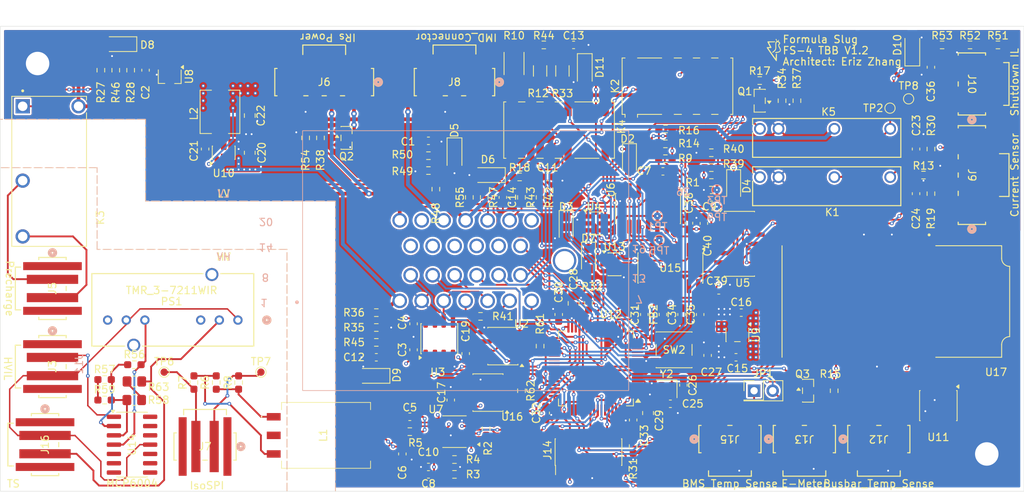
<source format=kicad_pcb>
(kicad_pcb (version 20241229) (generator "pcbnew") (generator_version "9.0")
  (title_block (title "TBB") (date "2026-02-11") (rev "1.2") (company "Formula Slug") (comment 4 "Eriz Zhang"))
  (layers (0 "F.Cu" signal) (4 "In1.Cu" signal) (6 "In2.Cu" signal) (2 "B.Cu" signal) (13 "F.Paste" user) (15 "B.Paste" user) (5 "F.SilkS" user "F.Silkscreen") (7 "B.SilkS" user "B.Silkscreen") (1 "F.Mask" user) (3 "B.Mask" user) (25 "Edge.Cuts" user))
  (net 0 "")
  (net 1 "GND")
  (net 2 "Shutdown_In_3V3_Filtered")
  (net 3 "Shutdown_Measure")
  (net 5 "+5V")
  (net 6 "/IsoSPI/IsoSPI-")
  (net 7 "Net-(C5-Pad1)")
  (net 8 "Net-(C6-Pad1)")
  (net 9 "Net-(D2-A)")
  (net 10 "SH_RESET_3V3")
  (net 11 "Net-(D4-A)")
  (net 12 "IMD_Fault_3V3")
  (net 13 "GLV_Voltage")
  (net 14 "Shutdown_Out_3V3_Filtered")
  (net 15 "Charge_State_Filtered")
  (net 16 "+12V")
  (net 17 "Net-(U10-SW)")
  (net 18 "Net-(U10-BST)")
  (net 19 "Net-(U5D--)")
  (net 20 "/OSC_IN")
  (net 21 "/OSC_OUT")
  (net 22 "NRST")
  (net 23 "Net-(U12-VCAP_1)")
  (net 24 "+3V3_A")
  (net 25 "nBMS_Fault_3V3")
  (net 26 "Net-(D3-K)")
  (net 27 "Net-(D7-K)")
  (net 28 "V_Out_Negative")
  (net 29 "V_Out_Positive")
  (net 30 "HVIL_N")
  (net 31 "HVIL_P")
  (net 32 "Net-(J5-Pin_2)")
  (net 33 "Net-(J5-Pin_1)")
  (net 34 "IRs_Final")
  (net 35 "Net-(J6-Pin_1)")
  (net 36 "Net-(J7-Pin_2)")
  (net 37 "Net-(J7-Pin_1)")
  (net 38 "/IMD_FAULT_12V")
  (net 39 "/Current Sensors + Filtering/Raw_Curr_VRef")
  (net 40 "/Current Sensors + Filtering/Raw_Curr_Out")
  (net 41 "Net-(J10-Pin_1)")
  (net 42 "Shutdown_Out")
  (net 44 "nBMS_FAULT_VCU")
  (net 45 "V_Curr_Out")
  (net 46 "CAN_L_RES1")
  (net 47 "nIMD_FAULT_VCU")
  (net 49 "Charge_State")
  (net 51 "CAN_L1")
  (net 53 "CAN_H1")
  (net 55 "Shutdown_In")
  (net 56 "SH_RESET-")
  (net 58 "V_Curr_Ref")
  (net 59 "Fan_PWM")
  (net 60 "TS1W")
  (net 61 "Net-(J13-Pin_1)")
  (net 64 "STLINK_SWCLK")
  (net 65 "STLINK_SWO")
  (net 68 "VCP_UART_TX")
  (net 69 "STLINK_SWDIO")
  (net 70 "VCP_UART_RX")
  (net 71 "/HVIL/TS_P")
  (net 72 "Net-(K1-Pad5)")
  (net 75 "Net-(K2-Pad12)")
  (net 76 "Net-(K2-Pad7)")
  (net 77 "Net-(K3-PadA1)")
  (net 79 "Net-(K4-Pad7)")
  (net 80 "Net-(K4-Pad12)")
  (net 82 "/IsoSPI/IsoSPI+")
  (net 84 "Net-(L1-Pad3)")
  (net 85 "Net-(L1-Pad1)")
  (net 88 "Net-(PS1-+VOUT)")
  (net 91 "Net-(Q1-G)")
  (net 92 "/Shutdown + IMD Delay/BMS_FAULT_5V")
  (net 93 "Net-(Q2-G)")
  (net 94 "TS1W_PU_Control")
  (net 95 "SPI_MISO")
  (net 96 "/IsoSPI/ICMP")
  (net 97 "/IsoSPI/IBIAS")
  (net 98 "/nIMD_FAULT_5V")
  (net 99 "Net-(R12-Pad2)")
  (net 100 "Net-(U5A--)")
  (net 101 "Net-(R18-Pad1)")
  (net 102 "Net-(R27-Pad1)")
  (net 103 "/BOOT0")
  (net 104 "/BOOT1")
  (net 105 "Net-(R35-Pad2)")
  (net 106 "nPreCharge_Control")
  (net 107 "Net-(U5B--)")
  (net 108 "Net-(R48-Pad1)")
  (net 109 "Net-(R51-Pad1)")
  (net 110 "Net-(U14A--)")
  (net 111 "Net-(U14A-+)")
  (net 112 "/Shutdown + IMD Delay/BMS_FAULT_DELAYED")
  (net 113 "/Shutdown + IMD Delay/nIMD_FAULT_DELAYED_5V")
  (net 114 "/Shutdown + IMD Delay/IMD_FAULT_DELAYED")
  (net 115 "CAN_POWERTRAIN_TD")
  (net 116 "CAN_POWERTRAIN_RD")
  (net 117 "/Shutdown + IMD Delay/nBMS_FAULT_DELAYED_5V")
  (net 118 "Net-(U5-Pad1)")
  (net 119 "Net-(U5-Pad7)")
  (net 120 "/Shutdown + IMD Delay/IMD_FAULT_5V")
  (net 121 "/Shutdown + IMD Delay/nIMD_Set")
  (net 122 "SPI_MOSI")
  (net 123 "SPI_SCK")
  (net 124 "SPI_BMS_CS")
  (net 125 "Net-(U15-Pad8)")
  (net 153 "TS-")
  (net 154 "Net-(R58-Pad1)")
  (net 156 "Net-(R61-Pad1)")
  (net 157 "Net-(R61-Pad2)")
  (net 159 "Net-(R62-Pad1)")
  (net 160 "Net-(R62-Pad2)")
  (net 161 "TS_READY")
  (net 162 "Net-(U5C--)")
  (net 180 "+3V3")
  (footprint "Resistor_SMD:R_0603_1608Metric_Pad0.98x0.95mm_HandSolder" (layer "F.Cu") (at 99.568 27.94)
    (property "Reference" "R44")
    (property "Value" "100k" (hide yes))
  )
  (footprint "Capacitor_SMD:C_0603_1608Metric_Pad1.08x0.95mm_HandSolder" (layer "F.Cu") (at 119.38 52.29 90)
    (property "Reference" "C38")
    (property "Value" "100nF" (hide yes))
  )
  (footprint "Package_SO:SOIC-14_3.9x8.7mm_P1.27mm" (layer "F.Cu") (at 116.84 58.42 -90)
    (property "Reference" "U15")
    (property "Value" "SN74HCS14DR" (hide yes))
  )
  (footprint "Crystal:Crystal_SMD_2016-4Pin_2.0x1.6mm" (layer "F.Cu") (at 116.332 74.93 180)
    (property "Reference" "Y2")
    (property "Value" "ECS-240-8-37B-CKY-TR" (hide yes))
  )
  (footprint "Resistor_SMD:R_0603_1608Metric_Pad0.98x0.95mm_HandSolder" (layer "F.Cu") (at 91.694 80.3675 90)
    (property "Reference" "R2")
    (property "Value" "2.2k" (hide yes))
  )
  (footprint "Relay_SMD:Relay_DPDT_Omron_G6SK-2G" (layer "F.Cu") (at 101.6 39.624 -90)
    (property "Reference" "K4")
    (property "Value" "G6SK-2G" (hide yes))
  )
  (footprint "Diode_SMD:D_SMF" (layer "F.Cu") (at 41.656 27.8365 180)
    (property "Reference" "D8")
    (property "Value" "PLZ3V3B-G3/H")
  )
  (footprint "Resistor_SMD:R_0603_1608Metric_Pad0.98x0.95mm_HandSolder" (layer "F.Cu") (at 99.06 48.768 90)
    (property "Reference" "R42")
    (property "Value" "10k" (hide yes))
  )
  (footprint "Capacitor_SMD:C_0603_1608Metric_Pad1.08x0.95mm_HandSolder" (layer "F.Cu") (at 150.368 48.26 90)
    (property "Reference" "C24")
    (property "Value" "22nF" (hide yes))
  )
  (footprint "FS_4_Global_Footprint_Library:TMR 3-7211WIR" (layer "F.Cu") (at 57.8231 65.532 180)
    (property "Reference" "PS1")
    (property "Value" "TMR_3-7211WIR")
  )
  (footprint "Capacitor_SMD:C_0603_1608Metric_Pad1.08x0.95mm_HandSolder" (layer "F.Cu") (at 80.264 83.82 -90)
    (property "Reference" "C6")
    (property "Value" "10nF" (hide yes))
  )
  (footprint "FS_4_Global_Footprint_Library:HM2113ZNLT" (layer "F.Cu") (at 69.85 81.28 -90)
    (property "Reference" "L1")
    (property "Value" "HM2113ZNL" (hide yes))
  )
  (footprint "Package_TO_SOT_SMD:SOT-23" (layer "F.Cu") (at 129.032 35.56 180)
    (property "Reference" "Q1")
    (property "Value" "AO3400A" (hide yes))
  )
  (footprint "Capacitor_SMD:C_0603_1608Metric_Pad1.08x0.95mm_HandSolder" (layer "F.Cu") (at 116.84 76.962)
    (property "Reference" "C25")
    (property "Value" "6.8pF" (hide yes))
  )
  (footprint "FS_4_Global_Footprint_Library:1054311104 - 4-pin Molex Nano-fit" (layer "F.Cu") (at 157.988 45.72 -90)
    (property "Reference" "J9")
    (property "Value" "Current Sensor")
  )
  (footprint "Resistor_SMD:R_0603_1608Metric_Pad0.98x0.95mm_HandSolder" (layer "F.Cu") (at 122.428 42.672)
    (property "Reference" "R40")
    (property "Value" "10k" (hide yes))
  )
  (footprint "FS_4_Global_Footprint_Library:MODULE_STLINK-V3MODS" (layer "F.Cu") (at 162.052 62.992 -90)
    (property "Reference" "U17")
    (property "Value" "STLINK-V3MODS" (hide yes))
  )
  (footprint "FS_4_Global_Footprint_Library:SOIC-8_ISO1044BD" (layer "F.Cu") (at 85.344 68.072 90)
    (property "Reference" "U3")
    (property "Value" "ISO1044BD")
  )
  (footprint "Capacitor_SMD:C_0603_1608Metric_Pad1.08x0.95mm_HandSolder" (layer "F.Cu") (at 88.9 70.104 90)
    (property "Reference" "C19")
    (property "Value" "100nF" (hide yes))
  )
  (footprint "Capacitor_SMD:C_0603_1608Metric_Pad1.08x0.95mm_HandSolder" (layer "F.Cu") (at 86.868 76.454 90)
    (property "Reference" "C17")
    (property "Value" "100nF" (hide yes))
  )
  (footprint "Package_SO:SOIC-14_3.9x8.7mm_P1.27mm" (layer "F.Cu") (at 113.792 50.292 -90)
    (property "Reference" "U6")
    (property "Value" "SN74HCS08DR" (hide yes))
  )
  (footprint "Inductor_SMD:L_0603_1608Metric_Pad1.05x0.95mm_HandSolder" (layer "F.Cu") (at 115.824 64.77 -90)
    (property "Reference" "FB2")
    (property "Value" "FCM 1608KF-601T03" (hide yes))
  )
  (footprint "Inductor_SMD:L_Bourns_SRP5030T" (layer "F.Cu") (at 55.372 37.084 90)
    (property "Reference" "L2")
    (property "Value" "4.7uF" (hide yes))
  )
  (footprint "Capacitor_SMD:C_0603_1608Metric_Pad1.08x0.95mm_HandSolder" (layer "F.Cu") (at 152.4 30.988 -90)
    (property "Reference" "C36")
    (property "Value" "100nF" (hide yes))
  )
  (footprint "Resistor_SMD:R_0603_1608Metric_Pad0.98x0.95mm_HandSolder" (layer "F.Cu") (at 122.428 46.736)
    (property "Reference" "R1")
    (property "Value" "422k" (hide yes))
  )
  (footprint "FS_4_Global_Footprint_Library:1054311202 - 2-Pin Molex Nano-fit" (layer "F.Cu") (at 145.288 81.788 180)
    (property "Reference" "J12")
    (property "Value" "Busbar_Temp_Sense")
  )
  (footprint "Capacitor_SMD:C_0603_1608Metric_Pad1.08x0.95mm_HandSolder" (layer "F.Cu") (at 150.368 42.164 90)
    (property "Reference" "C23")
    (property "Value" "22nF" (hide yes))
  )
  (footprint "FS_4_Global_Footprint_Library:1054311104 - 4-pin Molex Nano-fit" (layer "F.Cu") (at 69.596 33.02)
    (property "Reference" "J6")
    (property "Value" "IRs Power")
  )
  (footprint "Package_TO_SOT_SMD:TSOT-23_HandSoldering" (layer "F.Cu") (at 48.514 32.258 -90)
    (property "Reference" "U8")
    (property "Value" "SZNUD3124LT1G" (hide yes))
  )
  (footprint "Resistor_SMD:R_2010_5025Metric_Pad1.40x2.65mm_HandSolder" (layer "F.Cu") (at 95.504 30.48 -90)
    (property "Reference" "R10")
    (property "Value" "1.3k" (hide yes))
  )
  (footprint "Capacitor_SMD:C_0603_1608Metric_Pad1.08x0.95mm_HandSolder" (layer "F.Cu") (at 76.708 70.612 180)
    (property "Reference" "C12")
    (property "Value" "100nF" (hide yes))
  )
  (footprint "Package_TO_SOT_SMD:SOT-23" (layer "F.Cu") (at 72.644 40.64)
    (property "Reference" "Q2")
    (property "Value" "AO3400A" (hide yes))
  )
  (footprint "Relay_SMD:Relay_DPDT_Omron_G6SK-2G" (layer "F.Cu") (at 117.856 33.528 90)
    (property "Reference" "K2")
    (property "Value" "G6SK-2G" (hide yes))
  )
  (footprint "Resistor_SMD:R_0603_1608Metric_Pad0.98x0.95mm_HandSolder" (layer "F.Cu") (at 83.82 45.106)
    (property "Reference" "R49")
    (property "Value" "6.8k" (hide yes))
  )
  (footprint "Capacitor_SMD:C_0603_1608Metric_Pad1.08x0.95mm_HandSolder" (layer "F.Cu") (at 125.795 70.612)
    (property "Reference" "C15")
    (property "Value" "1uF")
  )
  (footprint "Resistor_SMD:R_0603_1608Metric_Pad0.98x0.95mm_HandSolder" (layer "F.Cu") (at 43.688 71.628 180)
    (property "Reference" "R56")
    (property "Value" "15k" (hide yes))
  )
  (footprint "Diode_SMD:Nexperia_CFP3_SOD-123W" (layer "F.Cu") (at 102.616 52.832 -90)
    (property "Reference" "D3")
    (property "Value" "PMEG10020ELR")
  )
  (footprint "Resistor_SMD:R_0603_1608Metric_Pad0.98x0.95mm_HandSolder" (layer "F.Cu") (at 39.624 73.66 180)
    (property "Reference" "R57")
    (property "Value" "10k" (hide yes))
  )
  (footprint "FS_4_Global_Footprint_Library:1054311202 - 2-Pin Molex Nano-fit" (layer "F.Cu") (at 157.988 33.274 -90)
    (property "Reference" "J10")
    (property "Value" "Shutdown IL")
  )
  (footprint "Resistor_SMD:R_0603_1608Metric_Pad0.98x0.95mm_HandSolder" (layer "F.Cu") (at 157.734 27.94)
    (property "Reference" "R52")
    (property "Value" "6.8k" (hide yes))
  )
  (footprint "Resistor_SMD:R_0805_2012Metric_Pad1.20x1.40mm_HandSolder" (layer "F.Cu") (at 43.672 76.454 180)
    (property "Reference" "R58")
    (property "Value" "145k" (hide yes))
  )
  (footprint "Resistor_SMD:R_0603_1608Metric_Pad0.98x0.95mm_HandSolder" (layer "F.Cu") (at 122.428 44.704 180)
    (property "Reference" "R39")
    (property "Value" "4.99k" (hide yes))
  )
  (footprint "Diode_SMD:D_SMF" (layer "F.Cu") (at 91.948 45.72 180)
    (property "Reference" "D6")
    (property "Value" "PLZ3V3B-G3/H")
  )
  (footprint "Resistor_SMD:R_0603_1608Metric_Pad0.98x0.95mm_HandSolder" (layer "F.Cu") (at 151.384 45.72)
    (property "Reference" "R13")
    (property "Value" "22.1k" (hide yes))
  )
  (footprint "FS_4_Global_Footprint_Library:1054311202 - 2-Pin Molex Nano-fit" (layer "F.Cu") (at 135.128 81.788 180)
    (property "Reference" "J13")
    (property "Value" "E-Meter")
  )
  (footprint "Resistor_SMD:R_1206_3216Metric_Pad1.30x1.75mm_HandSolder" (layer "F.Cu") (at 102.108 31.496 -90)
    (property "Reference" "R33")
    (property "Value" "560" (hide yes))
  )
  (footprint "Connector_PinHeader_1.27mm:PinHeader_2x07_P1.27mm_Vertical_SMD" (layer "F.Cu") (at 105.664 83.566 90)
    (property "Reference" "J14")
    (property "Value" "FTSH-107-01-F-DV-K-P-TR" (hide yes))
  )
  (footprint "Resistor_SMD:R_0603_1608Metric_Pad0.98x0.95mm_HandSolder" (layer "F.Cu") (at 152.4 42.164 90)
    (property "Reference" "R30")
    (property "Value" "10k" (hide yes))
  )
  (footprint "Capacitor_SMD:C_0603_1608Metric_Pad1.08x0.95mm_HandSolder" (layer "F.Cu") (at 118.618 74.422 -90)
    (property "Reference" "C26")
    (property "Value" "6.8pF" (hide yes))
  )
  (footprint "Package_TO_SOT_SMD:SOT-23-5" (layer "F.Cu") (at 125.984 67.564 -90)
    (property "Reference" "U9")
    (property "Value" "MIC5504-3.3YM5" (hide yes))
  )
  (footprint "FS_4_Global_Footprint_Library:FORMULA SLUG TITLE" (layer "F.Cu") (at 134.112 28.702)
    (property "Reference" "G***" (hide yes))
    (property "Value" "" (hide yes))
  )
  (footprint "Resistor_SMD:R_0603_1608Metric_Pad0.98x0.95mm_HandSolder" (layer "F.Cu") (at 116.1635 43.4855 180)
    (property "Reference" "R9")
    (property "Value" "100k" (hide yes))
  )
  (footprint "FS_4_Global_Footprint_Library:RELAY_PR30-12V-450-1A-E" (layer "F.Cu") (at 32.058 45.212 -90)
    (property "Reference" "K3")
    (property "Value" "PR30-12V-450-1A-E" (hide yes))
  )
  (footprint "Diode_SMD:Nexperia_CFP3_SOD-123W" (layer "F.Cu") (at 105.664 57.15 -90)
    (property "Reference" "D7")
    (property "Value" "PMEG10020ELR")
  )
  (footprint "Capacitor_SMD:C_0603_1608Metric_Pad1.08x0.95mm_HandSolder" (layer "F.Cu") (at 120.904 64.77 -90)
    (property "Reference" "C35")
    (property "Value" "100nF" (hide yes))
  )
  (footprint "MountingHole:MountingHole_3.2mm_M3_Pad" (layer "F.Cu") (at 160.02 83.82)
    (property "Reference" "H1" (hide yes))
    (property "Value" "MountingHole_Pad" (hide yes))
  )
  (footprint "FS_4_Global_Footprint_Library:1054311202 - 2-Pin Molex Nano-fit" (layer "F.Cu") (at 124.968 81.788 180)
    (property "Reference" "J15")
    (property "Value" "BMS_Temp_Sense")
  )
  (footprint "Resistor_SMD:R_0603_1608Metric_Pad0.98x0.95mm_HandSolder" (layer "F.Cu") (at 76.708 66.548 180)
    (property "Reference" "R35")
    (property "Value" "6.8k" (hide yes))
  )
  (footprint "Capacitor_SMD:C_0603_1608Metric_Pad1.08x0.95mm_HandSolder" (layer "F.Cu") (at 103.632 27.94)
    (property "Reference" "C13")
    (property "Value" "15nF" (hide yes))
  )
  (footprint "Package_SO:MSOP-16_3x4.039mm_P0.5mm" (layer "F.Cu") (at 87.376 80.772 180)
    (property "Reference" "U7")
    (property "Value" "LTC6820" (hide yes))
  )
  (footprint "Resistor_SMD:R_0603_1608Metric_Pad0.98x0.95mm_HandSolder" (layer "F.Cu") (at 57.912 74.0645 90)
    (property "Reference" "R8")
    (property "Value" "22" (hide yes))
  )
  (footprint "Package_SO:SOIC-8_3.9x4.9mm_P1.27mm" (layer "F.Cu") (at 91.948 75.438 180)
    (property "Reference" "U16")
    (property "Value" "INA826AIDR" (hide yes))
  )
  (footprint "Package_SO:SOIC-8_3.9x4.9mm_P1.27mm" (layer "F.Cu") (at 153.416 77.216 -90)
    (property "Reference" "U11")
    (property "Value" "DS18B20Z+")
  )
  (footprint "Resistor_SMD:R_0603_1608Metric_Pad0.98x0.95mm_HandSolder" (layer "F.Cu") (at 116.1635 41.4535)
    (property "Reference" "R14")
    (property "Value" "4.99k" (hide yes))
  )
  (footprint "Capacitor_SMD:C_0603_1608Metric_Pad1.08x0.95mm_HandSolder" (layer "F.Cu") (at 121.92 70.358 -90)
    (property "Reference" "C27")
    (property "Value" "100nF" (hide yes))
  )
  (footprint "Capacitor_SMD:C_0805_2012Metric_Pad1.18x1.45mm_HandSolder" (layer "F.Cu") (at 103.632 63.246 -90)
    (property "Reference" "C28")
    (property "Value" "4.7uF")
  )
  (footprint "Package_TO_SOT_SMD:SOT-23" (layer "F.Cu") (at 135.636 75.184)
    (property "Reference" "Q3")
    (property "Value" "AO3401A" (hide yes))
  )
  (footprint "Resistor_SMD:R_0603_1608Metric_Pad0.98x0.95mm_HandSolder" (layer "F.Cu") (at 134.112 35.56 90)
    (property "Reference" "R37")
    (property "Value" "100k" (hide yes))
  )
  (footprint "Package_SO:SOIC-8_3.9x4.9mm_P1.27mm" (layer "F.Cu") (at 93.98 69.088 180)
    (property "Reference" "U2")
    (property "Value" "INA826AIDR" (hide yes))
  )
  (footprint "Capacitor_SMD:C_0603_1608Metric_Pad1.08x0.95mm_HandSolder" (layer "F.Cu") (at 83.82 84.582 180)
    (property "Reference" "C10")
    (property "Value" "100nF" (hide yes))
  )
  (footprint "FS_4_Global_Footprint_Library:1054311103 - 3-Pin Molex Nano-fit" (layer "F.Cu") (at 87.376 33.02)
    (property "Reference" "J8")
    (property "Value" "IMD_Connector")
  )
  (footprint "Resistor_SMD:R_0603_1608Metric_Pad0.98x0.95mm_HandSolder" (layer "F.Cu") (at 96.52 75.184 90)
    (property "Reference" "R62")
    (property "Value" "62k" (hide yes))
  )
  (footprint "Resistor_SMD:R_0603_1608Metric_Pad0.98x0.95mm_HandSolder" (layer "F.Cu") (at 39.624 76.454)
    (property "Reference" "R59")
    (property "Value" "10k" (hide yes))
  )
  (footprint "FS_4_Global_Footprint_Library:1054311202 - 2-Pin Molex Nano-fit" (layer "F.Cu") (at 32.512 61.214 90)
    (property "Reference" "J5")
    (property "Value" "Precharge")
  )
  (footprint "Capacitor_SMD:C_0603_1608Metric_Pad1.08x0.95mm_HandSolder" (layer "F.Cu") (at 100.076 45.974)
    (property "Reference" "C11")
    (property "Value" "100nF" (hide yes))
  )
  (footprint "Diode_SMD:D_SMF" (layer "F.Cu") (at 149.86 28.448 90)
    (property "Reference" "D10")
    (property "Value" "PLZ3V3B-G3/H")
  )
  (footprint "FS_4_Global_Footprint_Library:RELAY_G6DN-1A" (layer "F.Cu") (at 129.060999 45.999001 90)
    (property "Reference" "K1")
    (property "Value" "G6DN-1A" (hide yes))
  )
  (footprint "Capacitor_SMD:C_0603_1608Metric_Pad1.08x0.95mm_HandSolder" (layer "F.Cu") (at 99.822 78.232 -90)
    (property "Reference" "C32")
    (property "Value" "100nF" (hide yes))
  )
  (footprint "Button_Switch_SMD:SW_SPST_PTS647_Sx38" (layer "F.Cu") (at 117.348 69.596)
    (property "Reference" "SW2")
    (property "Value" "Y97KT23B5NAFP" (hide yes))
  )
  (footprint "Resistor_SMD:R_0603_1608Metric_Pad0.98x0.95mm_HandSolder" (layer "F.Cu") (at 89.408 48.768 90)
    (property "Reference" "R55")
    (property "Value" "100k" (hide yes))
  )
  (footprint "Capacitor_SMD:C_0603_1608Metric_Pad1.08x0.95mm_HandSolder" (layer "F.Cu") (at 123.444 61.468)
    (property "Reference" "C39")
    (property "Value" "100nF" (hide yes))
  )
  (footprint "Resistor_SMD:R_0603_1608Metric_Pad0.98x0.95mm_HandSolder" (layer "F.Cu") (at 96.266 45.974)
    (property "Reference" "R18")
    (property "Value" "15k" (hide yes))
  )
  (footprint "Capacitor_SMD:C_0603_1608Metric_Pad1.08x0.95mm_HandSolder" (layer "F.Cu") (at 122.428 48.768 180)
    (property "Reference" "C9")
    (property "Value" "33uF" (hide yes))
  )
  (footprint "Resistor_SMD:R_0603_1608Metric_Pad0.98x0.95mm_HandSolder" (layer "F.Cu") (at 76.708 68.58)
    (property "Reference" "R45")
    (property "Value" "15k" (hide yes))
  )
  (footprint "Capacitor_SMD:C_0603_1608Metric_Pad1.08x0.95mm_HandSolder" (layer "F.Cu") (at 81.28 78.74 180)
    (property "Reference" "C5")
    (property "Value" "15pF" (hide yes))
  )
  (footprint "Resistor_SMD:R_0603_1608Metric_Pad0.98x0.95mm_HandSolder" (layer "F.Cu") (at 54.864 74.0645 -90)
    (property "Reference" "R6")
    (property "Value" "220" (hide yes))
  )
  (footprint "Package_SO:SOIC-14_3.9x8.7mm_P1.27mm" (layer "F.Cu") (at 126.269 55.118)
    (property "Reference" "U5")
    (property "Value" "MCP6004" (hide yes))
  )
  (footprint "Capacitor_SMD:C_0603_1608Metric_Pad1.08x0.95mm_HandSolder" (layer "F.Cu") (at 115.824 45.212)
    (property "Reference" "C7")
    (property "Value" "2.2uF" (hide yes))
  )
  (footprint "Capacitor_SMD:C_0603_1608Metric_Pad1.08x0.95mm_HandSolder" (layer "F.Cu") (at 45.212 31.3925 -90)
    (property "Reference" "C2")
    (property "Value" "100nF" (hide yes))
  )
  (footprint "Resistor_SMD:R_0603_1608Metric_Pad0.98x0.95mm_HandSolder" (layer "F.Cu") (at 83.82 43.074 180)
    (property "Reference" "R50")
    (property "Value" "15k" (hide yes))
  )
  (footprint "Capacitor_SMD:C_0805_2012Metric_Pad1.18x1.45mm_HandSolder" (layer "F.Cu") (at 59.436 37.592 90)
    (property "Reference" "C22")
    (property "Value" "47uF" (hide yes))
  )
  (footprint "Resistor_SMD:R_0603_1608Metric_Pad0.98x0.95mm_HandSolder" (layer "F.Cu") (at 69.088 40.64 90)
    (property "Reference" "R38")
    (property "Value" "10k" (hide yes))
  )
  (footprint "Resistor_SMD:R_0603_1608Metric_Pad0.98x0.95mm_HandSolder" (layer "F.Cu") (at 87.376 86.614 180)
    (property "Reference" "R3")
    (property "Value" "1.5K" (hide yes))
  )
  (footprint "Resistor_SMD:R_0603_1608Metric_Pad0.98x0.95mm_HandSolder" (layer "F.Cu") (at 43.18 31.3925 90)
    (property "Reference" "R46")
    (property "Value" "15k" (hide yes))
  )
  (footprint "Resistor_SMD:R_0805_2012Metric_Pad1.20x1.40mm_HandSolder" (layer "F.Cu") (at 113.792 78.232 90)
    (property "Reference" "C29")
    (property "Value" "10uF")
  )
  (footprint "FS_4_Global_Footprint_Library:RELAY_G6DN-1A" (layer "F.Cu") (at 129.060999 39.395001 90)
    (property "Reference" "K5")
    (property "Value" "G6DN-1A" (hide yes))
  )
  (footprint "Diode_SMD:Nexperia_CFP3_SOD-123W" (layer "F.Cu") (at 125.476 47.244 -90)
    (property "Reference" "D4")
    (property "Value" "PMEG10020ELR")
  )
  (footprint "Resistor_SMD:R_0603_1608Metric_Pad0.98x0.95mm_HandSolder" (layer "F.Cu") (at 84.836 47.646 -90)
    (property "Reference" "R48")
    (property "Value" "22k" (hide yes))
  )
  (footprint "Resistor_SMD:R_0805_2012Metric_Pad1.20x1.40mm_HandSolder" (layer "F.Cu") (at 59.436 42.672 -90)
    (property "Reference" "C20")
    (property "Value" "10uF")
  )
  (footprint "Resistor_SMD:R_0603_1608Metric_Pad0.98x0.95mm_HandSolder" (layer "F.Cu") (at 67.056 40.64 90)
    (property "Reference" "R54")
    (property "Value" "100k" (hide yes))
  )
  (footprint "Resistor_SMD:R_0603_1608Metric_Pad0.98x0.95mm_HandSolder" (layer "F.Cu") (at 105.664 63.246 90)
    (property "Reference" "R32")
    (property "Value" "10k" (hide yes))
  )
  (footprint "FS_4_Global_Footprint_Library:1054311202 - 2-Pin Molex Nano-fit" (layer "F.Cu") (at 53.333 82.804)
    (property "Reference" "J7")
    (property "Value" "IsoSPI")
  )
  (footprint "Resistor_SMD:R_0603_1608Metric_Pad0.98x0.95mm_HandSolder" (layer "F.Cu") (at 139.192 75.184 -90)
    (property "Reference" "R15")
    (property "Value" "4.7k" (hide yes))
  )
  (footprint "Resistor_SMD:R_0603_1608Metric_Pad0.98x0.95mm_HandSolder" (layer "F.Cu") (at 51.816 74.0645 -90)
    (property "Reference" "R7")
    (property "Value" "22" (hide yes))
  )
  (footprint "Resistor_SMD:R_0603_1608Metric_Pad0.98x0.95mm_HandSolder" (layer "F.Cu") (at 153.924 27.94 180)
    (property "Reference" "R53")
    (property "Value" "15k" (hide yes))
  )
  (footprint "Diode_SMD:D_SMF" (layer "F.Cu") (at 87.376 43 -90)
    (property "Reference" "D5")
    (property "Value" "PLZ3V3B-G3/H")
  )
  (footprint "Diode_SMD:D_SMF" (layer "F.Cu") (at 76.2 73.152 180)
    (property "Reference" "D9")
    (property "Value" "PLZ3V3B-G3/H")
  )
  (footprint "Resistor_SMD:R_0603_1608Metric_Pad0.98x0.95mm_HandSolder" (layer "F.Cu") (at 81.28 80.772)
    (property "Reference" "R5")
    (property "Value" "402" (hide yes))
  )
  (footprint "Resistor_SMD:R_0603_1608Metric_Pad0.98x0.95mm_HandSolder" (layer "F.Cu") (at 152.4 48.26 90)
    (property "Reference" "R19")
    (property "Value" "22.1k" (hide yes))
  )
  (footprint "Diode_SMD:Nexperia_CFP3_SOD-123W" (layer "F.Cu") (at 111.252 43.688 -90)
    (property "Reference" "D2")
    (property "Value" "PMEG10020ELR")
  )
  (footprint "Resistor_SMD:R_0603_1608Metric_Pad0.98x0.95mm_HandSolder" (layer "F.Cu") (at 132.08 35.56 90)
    (property "Reference" "R34")
    (property "Value" "10k" (hide yes))
  )
  (footprint "Capacitor_SMD:C_0603_1608Metric_Pad1.08x0.95mm_HandSolder" (layer "F.Cu") (at 93.98 48.768 -90)
    (property "Reference" "C14")
    (property "Value" "100nF" (hide yes))
  )
  (footprint "Capacitor_SMD:C_0603_1608Metric_Pad1.08x0.95mm_HandSolder" (layer "F.Cu") (at 101.6 64.77 90)
    (property "Reference" "C30")
    (property "Value" "100nF" (hide yes))
  )
  (footprint "Capacitor_SMD:C_0603_1608Metric_Pad1.08x0.95mm_HandSolder" (layer "F.Cu") (at 111.76 79.1815 -90)
    (property "Reference" "C33")
    (property "Value" "100nF" (hide yes))
  )
  (footprint "Resistor_SMD:R_0603_1608Metric_Pad0.98x0.95mm_HandSolder" (layer "F.Cu") (at 111.76 82.804 -90)
    (property "Reference" "R31")
    (property "Value" "10k" (hide yes))
  )
  (footprint "Resistor_SMD:R_0603_1608Metric_Pad0.98x0.95mm_HandSolder" (layer "F.Cu") (at 116.1815 39.4215 180)
    (property "Reference" "R16")
    (property "Value" "10k" (hide yes))
  )
  (footprint "TestPoint:TestPoint_Pad_D1.0mm" (layer "F.Cu") (at 149.352 35.306)
    (property "Reference" "TP8")
    (property "Value" "Post_IMD_TP")
  )
  (footprint "Package_TO_SOT_SMD:TSOT-23-6" (layer "F.Cu") (at 55.88 42.672 90)
    (property "Reference" "U10")
    (property "Value" "AP63205WU" (hide yes))
  )
  (footprint "Capacitor_SMD:C_0603_1608Metric_Pad1.08x0.95mm_HandSolder" (layer "F.Cu") (at 81.788 66.04 -90)
    (property "Reference" "C4")
    (property "Value" "100nF" (hide yes))
  )
  (footprint "Package_QFP:LQFP-64_10x10mm_P0.5mm" (layer "F.Cu") (at 106.68 72.136 180)
    (property "Reference" "U12")
    (property "Value" "STM32F446RETx" (hide yes))
  )
  (footprint "Resistor_SMD:R_0805_2012Metric_Pad1.20x1.40mm_HandSolder" (layer "F.Cu") (at 43.688 73.914 180)
    (property "Reference" "R63")
    (property "Value" "149k" (hide yes))
  )
  (footprint "Connector_PinHeader_2.54mm:PinHeader_2x01_P2.54mm_Vertical" (layer "F.Cu") (at 128.265 75.184)
    (property "Reference" "JP1")
    (property "Value" "Jumper_2_Open")
  )
  (footprint "Capacitor_SMD:C_0603_1608Metric_Pad1.08x0.95mm_HandSolder" (layer "F.Cu") (at 81.788 69.596 90)
    (property "Reference" "C3")
    (property "Value" "100nF" (hide yes))
  )
  (footprint "Capacitor_SMD:C_0603_1608Metric_Pad1.08x0.95mm_HandSolder" (layer "F.Cu") (at 83.82 86.614 180)
    (property "Reference" "C8")
    (property "Value" "100nF" (hide yes))
  )
  (footprint "Resistor_SMD:R_0603_1608Metric_Pad0.98x0.95mm_HandSolder" (layer "F.Cu") (at 90.932 65.024 180)
    (property "Reference" "R41")
    (property "Value" "120")
  )
  (footprint "Capacitor_SMD:C_0603_1608Metric_Pad1.08x0.95mm_HandSolder" (layer "F.Cu") (at 121.412 52.324 90)
    (property "Reference" "C40")
    (property "Value" "100nF" (hide yes))
  )
  (footprint "Package_TO_SOT_SMD:SC-74-6_1.55x2.9mm_P0.95mm" (layer "F.Cu") (at 106.68 52.324)
    (property "Reference" "U4")
    (property "Value" "SZNUD3124DMT1G" (hide yes))
  )
  (footprint "Capacitor_SMD:C_0603_1608Metric_Pad1.08x0.95mm_HandSolder" (layer "F.Cu") (at 83.82 41.042)
    (property "Reference" "C1")
    (property "Value" "100nF" (hide yes))
  )
  (footprint "MountingHole:MountingHole_3.2mm_M3_Pad" (layer "F.Cu") (at 30.48 30.48)
    (property "Reference" "H2" (hide yes))
    (property "Value" "MountingHole_Pad" (hide yes))
  )
  (footprint "Resistor_SMD:R_0603_1608Metric_Pad0.98x0.95mm_HandSolder" (layer "F.Cu") (at 161.544 27.94)
    (property "Reference" "R51")
    (property "Value" "22k" (hide yes))
  )
  (footprint "FS_4_Global_Footprint_Library:1054311202 - 2-Pin Molex Nano-fit" (layer "F.Cu") (at 32.512 71.882 90)
    (property "Reference" "J3")
    (property "Value" "HVIL")
  )
  (footprint "Capacitor_SMD:C_0603_1608Metric_Pad1.08x0.95mm_HandSolder" (layer "F.Cu") (at 118.364 64.77 -90)
    (property "Reference" "C34")
    (property "Value" "1uF" (hide yes))
  )
  (footprint "Resistor_SMD:R_1206_3216Metric_Pad1.30x1.75mm_HandSolder" (layer "F.Cu") (at 99.06 31.496 90)
    (property "Reference" "R12")
    (property "Value" "330" (hide yes))
  )
  (footprint "Capacitor_SMD:C_0603_1608Metric_Pad1.08x0.95mm_HandSolder" (layer "F.Cu") (at 113.284 64.77 90)
    (property "Reference" "C31")
    (property "Value" "100nF" (hide yes))
  )
  (footprint "Resistor_SMD:R_0603_1608Metric_Pad0.98x0.95mm_HandSolder" (layer "F.Cu") (at 91.44 48.768 90)
    (property "Reference" "R47")
    (property "Value" "15k" (hide yes))
  )
  (footprint "Package_SO:SOIC-14_3.9x8.7mm_P1.27mm" (layer "F.Cu") (at 43.369 82.55)
    (property "Reference" "U14")
    (property "Value" "MCP6004")
  )
  (footprint "Resistor_SMD:R_0603_1608Metric_Pad0.98x0.95mm_HandSolder" (layer "F.Cu") (at 96.52 48.768 90)
    (property "Reference" "R43")
    (property "Value" "4.99k" (hide yes))
  )
  (footprint "Package_TO_SOT_SMD:SC-74-6_1.55x2.9mm_P0.95mm" (layer "F.Cu") (at 109.22 57.912)
    (property "Reference" "U13")
    (property "Value" "SZNUD3124DMT1G" (hide yes))
  )
  (footprint "TestPoint:TestPoint_Pad_D1.0mm" (layer "F.Cu") (at 60.96 72.644)
    (property "Reference" "TP7")
    (property "Value" "IsoSPI_N")
  )
  (footprint "Resistor_SMD:R_0603_1608Metric_Pad0.98x0.95mm_HandSolder" (layer "F.Cu") (at 39.116 31.3925 90)
    (property "Reference" "R27")
    (property "Value" "22k" (hide yes))
  )
  (footprint "Capacitor_SMD:C_0603_1608Metric_Pad1.08x0.95mm_HandSolder" (layer "F.Cu") (at 53.34 42.164 -90)
    (property "Reference" "C21")
    (property "Value" "100nF" (hide yes))
  )
  (footprint "Capacitor_SMD:C_0603_1608Metric_Pad1.08x0.95mm_HandSolder" (layer "F.Cu") (at 126.5135 64.516)
    (property "Reference" "C16")
    (property "Value" "1uF")
  )
  (footprint "FS_4_Global_Footprint_Library:1054311202 - 2-Pin Molex Nano-fit" (layer "F.Cu") (at 31.496 82.543 90)
    (property "Reference" "J16")
    (property "Value" "TS")
  )
  (footprint "Resistor_SMD:R_0603_1608Metric_Pad0.98x0.95mm_HandSolder" (layer "F.Cu") (at 99.06 69.088 90)
    (property "Reference" "R61")
    (property "Value" "62k" (hide yes))
  )
  (footprint "Resistor_SMD:R_0603_1608Metric_Pad0.98x0.95mm_HandSolder" (layer "F.Cu") (at 87.376 84.582)
    (property "Reference" "R4")
    (property "Value" "680" (hide yes))
  )
  (footprint "Resistor_SMD:R_0603_1608Metric_Pad0.98x0.95mm_HandSolder" (layer "F.Cu") (at 76.708 64.516)
    (property "Reference" "R36")
    (property "Value" "22k" (hide yes))
  )
  (footprint "Resistor_SMD:R_0603_1608Metric_Pad0.98x0.95mm_HandSolder" (layer "F.Cu") (at 41.148 31.3925 -90)
    (property "Reference" "R28")
    (property "Value" "6.8k" (hide yes))
  )
  (footprint "Diode_SMD:D_SMF" (layer "F.Cu") (at 105.156 31.496 -90)
    (property "Reference" "D11")
    (property "Value" "PLZ3V3B-G3/H")
  )
  (footprint "TestPoint:TestPoint_Pad_D1.0mm" (layer "F.Cu") (at 146.812 36.576)
    (property "Reference" "TP2")
    (property "Value" "Post_BSM_TP")
  )
  (footprint "Resistor_SMD:R_0603_1608Metric_Pad0.98x0.95mm_HandSolder" (layer "F.Cu") (at 129.032 32.8075 180)
    (property "Reference" "R17")
    (property "Value" "10k" (hide yes))
  )
  (footprint "TestPoint:TestPoint_Pad_D1.0mm" (layer "F.Cu") (at 47.752 72.644)
    (property "Reference" "TP6")
    (property "Value" "IsoSPI_P")
  )
  (footprint "TestPoint:TestPoint_Pad_D1.0mm" (layer "B.Cu") (at 123.19 50.038)
    (property "Reference" "TP9")
    (property "Value" "BMS_DELAY_TP")
  )
  (footprint "TestPoint:TestPoint_Pad_D1.0mm" (layer "B.Cu") (at 115.316 54.61)
    (property "Reference" "TP5")
    (property "Value" "IMD_FAULT_TP")
  )
  (footprint "TestPoint:TestPoint_Pad_D1.0mm" (layer "B.Cu") (at 123.19 47.752)
    (property "Reference" "TP3")
    (property "Value" "IMD_DELAY_TP")
  )
  (footprint "FS_4_Global_Footprint_Library:ATS15-26PA-BM01" (layer "B.Cu") (at 88.9 57.404)
    (property "Reference" "J11")
    (property "Value" "Conn_02x13_Counter_Clockwise" (hide yes))
  )
  (footprint "TestPoint:TestPoint_Pad_D1.0mm" (layer "B.Cu") (at 115.062 51.308)
    (property "Reference" "TP1")
    (property "Value" "BMS_FAULT_TP")
  )
  (gr_poly (pts (xy 60.706 38.1) (xy 60.706 42.418) (xy 56.642 42.418) (xy 56.642 40.894) (xy 58.42 40.894) (xy 58.42 38.1)) (stroke (width 0.254)) (fill yes) (layer "F.Cu") (net 1))
  (gr_rect (start 126.746 63.754) (end 128.778 67.056) (stroke (width 0.254)) (fill yes) (layer "F.Cu") (net 5))
  (gr_rect (start 123.19 65.786) (end 125.222 67.056) (stroke (width 0.254)) (fill yes) (layer "F.Cu") (net 5))
  (gr_poly (pts (xy 126.238 67.056) (xy 125.73 67.056) (xy 125.73 65.278) (xy 123.19 65.278) (xy 123.19 63.754) (xy 126.238 63.754)) (stroke (width 0.254)) (fill yes) (layer "F.Cu") (net 1))
  (gr_rect (start 55.626 42.926) (end 60.706 45.212) (stroke (width 0.254)) (fill yes) (layer "F.Cu") (net 16))
  (gr_poly (pts (xy 55.626 42.164) (xy 56.134 42.164) (xy 56.134 40.386) (xy 57.912 40.386) (xy 57.912 37.846) (xy 52.324 37.846) (xy 52.324 41.91) (xy 53.848 41.91) (xy 53.848 40.386) (xy 55.626 40.386)) (stroke (width 0.254)) (fill yes) (layer "F.Cu") (net 17))
  (gr_rect (start 125.984 67.945) (end 128.778 70.993) (stroke (width 0.254)) (fill yes) (layer "F.Cu") (net 180))
  (gr_poly (pts (xy 125.476 71.12) (xy 125.476 70.104) (xy 123.952 70.104) (xy 123.952 68.58) (xy 122.936 68.58) (xy 122.936 71.12)) (stroke (width 0.254)) (fill yes) (layer "F.Cu") (net 1))
  (gr_rect (start 52.324 33.02) (end 60.706 37.084) (stroke (width 0.254)) (fill yes) (layer "F.Cu") (net 5))
  (gr_line (start 45.212 38.1) (end 25.4 38.1) (stroke (width 0.1) (type dash)) (layer "F.SilkS"))
  (gr_line (start 71.12 88.9) (end 71.12 49.276) (stroke (width 0.1) (type dash)) (layer "F.SilkS"))
  (gr_line (start 38.608 55.88) (end 38.608 44.704) (stroke (width 0.1) (type dash)) (layer "F.SilkS"))
  (gr_line (start 38.608 44.704) (end 25.4 44.704) (stroke (width 0.1) (type dash)) (layer "F.SilkS"))
  (gr_line (start 64.516 55.88) (end 38.608 55.88) (stroke (width 0.1) (type dash)) (layer "F.SilkS"))
  (gr_line (start 45.212 49.276) (end 45.212 38.1) (stroke (width 0.1) (type dash)) (layer "F.SilkS"))
  (gr_line (start 71.12 49.276) (end 45.212 49.276) (stroke (width 0.1) (type dash)) (layer "F.SilkS"))
  (gr_line (start 64.516 88.9) (end 64.516 55.88) (stroke (width 0.1) (type dash)) (layer "F.SilkS"))
  (gr_line (start 64.516 88.9) (end 64.516 55.88) (stroke (width 0.1) (type dash)) (layer "B.SilkS"))
  (gr_line (start 45.212 38.1) (end 25.4 38.1) (stroke (width 0.1) (type dash)) (layer "B.SilkS"))
  (gr_line (start 38.608 55.88) (end 38.608 44.704) (stroke (width 0.1) (type dash)) (layer "B.SilkS"))
  (gr_line (start 64.516 55.88) (end 38.608 55.88) (stroke (width 0.1) (type dash)) (layer "B.SilkS"))
  (gr_line (start 71.12 88.9) (end 71.12 49.276) (stroke (width 0.1) (type dash)) (layer "B.SilkS"))
  (gr_line (start 71.12 49.276) (end 45.212 49.276) (stroke (width 0.1) (type dash)) (layer "B.SilkS"))
  (gr_line (start 45.212 49.276) (end 45.212 38.1) (stroke (width 0.1) (type dash)) (layer "B.SilkS"))
  (gr_line (start 38.608 44.704) (end 25.4 44.704) (stroke (width 0.1) (type dash)) (layer "B.SilkS"))
  (gr_rect (start 25.4 25.4) (end 165.1 88.9) (stroke (width 0.05)) (fill no) (layer "Edge.Cuts"))
  (gr_text "LV\n" (at 55.88 48.26 0) (layer "F.SilkS") (effects (font (size 1.016 1.016) (thickness 0.1524))))
  (gr_text "HV\n" (at 55.88 56.896 0) (layer "F.SilkS") (effects (font (size 1.016 1.016) (thickness 0.1524))))
  (gr_text "HV\n" (at 55.88 56.896 0) (layer "B.SilkS") (effects (font (size 1.016 1.016) (thickness 0.1524)) (justify mirror)))
  (gr_text "LV\n" (at 55.88 48.26 0) (layer "B.SilkS") (effects (font (size 1.016 1.016) (thickness 0.1524)) (justify mirror)))
  (segment (start 112.355 70.386) (end 113.129999 70.386) (width 0.254) (layer "F.Cu") (net 1))
  (segment (start 103.43 65.33) (end 103.378 65.278) (width 0.254) (layer "F.Cu") (net 1))
  (segment (start 109.982 47.817) (end 109.982 49.276) (width 0.254) (layer "F.Cu") (net 1))
  (segment (start 88.2885 85.4475) (end 88.138 85.598) (width 0.254) (layer "F.Cu") (net 1))
  (segment (start 111.76 80.044) (end 111.76 79.248) (width 0.254) (layer "F.Cu") (net 1))
  (segment (start 105.664 87.122) (end 104.648 87.122) (width 0.254) (layer "F.Cu") (net 1))
  (segment (start 45.726 32.258) (end 45.723 32.255) (width 0.254) (layer "F.Cu") (net 1))
  (segment (start 40.206 27.8365) (end 40.206 29.03) (width 0.254) (layer "F.Cu") (net 1))
  (segment (start 104.648 62.484) (end 105.5135 62.484) (width 0.254) (layer "F.Cu") (net 1))
  (segment (start 117.094 39.4215) (end 117.7805 39.4215) (width 0.254) (layer "F.Cu") (net 1))
  (segment (start 109.728 67.754999) (end 109.93 67.552999) (width 0.254) (layer "F.Cu") (net 1))
  (segment (start 112.268 55.88) (end 112.965 55.88) (width 0.254) (layer "F.Cu") (net 1))
  (segment (start 118.4225 75.48) (end 118.618 75.2845) (width 0.254) (layer "F.Cu") (net 1))
  (segment (start 101.005 75.386) (end 99.62 75.386) (width 0.254) (layer "F.Cu") (net 1))
  (segment (start 113.284 79.248) (end 113.284 78.9275) (width 0.254) (layer "F.Cu") (net 1))
  (segment (start 119.888 65.786) (end 118.5175 65.786) (width 0.254) (layer "F.Cu") (net 1))
  (segment (start 103.43 66.461) (end 103.43 65.33) (width 0.254) (layer "F.Cu") (net 1))
  (segment (start 41.148 30.48) (end 41.148 29.972) (width 0.254) (layer "F.Cu") (net 1))
  (segment (start 117.7805 39.4215) (end 118.11 39.751) (width 0.254) (layer "F.Cu") (net 1))
  (segment (start 124.3065 61.468) (end 124.3065 61.3675) (width 0.254) (layer "F.Cu") (net 1))
  (segment (start 104.14 51.694) (end 104.14 51.816) (width 0.254) (layer "F.Cu") (net 1))
  (segment (start 88.666 79.522) (end 88.392 79.248) (width 0.254) (layer "F.Cu") (net 1))
  (segment (start 84.709 65.151) (end 84.709 65.597) (width 0.254) (layer "F.Cu") (net 1))
  (segment (start 82.804 86.4605) (end 82.9575 86.614) (width 0.254) (layer "F.Cu") (net 1))
  (segment (start 120.396 51.562) (end 119.5145 51.562) (width 0.254) (layer "F.Cu") (net 1))
  (segment (start 111.76 83.7165) (end 111.76 84.582) (width 0.254) (layer "F.Cu") (net 1))
  (segment (start 152.2995 31.75) (end 152.4 31.8505) (width 0.254) (layer "F.Cu") (net 1))
  (segment (start 85.492 41.042) (end 85.598 41.148) (width 0.254) (layer "F.Cu") (net 1))
  (segment (start 88.618 79.022) (end 88.392 79.248) (width 0.254) (layer "F.Cu") (net 1))
  (segment (start 87.169 70.547) (end 87.169 71.675) (width 0.254) (layer "F.Cu") (net 1))
  (segment (start 108.07 56.962) (end 108.07 56.254) (width 0.254) (layer "F.Cu") (net 1))
  (segment (start 134.112 36.4725) (end 133.5005 36.4725) (width 0.254) (layer "F.Cu") (net 1))
  (segment (start 94.8955 49.6305) (end 93.98 49.6305) (width 0.254) (layer "F.Cu") (net 1))
  (segment (start 117.032 76.2915) (end 117.032 75.48) (width 0.254) (layer "F.Cu") (net 1))
  (segment (start 89.408 47.8555) (end 88.5425 47.8555) (width 0.254) (layer "F.Cu") (net 1))
  (segment (start 133.5005 36.4725) (end 133.096 36.068) (width 0.254) (layer "F.Cu") (net 1))
  (segment (start 107.696 53.408) (end 107.83 53.274) (width 0.254) (layer "F.Cu") (net 1))
  (segment (start 46.228 32.258) (end 45.726 32.258) (width 0.254) (layer "F.Cu") (net 1))
  (segment (start 99.06 49.6805) (end 98.1475 49.6805) (width 0.254) (layer "F.Cu") (net 1))
  (segment (start 77.6205 66.548) (end 78.74 66.548) (width 0.254) (layer "F.Cu") (net 1))
  (segment (start 74.75 73.152) (end 74.75 72.062) (width 0.254) (layer "F.Cu") (net 1))
  (segment (start 120.396 51.562) (end 121.3115 51.562) (width 0.254) (layer "F.Cu") (net 1))
  (segment (start 88.2885 84.582) (end 88.2885 85.4475) (width 0.254) (layer "F.Cu") (net 1))
  (segment (start 121.92 69.4955) (end 121.92 69.088) (width 0.254) (layer "F.Cu") (net 1))
  (segment (start 136.378 81.788) (end 136.378 85.832) (width 0.254) (layer "F.Cu") (net 1))
  (segment (start 119.973 67.996) (end 120.828 67.996) (width 0.254) (layer "F.Cu") (net 1))
  (segment (start 47.244 32.004) (end 46.736 32.004) (width 0.254) (layer "F.Cu") (net 1))
  (segment (start 116.002 67.996) (end 116.078 68.072) (width 0.254) (layer "F.Cu") (net 1))
  (segment (start 146.538 86.086) (end 146.558 86.106) (width 0.254) (layer "F.Cu") (net 1))
  (segment (start 150.5215 41.148) (end 150.368 41.3015) (width 0.254) (layer "F.Cu") (net 1))
  (segment (start 111.76 79.248) (end 113.284 79.248) (width 0.254) (layer "F.Cu") (net 1))
  (segment (start 126.218 81.788) (end 126.218 86.086) (width 0.254) (layer "F.Cu") (net 1))
  (segment (start 75.8455 70.612) (end 74.676 70.612) (width 0.254) (layer "F.Cu") (net 1))
  (segment (start 102.108 33.046) (end 103.606 33.046) (width 0.254) (layer "F.Cu") (net 1))
  (segment (start 105.5135 62.484) (end 105.664 62.3335) (width 0.254) (layer "F.Cu") (net 1))
  (segment (start 104.4945 27.94) (end 105.664 27.94) (width 0.254) (layer "F.Cu") (net 1))
  (segment (start 103.7325 62.484) (end 103.632 62.3835) (width 0.254) (layer "F.Cu") (net 1))
  (segment (start 112.965 55.88) (end 113.03 55.945) (width 0.254) (layer "F.Cu") (net 1))
  (segment (start 149.86 26.998) (end 151.056 26.998) (width 0.254) (layer "F.Cu") (net 1))
  (segment (start 120.828 67.996) (end 121.412 68.58) (width 0.254) (layer "F.Cu") (net 1))
  (segment (start 108.204 86.326) (end 107.408 87.122) (width 0.254) (layer "F.Cu") (net 1))
  (segment (start 94.996 49.53) (end 94.8955 49.6305) (width 0.254) (layer "F.Cu") (net 1))
  (segment (start 82.804 85.598) (end 82.804 86.4605) (width 0.254) (layer "F.Cu") (net 1))
  (segment (start 151.056 26.998) (end 151.13 26.924) (width 0.254) (layer "F.Cu") (net 1))
  (segment (start 89.473 73.533) (end 90.805 73.533) (width 0.254) (layer "F.Cu") (net 1))
  (segment (start 100.4305 78.486) (end 99.822 79.0945) (width 0.254) (layer "F.Cu") (net 1))
  (segment (start 85.226 81.522) (end 86.626 81.522) (width 0.254) (layer "F.Cu") (net 1))
  (segment (start 128.744 55.118) (end 127.254 55.118) (width 0.254) (layer "F.Cu") (net 1))
  (segment (start 108.204 85.516) (end 108.204 86.326) (width 0.254) (layer "F.Cu") (net 1))
  (segment (start 86.868 75.5915) (end 86.868 74.676) (width 0.254) (layer "F.Cu") (net 1))
  (segment (start 109.93 67.552999) (end 109.93 66.461) (width 0.254) (layer "F.Cu") (net 1))
  (segment (start 86.626 81.522) (end 86.868 81.28) (width 0.254) (layer "F.Cu") (net 1))
  (segment (start 85.226 81.022) (end 86.61 81.022) (width 0.254) (layer "F.Cu") (net 1))
  (segment (start 121.3115 51.562) (end 121.412 51.4615) (width 0.254) (layer "F.Cu") (net 1))
  (segment (start 84.6825 41.042) (end 85.492 41.042) (width 0.254) (layer "F.Cu") (net 1))
  (segment (start 91.505 67.183) (end 91.505 66.613) (width 0.254) (layer "F.Cu") (net 1))
  (segment (start 110.744 79.248) (end 111.76 79.248) (width 0.254) (layer "F.Cu") (net 1))
  (segment (start 90.805 73.533) (end 90.932 73.66) (width 0.254) (layer "F.Cu") (net 1))
  (segment (start 105.664 87.122) (end 106.172 87.122) (width 0.254) (layer "F.Cu") (net 1))
  (segment (start 120.7505 65.786) (end 120.904 65.6325) (width 0.254) (layer "F.Cu") (net 1))
  (segment (start 105.664 87.122) (end 105.664 85.516) (width 0.254) (layer "F.Cu") (net 1))
  (segment (start 117.032 75.48) (end 118.4225 75.48) (width 0.254) (layer "F.Cu") (net 1))
  (segment (start 98.1475 49.6805) (end 98.044 49.784) (width 0.254) (layer "F.Cu") (net 1))
  (segment (start 88.9 69.2415) (end 88.9 68.326) (width 0.254) (layer "F.Cu") (net 1))
  (segment (start 41.148 29.972) (end 40.64 29.464) (width 0.254) (layer "F.Cu") (net 1))
  (segment (start 82.804 84.7355) (end 82.9575 84.582) (width 0.254) (layer "F.Cu") (net 1))
  (segment (start 117.856 76.962) (end 117.7025 76.962) (width 0.254) (layer "F.Cu") (net 1))
  (segment (start 74.75 72.062) (end 74.93 71.882) (width 0.254) (layer "F.Cu") (net 1))
  (segment (start 112.3685 63.9075) (end 112.268 64.008) (width 0.254) (layer "F.Cu") (net 1))
  (segment (start 121.5655 48.768) (end 121.5655 47.9055) (width 0.254) (layer "F.Cu") (net 1))
  (segment (start 100.584 78.486) (end 100.4305 78.486) (width 0.254) (layer "F.Cu") (net 1))
  (segment (start 89.526 79.022) (end 88.618 79.022) (width 0.254) (layer "F.Cu") (net 1))
  (segment (start 114.723 67.996) (end 116.002 67.996) (width 0.254) (layer "F.Cu") (net 1))
  (segment (start 146.538 81.788) (end 146.538 86.086) (width 0.254) (layer "F.Cu") (net 1))
  (segment (start 113.129999 70.386) (end 113.538 70.794001) (width 0.254) (layer "F.Cu") (net 1))
  (segment (start 108.07 56.254) (end 107.95 56.134) (width 0.254) (layer "F.Cu") (net 1))
  (segment (start 136.378 85.832) (end 136.398 85.852) (width 0.254) (layer "F.Cu") (net 1))
  (segment (start 103.706 32.946) (end 103.632 33.02) (width 0.254) (layer "F.Cu") (net 1))
  (segment (start 119.5145 51.562) (end 119.38 51.4275) (width 0.254) (layer "F.Cu") (net 1))
  (segment (start 129.86 34.61) (end 129.9695 34.61) (width 0.254) (layer "F.Cu") (net 1))
  (segment (start 89.408 45.72) (end 90.498 45.72) (width 0.254) (layer "F.Cu") (net 1))
  (segment (start 116.732 75.48) (end 115.632 74.38) (width 0.254) (layer "F.Cu") (net 1))
  (segment (start 91.505 66.613) (end 91.44 66.548) (width 0.254) (layer "F.Cu") (net 1))
  (segment (start 46.482 32.004) (end 46.228 32.258) (width 0.254) (layer "F.Cu") (net 1))
  (segment (start 45.723 32.255) (end 45.212 32.255) (width 0.254) (layer "F.Cu") (net 1))
  (segment (start 113.284 63.9075) (end 112.3685 63.9075) (width 0.254) (layer "F.Cu") (net 1))
  (segment (start 89.526 79.522) (end 88.666 79.522) (width 0.254) (layer "F.Cu") (net 1))
  (segment (start 121.5655 47.9055) (end 121.412 47.752) (width 0.254) (layer "F.Cu") (net 1))
  (segment (start 81.788 66.9025) (end 81.788 67.818) (width 0.254) (layer "F.Cu") (net 1))
  (segment (start 152.2965 41.148) (end 152.4 41.2515) (width 0.254) (layer "F.Cu") (net 1))
  (segment (start 109.728 67.818) (end 109.728 67.754999) (width 0.254) (layer "F.Cu") (net 1))
  (segment (start 118.5175 65.786) (end 118.364 65.6325) (width 0.254) (layer "F.Cu") (net 1))
  (segment (start 109.93 77.811) (end 109.93 78.585999) (width 0.254) (layer "F.Cu") (net 1))
  (segment (start 88.5425 47.8555) (end 88.392 48.006) (width 0.254) (layer "F.Cu") (net 1))
  (segment (start 40.206 29.03) (end 40.64 29.464) (width 0.254) (layer "F.Cu") (net 1))
  (segment (start 81.788 68.7335) (end 81.788 67.818) (width 0.254) (layer "F.Cu") (net 1))
  (segment (start 47.564 30.548) (end 47.564 31.684) (width 0.254) (layer "F.Cu") (net 1))
  (segment (start 107.408 87.122) (end 106.172 87.122) (width 0.254) (layer "F.Cu") (net 1))
  (segment (start 109.93 78.585999) (end 110.592001 79.248) (width 0.254) (layer "F.Cu") (net 1))
  (segment (start 100.9385 63.9075) (end 100.838 64.008) (width 0.254) (layer "F.Cu") (net 1))
  (segment (start 46.736 32.004) (end 46.482 32.004) (width 0.254) (layer "F.Cu") (net 1))
  (segment (start 104.648 62.484) (end 103.7325 62.484) (width 0.254) (layer "F.Cu") (net 1))
  (segment (start 113.538 70.794001) (end 113.538 71.12) (width 0.254) (layer "F.Cu") (net 1))
  (segment (start 99.62 75.386) (end 99.568 75.438) (width 0.254) (layer "F.Cu") (net 1))
  (segment (start 87.169 71.675) (end 87.376 71.882) (width 0.254) (layer "F.Cu") (net 1))
  (segment (start 117.032 75.48) (end 116.732 75.48) (width 0.254) (layer "F.Cu") (net 1))
  (segment (start 110.592001 79.248) (end 110.744 79.248) (width 0.254) (layer "F.Cu") (net 1))
  (segment (start 105.156 32.946) (end 103.706 32.946) (width 0.254) (layer "F.Cu") (net 1))
  (segment (start 104.394 85.516) (end 104.394 86.868) (width 0.254) (layer "F.Cu") (net 1))
  (segment (start 110.37 58.862) (end 110.37 59.57) (width 0.254) (layer "F.Cu") (net 1))
  (segment (start 126.218 86.086) (end 126.238 86.106) (width 0.254) (layer "F.Cu") (net 1))
  (segment (start 104.394 86.868) (end 104.648 87.122) (width 0.254) (layer "F.Cu") (net 1))
  (segment (start 117.7025 76.962) (end 117.032 76.2915) (width 0.254) (layer "F.Cu") (net 1))
  (segment (start 86.61 81.022) (end 86.868 81.28) (width 0.254) (layer "F.Cu") (net 1))
  (segment (start 82.804 85.598) (end 82.804 84.7355) (width 0.254) (layer "F.Cu") (net 1))
  (segment (start 121.92 69.088) (end 121.412 68.58) (width 0.254) (layer "F.Cu") (net 1))
  (segment (start 124.3065 61.3675) (end 124.968 60.706) (width 0.254) (layer "F.Cu") (net 1))
  (segment (start 47.564 31.684) (end 47.244 32.004) (width 0.254) (layer "F.Cu") (net 1))
  (segment (start 103.606 33.046) (end 103.632 33.02) (width 0.254) (layer "F.Cu") (net 1))
  (segment (start 119.888 65.786) (end 120.7505 65.786) (width 0.254) (layer "F.Cu") (net 1))
  (segment (start 110.37 59.57) (end 110.49 59.69) (width 0.254) (layer "F.Cu") (net 1))
  (segment (start 101.6 63.9075) (end 100.9385 63.9075) (width 0.254) (layer "F.Cu") (net 1))
  (via (at 145.034 71.882) (size 0.508) (drill 0.254) (layers "F.Cu" "B.Cu") (net 1))
  (via (at 104.648 62.484) (size 0.508) (drill 0.254) (layers "F.Cu" "B.Cu") (net 1))
  (via (at 91.44 66.548) (size 0.508) (drill 0.254) (layers "F.Cu" "B.Cu") (net 1))
  (via (at 120.396 42.672) (size 0.508) (drill 0.254) (layers "F.Cu" "B.Cu") (net 1))
  (via (at 123.444 70.612) (size 0.508) (drill 0.254) (layers "F.Cu" "B.Cu") (net 1))
  (via (at 90.932 73.66) (size 0.508) (drill 0.254) (layers "F.Cu" "B.Cu") (net 1))
  (via (at 109.982 49.276) (size 0.508) (drill 0.254) (layers "F.Cu" "B.Cu") (net 1))
  (via (at 117.856 78.232) (size 0.508) (drill 0.254) (layers "F.Cu" "B.Cu") (net 1))
  (via (at 88.392 48.006) (size 0.508) (drill 0.254) (layers "F.Cu" "B.Cu") (net 1))
  (via (at 155.956 28.956) (size 0.508) (drill 0.254) (layers "F.Cu" "B.Cu") (net 1))
  (via (at 124.968 60.706) (size 0.508) (drill 0.254) (layers "F.Cu" "B.Cu") (net 1))
  (via (at 82.042 45.212) (size 0.508) (drill 0.254) (layers "F.Cu" "B.Cu") (net 1))
  (via (at 104.14 51.816) (size 0.508) (drill 0.254) (layers "F.Cu" "B.Cu") (net 1))
  (via (at 67.056 37.084) (size 0.508) (drill 0.254) (layers "F.Cu" "B.Cu") (net 1))
  (via (at 107.95 56.134) (size 0.508) (drill 0.254) (layers "F.Cu" "B.Cu") (net 1))
  (via (at 115.57 72.644) (size 0.508) (drill 0.254) (layers "F.Cu" "B.Cu") (net 1))
  (via (at 57.912 42.164) (size 0.508) (drill 0.254) (layers "F.Cu" "B.Cu") (net 1))
  (via (at 73.152 41.91) (size 0.508) (drill 0.254) (layers "F.Cu" "B.Cu") (net 1))
  (via (at 65.786 39.878) (size 0.508) (drill 0.254) (layers "F.Cu" "B.Cu") (net 1))
  (via (at 120.142 74.93) (size 0.508) (drill 0.254) (layers "F.Cu" "B.Cu") (net 1))
  (via (at 109.728 67.818) (size 0.508) (drill 0.254) (layers "F.Cu" "B.Cu") (net 1))
  (via (at 119.888 65.786) (size 0.508) (drill 0.254) (layers "F.Cu" "B.Cu") (net 1))
  (via (at 46.736 32.004) (size 0.508) (drill 0.254) (layers "F.Cu" "B.Cu") (net 1))
  (via (at 110.49 59.69) (size 0.508) (drill 0.254) (layers "F.Cu" "B.Cu") (net 1))
  (via (at 127.254 55.118) (size 0.508) (drill 0.254) (layers "F.Cu" "B.Cu") (net 1))
  (via (at 124.206 64.008) (size 0.508) (drill 0.254) (layers "F.Cu" "B.Cu") (net 1))
  (via (at 136.398 85.852) (size 0.508) (drill 0.254) (layers "F.Cu" "B.Cu") (net 1))
  (via (at 123.444 69.85) (size 0.508) (drill 0.254) (layers "F.Cu" "B.Cu") (net 1))
  (via (at 40.64 29.464) (size 0.508) (drill 0.254) (layers "F.Cu" "B.Cu") (net 1))
  (via (at 152.908 76.454) (size 0.508) (drill 0.254) (layers "F.Cu" "B.Cu") (net 1))
  (via (at 101.092 54.356) (size 0.508) (drill 0.254) (layers "F.Cu" "B.Cu") (net 1))
  (via (at 86.868 74.676) (size 0.508) (drill 0.254) (layers "F.Cu" "B.Cu") (net 1))
  (via (at 121.412 68.58) (size 0.508) (drill 0.254) (layers "F.Cu" "B.Cu") (net 1))
  (via (at 123.444 69.088) (size 0.508) (drill 0.254) (layers "F.Cu" "B.Cu") (net 1))
  (via (at 105.664 27.94) (size 0.508) (drill 0.254) (layers "F.Cu" "B.Cu") (net 1))
  (via (at 113.538 71.12) (size 0.508) (drill 0.254) (layers "F.Cu" "B.Cu") (net 1))
  (via (at 151.13 26.924) (size 0.508) (drill 0.254) (layers "F.Cu" "B.Cu") (net 1))
  (via (at 120.396 51.562) (size 0.508) (drill 0.254) (layers "F.Cu" "B.Cu") (net 1))
  (via (at 151.13 32.004) (size 0.508) (drill 0.254) (layers "F.Cu" "B.Cu") (net 1))
  (via (at 112.268 64.008) (size 0.508) (drill 0.254) (layers "F.Cu" "B.Cu") (net 1))
  (via (at 81.534 84.582) (size 0.508) (drill 0.254) (layers "F.Cu" "B.Cu") (net 1))
  (via (at 57.912 41.148) (size 0.508) (drill 0.254) (layers "F.Cu" "B.Cu") (net 1))
  (via (at 78.74 66.548) (size 0.508) (drill 0.254) (layers "F.Cu" "B.Cu") (net 1))
  (via (at 118.11 39.751) (size 0.508) (drill 0.254) (layers "F.Cu" "B.Cu") (net 1))
  (via (at 124.968 64.008) (size 0.508) (drill 0.254) (layers "F.Cu" "B.Cu") (net 1))
  (via (at 106.172 87.122) (size 0.508) (drill 0.254) (layers "F.Cu" "B.Cu") (net 1))
  (via (at 94.996 49.53) (size 0.508) (drill 0.254) (layers "F.Cu" "B.Cu") (net 1))
  (via (at 126.238 86.106) (size 0.508) (drill 0.254) (layers "F.Cu" "B.Cu") (net 1))
  (via (at 124.968 64.77) (size 0.508) (drill 0.254) (layers "F.Cu" "B.Cu") (net 1))
  (via (at 110.744 79.248) (size 0.508) (drill 0.254) (layers "F.Cu" "B.Cu") (net 1))
  (via (at 87.376 45.466) (size 0.508) (drill 0.254) (layers "F.Cu" "B.Cu") (net 1))
  (via (at 81.788 67.818) (size 0.508) (drill 0.254) (layers "F.Cu" "B.Cu") (net 1))
  (via (at 100.584 78.486) (size 0.508) (drill 0.254) (layers "F.Cu" "B.Cu") (net 1))
  (via (at 58.928 40.132) (size 0.508) (drill 0.254) (layers "F.Cu" "B.Cu") (net 1))
  (via (at 117.856 45.72) (size 0.508) (drill 0.254) (layers "F.Cu" "B.Cu") (net 1))
  (via (at 147.066 53.848) (size 0.508) (drill 0.254) (layers "F.Cu" "B.Cu") (net 1))
  (via (at 111.76 84.582) (size 0.508) (drill 0.254) (layers "F.Cu" "B.Cu") (net 1))
  (via (at 87.376 71.882) (size 0.508) (drill 0.254) (layers "F.Cu" "B.Cu") (net 1))
  (via (at 151.384 40.132) (size 0.508) (drill 0.254) (layers "F.Cu" "B.Cu") (net 1))
  (via (at 133.096 36.068) (size 0.508) (drill 0.254) (layers "F.Cu" "B.Cu") (net 1))
  (via (at 129.032 33.782) (size 0.508) (drill 0.254) (layers "F.Cu" "B.Cu") (net 1))
  (via (at 146.558 86.106) (size 0.508) (drill 0.254) (layers "F.Cu" "B.Cu") (net 1))
  (via (at 88.138 85.598) (size 0.508) (drill 0.254) (layers "F.Cu" "B.Cu") (net 1))
  (via (at 74.676 70.612) (size 0.508) (drill 0.254) (layers "F.Cu" "B.Cu") (net 1))
  (via (at 123.444 64.77) (size 0.508) (drill 0.254) (layers "F.Cu" "B.Cu") (net 1))
  (via (at 86.868 81.28) (size 0.508) (drill 0.254) (layers "F.Cu" "B.Cu") (net 1))
  (via (at 124.206 64.77) (size 0.508) (drill 0.254) (layers "F.Cu" "B.Cu") (net 1))
  (via (at 88.9 68.326) (size 0.508) (drill 0.254) (layers "F.Cu" "B.Cu") (net 1))
  (via (at 124.206 70.612) (size 0.508) (drill 0.254) (layers "F.Cu" "B.Cu") (net 1))
  (via (at 105.304789 57.509211) (size 0.508) (drill 0.254) (layers "F.Cu" "B.Cu") (net 1))
  (via (at 98.044 49.784) (size 0.508) (drill 0.254) (layers "F.Cu" "B.Cu") (net 1))
  (via (at 59.69 40.132) (size 0.508) (drill 0.254) (layers "F.Cu" "B.Cu") (net 1))
  (via (at 143.256 53.848) (size 0.508) (drill 0.254) (layers "F.Cu" "B.Cu") (net 1))
  (via (at 82.804 85.598) (size 0.508) (drill 0.254) (layers "F.Cu" "B.Cu") (net 1))
  (via (at 86.106 37.084) (size 0.508) (drill 0.254) (layers "F.Cu" "B.Cu") (net 1))
  (via (at 88.392 79.248) (size 0.508) (drill 0.254) (layers "F.Cu" "B.Cu") (net 1))
  (via (at 100.838 64.008) (size 0.508) (drill 0.254) (layers "F.Cu" "B.Cu") (net 1))
  (via (at 60.452 38.354) (size 0.508) (drill 0.254) (layers "F.Cu" "B.Cu") (net 1))
  (via (at 151.384 46.482) (size 0.508) (drill 0.254) (layers "F.Cu" "B.Cu") (net 1))
  (via (at 153.67 44.45) (size 0.508) (drill 0.254) (layers "F.Cu" "B.Cu") (net 1))
  (via (at 103.378 65.278) (size 0.508) (drill 0.254) (layers "F.Cu" "B.Cu") (net 1))
  (via (at 102.108 46.482) (size 0.508) (drill 0.254) (layers "F.Cu" "B.Cu") (net 1))
  (via (at 74.93 71.882) (size 0.508) (drill 0.254) (layers "F.Cu" "B.Cu") (net 1))
  (via (at 116.078 68.072) (size 0.508) (drill 0.254) (layers "F.Cu" "B.Cu") (net 1))
  (via (at 121.412 47.752) (size 0.508) (drill 0.254) (layers "F.Cu" "B.Cu") (net 1))
  (via (at 60.452 42.164) (size 0.508) (drill 0.254) (layers "F.Cu" "B.Cu") (net 1))
  (via (at 108.204 54.102) (size 0.508) (drill 0.254) (layers "F.Cu" "B.Cu") (net 1))
  (via (at 151.638 77.978) (size 0.508) (drill 0.254) (layers "F.Cu" "B.Cu") (net 1))
  (via (at 114.046 75.692) (size 0.508) (drill 0.254) (layers "F.Cu" "B.Cu") (net 1))
  (via (at 99.568 75.438) (size 0.508) (drill 0.254) (layers "F.Cu" "B.Cu") (net 1))
  (via (at 85.598 41.148) (size 0.508) (drill 0.254) (layers "F.Cu" "B.Cu") (net 1))
  (via (at 112.268 55.88) (size 0.508) (drill 0.254) (layers "F.Cu" "B.Cu") (net 1))
  (via (at 89.408 45.72) (size 0.508) (drill 0.254) (layers "F.Cu" "B.Cu") (net 1))
  (via (at 123.444 64.008) (size 0.508) (drill 0.254) (layers "F.Cu" "B.Cu") (net 1))
  (via (at 114.3 74.168) (size 0.508) (drill 0.254) (layers "F.Cu" "B.Cu") (net 1))
  (via (at 103.632 33.02) (size 0.508) (drill 0.254) (layers "F.Cu" "B.Cu") (net 1))
  (segment (start 99.314 55.372) (end 103.124 55.372) (width 0.254) (layer "F.Cu") (net 2))
  (segment (start 104.648 56.896) (end 104.648 59.436) (width 0.254) (layer "F.Cu") (net 2))
  (segment (start 112.355 69.386) (end 113.494 69.386) (width 0.254) (layer "F.Cu") (net 2))
  (segment (start 105.664 60.452) (end 106.934 60.452) (width 0.254) (layer "F.Cu") (net 2))
  (segment (start 91.437 50.546) (end 91.44 50.549) (width 0.254) (layer "F.Cu") (net 2))
  (segment (start 82.9075 43.074) (end 82.9075 42.164) (width 0.254) (layer "F.Cu") (net 2))
  (segment (start 85.852 42.164) (end 85.852 48.006) (width 0.254) (layer "F.Cu") (net 2))
  (segment (start 87.376 41.55) (end 86.762 42.164) (width 0.254) (layer "F.Cu") (net 2))
  (segment (start 103.124 55.372) (end 104.648 56.896) (width 0.254) (layer "F.Cu") (net 2))
  (segment (start 82.9075 41.092) (end 82.9575 41.042) (width 0.254) (layer "F.Cu") (net 2))
  (segment (start 104.648 59.436) (end 105.664 60.452) (width 0.254) (layer "F.Cu") (net 2))
  (segment (start 85.852 42.164) (end 82.9075 42.164) (width 0.254) (layer "F.Cu") (net 2))
  (segment (start 85.852 48.006) (end 88.392 50.546) (width 0.254) (layer "F.Cu") (net 2))
  (segment (start 113.494 69.386) (end 113.538 69.342) (width 0.254) (layer "F.Cu") (net 2))
  (segment (start 88.392 50.546) (end 91.437 50.546) (width 0.254) (layer "F.Cu") (net 2))
  (segment (start 86.762 42.164) (end 85.852 42.164) (width 0.254) (layer "F.Cu") (net 2))
  (segment (start 82.9075 42.164) (end 82.9075 41.092) (width 0.254) (layer "F.Cu") (net 2))
  (via (at 106.934 60.452) (size 0.508) (drill 0.254) (layers "F.Cu" "B.Cu") (net 2))
  (via (at 113.538 69.342) (size 0.508) (drill 0.254) (layers "F.Cu" "B.Cu") (net 2))
  (via (at 91.44 50.549) (size 0.508) (drill 0.254) (layers "F.Cu" "B.Cu") (net 2))
  (via (at 99.314 55.372) (size 0.508) (drill 0.254) (layers "F.Cu" "B.Cu") (net 2))
  (segment (start 98.319839 50.549) (end 91.44 50.549) (width 0.254) (layer "B.Cu") (net 2))
  (segment (start 106.934 61.468) (end 106.934 60.452) (width 0.254) (layer "B.Cu") (net 2))
  (segment (start 99.314 51.543161) (end 98.319839 50.549) (width 0.254) (layer "B.Cu") (net 2))
  (segment (start 113.538 68.072) (end 106.934 61.468) (width 0.254) (layer "B.Cu") (net 2))
  (segment (start 99.314 55.372) (end 99.314 51.543161) (width 0.254) (layer "B.Cu") (net 2))
  (segment (start 113.538 69.342) (end 113.538 68.072) (width 0.254) (layer "B.Cu") (net 2))
  (segment (start 107.93 66.461) (end 107.93 64.79) (width 0.254) (layer "F.Cu") (net 3))
  (segment (start 45.162 30.48) (end 45.212 30.53) (width 0.254) (layer "F.Cu") (net 3))
  (segment (start 101.6 62.484) (end 101.6 61.468) (width 0.254) (layer "F.Cu") (net 3))
  (segment (start 46.449 29.293) (end 49.803938 29.293) (width 0.254) (layer "F.Cu") (net 3))
  (segment (start 49.803938 29.293) (end 50.292 29.781062) (width 0.254) (layer "F.Cu") (net 3))
  (segment (start 81.788 50.546) (end 83.566 50.546) (width 0.254) (layer "F.Cu") (net 3))
  (segment (start 84.328 53.34) (end 85.852 54.864) (width 0.254) (layer "F.Cu") (net 3))
  (segment (start 78.232 46.99) (end 81.788 50.546) (width 0.254) (layer "F.Cu") (net 3))
  (segment (start 97.028 57.404) (end 99.822 60.198) (width 0.254) (layer "F.Cu") (net 3))
  (segment (start 102.362 63.246) (end 101.6 62.484) (width 0.254) (layer "F.Cu") (net 3))
  (segment (start 51.308 46.99) (end 78.232 46.99) (width 0.254) (layer "F.Cu") (net 3))
  (segment (start 43.18 27.9105) (end 43.106 27.8365) (width 0.254) (layer "F.Cu") (net 3))
  (segment (start 83.566 50.546) (end 84.328 51.308) (width 0.254) (layer "F.Cu") (net 3))
  (segment (start 106.68 63.5) (end 106.426 63.246) (width 0.254) (layer "F.Cu") (net 3))
  (segment (start 43.18 30.48) (end 45.162 30.48) (width 0.254) (layer "F.Cu") (net 3))
  (segment (start 85.852 55.88) (end 86.106 56.134) (width 0.254) (layer "F.Cu") (net 3))
  (segment (start 106.426 63.246) (end 102.362 63.246) (width 0.254) (layer "F.Cu") (net 3))
  (segment (start 86.106 56.134) (end 87.376 57.404) (width 0.254) (layer "F.Cu") (net 3))
  (segment (start 45.212 30.53) (end 46.449 29.293) (width 0.254) (layer "F.Cu") (net 3))
  (segment (start 43.18 30.48) (end 43.18 27.9105) (width 0.254) (layer "F.Cu") (net 3))
  (segment (start 107.93 64.79) (end 107.95 64.77) (width 0.254) (layer "F.Cu") (net 3))
  (segment (start 84.328 51.308) (end 84.328 53.34) (width 0.254) (layer "F.Cu") (net 3))
  (segment (start 96.266 57.404) (end 97.028 57.404) (width 0.254) (layer "F.Cu") (net 3))
  (segment (start 87.376 57.404) (end 96.266 57.404) (width 0.254) (layer "F.Cu") (net 3))
  (segment (start 50.292 29.781062) (end 50.292 45.974) (width 0.254) (layer "F.Cu") (net 3))
  (segment (start 50.292 45.974) (end 51.308 46.99) (width 0.254) (layer "F.Cu") (net 3))
  (segment (start 85.852 54.864) (end 85.852 55.88) (width 0.254) (layer "F.Cu") (net 3))
  (via (at 106.68 63.5) (size 0.508) (drill 0.254) (layers "F.Cu" "B.Cu") (net 3))
  (via (at 101.6 61.468) (size 0.508) (drill 0.254) (layers "F.Cu" "B.Cu") (net 3))
  (via (at 99.822 60.198) (size 0.508) (drill 0.254) (layers "F.Cu" "B.Cu") (net 3))
  (via (at 107.95 64.77) (size 0.508) (drill 0.254) (layers "F.Cu" "B.Cu") (net 3))
  (segment (start 101.6 61.002165) (end 101.6 61.468) (width 0.254) (layer "B.Cu") (net 3))
  (segment (start 107.95 64.77) (end 106.68 63.5) (width 0.254) (layer "B.Cu") (net 3))
  (segment (start 99.822 60.198) (end 100.795835 60.198) (width 0.254) (layer "B.Cu") (net 3))
  (segment (start 100.795835 60.198) (end 101.6 61.002165) (width 0.254) (layer "B.Cu") (net 3))
  (segment (start 81.788 65.1775) (end 81.6875 65.278) (width 0.254) (layer "F.Cu") (net 5))
  (segment (start 120.396 53.086) (end 119.4465 53.086) (width 0.254) (layer "F.Cu") (net 5))
  (segment (start 118.9945 52.767) (end 119.38 53.1525) (width 0.254) (layer "F.Cu") (net 5))
  (segment (start 81.788 65.1775) (end 82.2075 65.597) (width 0.254) (layer "F.Cu") (net 5))
  (segment (start 81.6875 65.278) (end 80.772 65.278) (width 0.254) (layer "F.Cu") (net 5))
  (segment (start 101.346 41.148) (end 100.33 42.164) (width 0.254) (layer "F.Cu") (net 5))
  (segment (start 121.412 54.102) (end 121.412 53.1865) (width 0.254) (layer "F.Cu") (net 5))
  (segment (start 119.126 30.478) (end 119.126 30.988) (width 0.254) (layer "F.Cu") (net 5))
  (segment (start 153.73 41.97) (end 157.988 41.97) (width 0.254) (layer "F.Cu") (net 5))
  (segment (start 153.67 41.91) (end 153.73 41.97) (width 0.254) (layer "F.Cu") (net 5))
  (segment (start 117.094 41.4715) (end 117.076 41.4535) (width 0.254) (layer "F.Cu") (net 5))
  (segment (start 122.0085 60.895) (end 122.5815 61.468) (width 0.254) (layer "F.Cu") (net 5))
  (segment (start 122.682 61.468) (end 122.5815 61.468) (width 0.254) (layer "F.Cu") (net 5))
  (segment (start 121.412 44.8075) (end 121.5155 44.704) (width 0.254) (layer "F.Cu") (net 5))
  (segment (start 123.444 60.706) (end 122.682 61.468) (width 0.254) (layer "F.Cu") (net 5))
  (segment (start 157.928 41.91) (end 157.988 41.97) (width 0.254) (layer "F.Cu") (net 5))
  (segment (start 111.128 42.164) (end 111.252 42.288) (width 0.254) (layer "F.Cu") (net 5))
  (segment (start 121.3115 53.086) (end 121.412 53.1865) (width 0.254) (layer "F.Cu") (net 5))
  (segment (start 110.236 42.164) (end 111.128 42.164) (width 0.254) (layer "F.Cu") (net 5))
  (segment (start 125.476 45.844) (end 125.476 44.704) (width 0.254) (layer "F.Cu") (net 5))
  (segment (start 54.864 44.196) (end 53.848 44.196) (width 0.254) (layer "F.Cu") (net 5))
  (segment (start 119.4465 53.086) (end 119.38 53.1525) (width 0.254) (layer "F.Cu") (net 5))
  (segment (start 139.446 70.31203) (end 139.446 72.136) (width 0.254) (layer "F.Cu") (net 5))
  (segment (start 54.93 44.13) (end 54.864 44.196) (width 0.254) (layer "F.Cu") (net 5))
  (segment (start 117.094 42.418) (end 117.094 41.4715) (width 0.254) (layer "F.Cu") (net 5))
  (segment (start 121.412 45.72) (end 121.412 44.8075) (width 0.254) (layer "F.Cu") (net 5))
  (segment (start 120.65 60.895) (end 122.0085 60.895) (width 0.254) (layer "F.Cu") (net 5))
  (segment (start 129.986 32.766) (end 129.9445 32.8075) (width 0.254) (layer "F.Cu") (net 5))
  (segment (start 100.33 42.164) (end 100.33 42.674) (width 0.254) (layer "F.Cu") (net 5))
  (segment (start 82.2075 65.597) (end 83.439 65.597) (width 0.254) (layer "F.Cu") (net 5))
  (segment (start 131.318 32.766) (end 129.986 32.766) (width 0.254) (layer "F.Cu") (net 5))
  (segment (start 119.126 30.988) (end 118.11 32.004) (width 0.254) (layer "F.Cu") (net 5))
  (segment (start 122.428 55.118) (end 121.412 54.102) (width 0.254) (layer "F.Cu") (net 5))
  (segment (start 121.412 45.72) (end 121.412 46.6325) (width 0.254) (layer "F.Cu") (net 5))
  (segment (start 120.396 53.086) (end 121.3115 53.086) (width 0.254) (layer "F.Cu") (net 5))
  (segment (start 117.094 42.418) (end 117.094 43.4675) (width 0.254) (layer "F.Cu") (net 5))
  (segment (start 121.412 46.6325) (end 121.5155 46.736) (width 0.254) (layer "F.Cu") (net 5))
  (segment (start 123.794 55.118) (end 122.428 55.118) (width 0.254) (layer "F.Cu") (net 5))
  (segment (start 117.602 52.767) (end 118.9945 52.767) (width 0.254) (layer "F.Cu") (net 5))
  (segment (start 117.094 43.4675) (end 117.076 43.4855) (width 0.254) (layer "F.Cu") (net 5))
  (segment (start 54.93 43.8095) (end 54.93 44.13) (width 0.254) (layer "F.Cu") (net 5))
  (via (at 57.15 35.56) (size 0.508) (drill 0.254) (layers "F.Cu" "B.Cu") (net 5))
  (via (at 53.086 34.544) (size 0.508) (drill 0.254) (layers "F.Cu" "B.Cu") (net 5))
  (via (at 127.762 65.278) (size 0.508) (drill 0.254) (layers "F.Cu" "B.Cu") (net 5))
  (via (at 110.236 42.164) (size 0.508) (drill 0.254) (layers "F.Cu" "B.Cu") (net 5))
  (via (at 131.318 32.766) (size 0.508) (drill 0.254) (layers "F.Cu" "B.Cu") (net 5))
  (via (at 120.396 53.086) (size 0.508) (drill 0.254) (layers "F.Cu" "B.Cu") (net 5))
  (via (at 58.166 33.528) (size 0.508) (drill 0.254) (layers "F.Cu" "B.Cu") (net 5))
  (via (at 127.762 66.802) (size 0.508) (drill 0.254) (layers "F.Cu" "B.Cu") (net 5))
  (via (at 127.762 66.04) (size 0.508) (drill 0.254) (layers "F.Cu" "B.Cu") (net 5))
  (via (at 53.086 35.56) (size 0.508) (drill 0.254) (layers "F.Cu" "B.Cu") (net 5))
  (via (at 125.476 44.704) (size 0.508) (drill 0.254) (layers "F.Cu" "B.Cu") (net 5))
  (via (at 153.67 41.91) (size 0.508) (drill 0.254) (layers "F.Cu" "B.Cu") (net 5))
  (via (at 128.524 66.802) (size 0.508) (drill 0.254) (layers "F.Cu" "B.Cu") (net 5))
  (via (at 123.444 66.802) (size 0.508) (drill 0.254) (layers "F.Cu" "B.Cu") (net 5))
  (via (at 60.198 34.544) (size 0.508) (drill 0.254) (layers "F.Cu" "B.Cu") (net 5))
  (via (at 121.412 45.72) (size 0.508) (drill 0.254) (layers "F.Cu" "B.Cu") (net 5))
  (via (at 57.15 33.528) (size 0.508) (drill 0.254) (layers "F.Cu" "B.Cu") (net 5))
  (via (at 57.15 34.544) (size 0.508) (drill 0.254) (layers "F.Cu" "B.Cu") (net 5))
  (via (at 53.086 33.528) (size 0.508) (drill 0.254) (layers "F.Cu" "B.Cu") (net 5))
  (via (at 117.094 42.418) (size 0.508) (drill 0.254) (layers "F.Cu" "B.Cu") (net 5))
  (via (at 123.444 66.04) (size 0.508) (drill 0.254) (layers "F.Cu" "B.Cu") (net 5))
  (via (at 101.346 41.148) (size 0.508) (drill 0.254) (layers "F.Cu" "B.Cu") (net 5))
  (via (at 128.524 65.278) (size 0.508) (drill 0.254) (layers "F.Cu" "B.Cu") (net 5))
  (via (at 59.182 33.528) (size 0.508) (drill 0.254) (layers "F.Cu" "B.Cu") (net 5))
  (via (at 59.182 34.544) (size 0.508) (drill 0.254) (layers "F.Cu" "B.Cu") (net 5))
  (via (at 118.11 32.004) (size 0.508) (drill 0.254) (layers "F.Cu" "B.Cu") (net 5))
  (via (at 124.206 66.04) (size 0.508) (drill 0.254) (layers "F.Cu" "B.Cu") (net 5))
  (via (at 60.198 33.528) (size 0.508) (drill 0.254) (layers "F.Cu" "B.Cu") (net 5))
  (via (at 80.772 65.278) (size 0.508) (drill 0.254) (layers "F.Cu" "B.Cu") (net 5))
  (via (at 128.524 64.516) (size 0.508) (drill 0.254) (layers "F.Cu" "B.Cu") (net 5))
  (via (at 123.444 60.706) (size 0.508) (drill 0.254) (layers "F.Cu" "B.Cu") (net 5))
  (via (at 124.206 66.802) (size 0.508) (drill 0.254) (layers "F.Cu" "B.Cu") (net 5))
  (via (at 53.848 44.196) (size 0.508) (drill 0.254) (layers "F.Cu" "B.Cu") (net 5))
  (via (at 58.166 34.544) (size 0.508) (drill 0.254) (layers "F.Cu" "B.Cu") (net 5))
  (via (at 139.446 72.136) (size 0.508) (drill 0.254) (layers "F.Cu" "B.Cu") (net 5))
  (via (at 53.086 36.576) (size 0.508) (drill 0.254) (layers "F.Cu" "B.Cu") (net 5))
  (via (at 57.15 36.576) (size 0.508) (drill 0.254) (layers "F.Cu" "B.Cu") (net 5))
  (via (at 128.524 66.04) (size 0.508) (drill 0.254) (layers "F.Cu" "B.Cu") (net 5))
  (segment (start 57.15 40.894) (end 57.15 36.576) (width 0.254) (layer "B.Cu") (net 5))
  (segment (start 53.848 44.196) (end 57.15 40.894) (width 0.254) (layer "B.Cu") (net 5))
  (segment (start 80.4175 78.74) (end 76.995 78.74) (width 0.2) (layer "F.Cu") (net 6))
  (segment (start 80.4175 78.74) (end 80.518 78.74) (width 0.2) (layer "F.Cu") (net 6))
  (segment (start 81.3 79.522) (end 85.226 79.522) (width 0.2) (layer "F.Cu") (net 6))
  (segment (start 80.518 78.74) (end 81.3 79.522) (width 0.2) (layer "F.Cu") (net 6))
  (segment (start 83.058 78.74) (end 82.1425 78.74) (width 0.254) (layer "F.Cu") (net 7))
  (segment (start 83.312 80.518) (end 83.058 80.772) (width 0.254) (layer "F.Cu") (net 7))
  (segment (start 83.058 80.772) (end 82.1925 80.772) (width 0.254) (layer "F.Cu") (net 7))
  (segment (start 83.312 78.994) (end 83.058 78.74) (width 0.254) (layer "F.Cu") (net 7))
  (via (at 83.312 80.518) (size 0.508) (drill 0.254) (layers "F.Cu" "B.Cu") (net 7))
  (via (at 83.312 78.994) (size 0.508) (drill 0.254) (layers "F.Cu" "B.Cu") (net 7))
  (segment (start 83.312 80.518) (end 83.312 78.994) (width 0.254) (layer "B.Cu") (net 7))
  (segment (start 79.004869 82.814869) (end 80.121369 82.814869) (width 0.254) (layer "F.Cu") (net 8))
  (segment (start 77.47 81.28) (end 78.324631 82.134631) (width 0.254) (layer "F.Cu") (net 8))
  (segment (start 76.995 81.28) (end 77.47 81.28) (width 0.254) (layer "F.Cu") (net 8))
  (segment (start 80.121369 82.814869) (end 80.264 82.9575) (width 0.254) (layer "F.Cu") (net 8))
  (via (at 78.324631 82.134631) (size 0.508) (drill 0.254) (layers "F.Cu" "B.Cu") (net 8))
  (via (at 79.004869 82.814869) (size 0.508) (drill 0.254) (layers "F.Cu" "B.Cu") (net 8))
  (segment (start 79.004869 82.814869) (end 78.324631 82.134631) (width 0.254) (layer "B.Cu") (net 8))
  (segment (start 115.251 45.5175) (end 115.3675 45.5175) (width 0.254) (layer "F.Cu") (net 9))
  (segment (start 125.024 53.592999) (end 124.768999 53.848) (width 0.254) (layer "F.Cu") (net 9))
  (segment (start 118.872 47.27623) (end 118.872 49.022) (width 0.254) (layer "F.Cu") (net 9))
  (segment (start 116.332 46.482) (end 118.07777 46.482) (width 0.254) (layer "F.Cu") (net 9))
  (segment (start 119.888 50.038) (end 123.19 50.038) (width 0.254) (layer "F.Cu") (net 9))
  (segment (start 124.768999 53.848) (end 123.794 53.848) (width 0.254) (layer "F.Cu") (net 9))
  (segment (start 114.959 45.466) (end 113.538 45.466) (width 0.254) (layer "F.Cu") (net 9))
  (segment (start 115.251 43.4855) (end 115.251 45.5175) (width 0.254) (layer "F.Cu") (net 9))
  (segment (start 115.3675 45.5175) (end 116.332 46.482) (width 0.254) (layer "F.Cu") (net 9))
  (segment (start 124.206 50.038) (end 125.024 50.856) (width 0.254) (layer "F.Cu") (net 9))
  (segment (start 115.0105 45.5175) (end 114.959 45.466) (width 0.254) (layer "F.Cu") (net 9))
  (segment (start 113.284 45.212) (end 113.16 45.088) (width 0.254) (layer "F.Cu") (net 9))
  (segment (start 113.538 45.466) (end 113.284 45.212) (width 0.254) (layer "F.Cu") (net 9))
  (segment (start 125.024 50.856) (end 125.024 53.592999) (width 0.254) (layer "F.Cu") (net 9))
  (segment (start 113.16 45.088) (end 111.252 45.088) (width 0.254) (layer "F.Cu") (net 9))
  (segment (start 118.07777 46.482) (end 118.872 47.27623) (width 0.254) (layer "F.Cu") (net 9))
  (segment (start 115.251 45.5175) (end 115.0105 45.5175) (width 0.254) (layer "F.Cu") (net 9))
  (segment (start 123.19 50.038) (end 124.206 50.038) (width 0.254) (layer "F.Cu") (net 9))
  (segment (start 118.872 49.022) (end 119.888 50.038) (width 0.254) (layer "F.Cu") (net 9))
  (via (at 123.19 50.038) (size 0.508) (drill 0.254) (layers "F.Cu" "B.Cu") (net 9))
  (segment (start 112.268 68.299) (end 112.355 68.386) (width 0.254) (layer "F.Cu") (net 10))
  (segment (start 102.616 50.038) (end 99.2135 46.6355) (width 0.254) (layer "F.Cu") (net 10))
  (segment (start 99.2135 46.6355) (end 99.2135 45.974) (width 0.254) (layer "F.Cu") (net 10))
  (segment (start 112.268 67.564) (end 112.268 68.299) (width 0.254) (layer "F.Cu") (net 10))
  (segment (start 99.2135 45.974) (end 97.1785 45.974) (width 0.254) (layer "F.Cu") (net 10))
  (via (at 102.616 50.038) (size 0.508) (drill 0.254) (layers "F.Cu" "B.Cu") (net 10))
  (via (at 112.268 67.564) (size 0.508) (drill 0.254) (layers "F.Cu" "B.Cu") (net 10))
  (segment (start 106.426 61.722) (end 112.268 67.564) (width 0.254) (layer "B.Cu") (net 10))
  (segment (start 102.616 54.102) (end 106.426 57.912) (width 0.254) (layer "B.Cu") (net 10))
  (segment (start 102.616 50.038) (end 102.616 54.102) (width 0.254) (layer "B.Cu") (net 10))
  (segment (start 106.426 57.912) (end 106.426 61.722) (width 0.254) (layer "B.Cu") (net 10))
  (segment (start 123.19 47.752) (end 123.19 48.6675) (width 0.254) (layer "F.Cu") (net 11))
  (segment (start 123.19 46.8865) (end 123.3405 46.736) (width 0.254) (layer "F.Cu") (net 11))
  (segment (start 124.768999 56.388) (end 125.476 55.680999) (width 0.254) (layer "F.Cu") (net 11))
  (segment (start 125.476 55.680999) (end 125.476 48.644) (width 0.254) (layer "F.Cu") (net 11))
  (segment (start 123.794 56.388) (end 124.768999 56.388) (width 0.254) (layer "F.Cu") (net 11))
  (segment (start 123.19 47.752) (end 123.19 46.8865) (width 0.254) (layer "F.Cu") (net 11))
  (segment (start 125.352 48.768) (end 125.476 48.644) (width 0.254) (layer "F.Cu") (net 11))
  (segment (start 123.2905 48.768) (end 125.352 48.768) (width 0.254) (layer "F.Cu") (net 11))
  (segment (start 123.19 48.6675) (end 123.2905 48.768) (width 0.254) (layer "F.Cu") (net 11))
  (via (at 123.19 47.752) (size 0.508) (drill 0.254) (layers "F.Cu" "B.Cu") (net 11))
  (segment (start 102.7695 27.94) (end 102.87 27.94) (width 0.254) (layer "F.Cu") (net 12))
  (segment (start 105.23 30.046) (end 106.68 31.496) (width 0.254) (layer "F.Cu") (net 12))
  (segment (start 102.87 27.94) (end 105.029 30.099) (width 0.254) (layer "F.Cu") (net 12))
  (segment (start 105.156 30.046) (end 105.23 30.046) (width 0.254) (layer "F.Cu") (net 12))
  (segment (start 106.68 31.496) (end 106.68 33.02) (width 0.254) (layer "F.Cu") (net 12))
  (segment (start 105.082 30.046) (end 105.029 30.099) (width 0.254) (layer "F.Cu") (net 12))
  (segment (start 106.93 64.266) (end 106.93 66.461) (width 0.254) (layer "F.Cu") (net 12))
  (segment (start 106.68 35.56) (end 106.68 46.228) (width 0.254) (layer "F.Cu") (net 12))
  (segment (start 102.833 27.94) (end 102.7695 27.94) (width 0.254) (layer "F.Cu") (net 12))
  (segment (start 106.68 33.02) (end 106.68 34.036) (width 0.254) (layer "F.Cu") (net 12))
  (segment (start 106.68 46.228) (end 105.664 47.244) (width 0.254) (layer "F.Cu") (net 12))
  (segment (start 102.7695 27.94) (end 100.4805 27.94) (width 0.254) (layer "F.Cu") (net 12))
  (segment (start 105.156 30.046) (end 105.082 30.046) (width 0.254) (layer "F.Cu") (net 12))
  (segment (start 107.696 63.5) (end 106.93 64.266) (width 0.254) (layer "F.Cu") (net 12))
  (segment (start 107.696 61.468) (end 107.696 63.5) (width 0.254) (layer "F.Cu") (net 12))
  (segment (start 105.029 30.099) (end 105.156 30.226) (width 0.254) (layer "F.Cu") (net 12))
  (via (at 107.696 61.468) (size 0.508) (drill 0.254) (layers "F.Cu" "B.Cu") (net 12))
  (via (at 106.68 35.56) (size 0.508) (drill 0.254) (layers "F.Cu" "B.Cu") (net 12))
  (via (at 105.664 47.244) (size 0.508) (drill 0.254) (layers "F.Cu" "B.Cu") (net 12))
  (via (at 106.68 34.036) (size 0.508) (drill 0.254) (layers "F.Cu" "B.Cu") (net 12))
  (segment (start 106.68 34.036) (end 106.68 35.56) (width 0.254) (layer "B.Cu") (net 12))
  (segment (start 105.664 47.244) (end 103.378 49.53) (width 0.254) (layer "B.Cu") (net 12))
  (segment (start 103.378 50.038) (end 102.998 50.418) (width 0.254) (layer "B.Cu") (net 12))
  (segment (start 103.378 49.53) (end 103.378 50.038) (width 0.254) (layer "B.Cu") (net 12))
  (segment (start 107.696 58.64177) (end 107.696 61.468) (width 0.254) (layer "B.Cu") (net 12))
  (segment (start 102.998 53.94377) (end 107.696 58.64177) (width 0.254) (layer "B.Cu") (net 12))
  (segment (start 102.998 50.418) (end 102.998 53.94377) (width 0.254) (layer "B.Cu") (net 12))
  (segment (start 107.43 66.461) (end 107.43 71.362) (width 0.254) (layer "F.Cu") (net 13))
  (segment (start 77.5705 73.0725) (end 77.65 73.152) (width 0.254) (layer "F.Cu") (net 13))
  (segment (start 88.392 71.882) (end 98.806 71.882) (width 0.254) (layer "F.Cu") (net 13))
  (segment (start 107.43 71.362) (end 107.442 71.374) (width 0.254) (layer "F.Cu") (net 13))
  (segment (start 84.582 73.152) (end 77.65 73.152) (width 0.254) (layer "F.Cu") (net 13))
  (segment (start 77.5705 70.612) (end 77.5705 73.0725) (width 0.254) (layer "F.Cu") (net 13))
  (segment (start 77.5705 68.63) (end 77.6205 68.58) (width 0.254) (layer "F.Cu") (net 13))
  (segment (start 77.5705 70.612) (end 77.5705 68.63) (width 0.254) (layer "F.Cu") (net 13))
  (via (at 98.806 71.882) (size 0.508) (drill 0.254) (layers "F.Cu" "B.Cu") (net 13))
  (via (at 84.582 73.152) (size 0.508) (drill 0.254) (layers "F.Cu" "B.Cu") (net 13))
  (via (at 88.392 71.882) (size 0.508) (drill 0.254) (layers "F.Cu" "B.Cu") (net 13))
  (via (at 107.442 71.374) (size 0.508) (drill 0.254) (layers "F.Cu" "B.Cu") (net 13))
  (segment (start 84.582 73.152) (end 87.122 73.152) (width 0.254) (layer "B.Cu") (net 13))
  (segment (start 87.122 73.152) (end 88.392 71.882) (width 0.254) (layer "B.Cu") (net 13))
  (segment (start 99.314 71.374) (end 107.442 71.374) (width 0.254) (layer "B.Cu") (net 13))
  (segment (start 98.806 71.882) (end 99.314 71.374) (width 0.254) (layer "B.Cu") (net 13))
  (segment (start 150.0875 30.1255) (end 149.86 29.898) (width 0.254) (layer "F.Cu") (net 14))
  (segment (start 152.4 30.1255) (end 150.0875 30.1255) (width 0.254) (layer "F.Cu") (net 14))
  (segment (start 124.714 62.484) (end 115.57 62.484) (width 0.254) (layer "F.Cu") (net 14))
  (segment (start 147.32 32.512) (end 147.32 34.443914) (width 0.254) (layer "F.Cu") (net 14))
  (segment (start 149.86 29.898) (end 149.86 29.972) (width 0.254) (layer "F.Cu") (net 14))
  (segment (start 126.238 56.642) (end 126.238 60.96) (width 0.254) (layer "F.Cu") (net 14))
  (segment (start 114.3 69.088) (end 114.046 68.834) (width 0.254) (layer "F.Cu") (net 14))
  (segment (start 113.232 68.886) (end 112.355 68.886) (width 0.254) (layer "F.Cu") (net 14))
  (segment (start 149.86 29.972) (end 148.336 31.496) (width 0.254) (layer "F.Cu") (net 14))
  (segment (start 152.4 29.21) (end 153.0115 28.5985) (width 0.254) (layer "F.Cu") (net 14))
  (segment (start 126.746 51.308) (end 126.746 56.134) (width 0.254) (layer "F.Cu") (net 14))
  (segment (start 114.046 68.834) (end 113.284 68.834) (width 0.254) (layer "F.Cu") (net 14))
  (segment (start 126.238 60.96) (end 124.714 62.484) (width 0.254) (layer "F.Cu") (net 14))
  (segment (start 115.57 62.484) (end 114.3 63.754) (width 0.254) (layer "F.Cu") (net 14))
  (segment (start 113.284 68.834) (end 113.232 68.886) (width 0.254) (layer "F.Cu") (net 14))
  (segment (start 126.746 56.134) (end 126.238 56.642) (width 0.254) (layer "F.Cu") (net 14))
  (segment (start 127.508 50.546) (end 126.746 51.308) (width 0.254) (layer "F.Cu") (net 14))
  (segment (start 153.0115 28.5985) (end 153.0115 27.94) (width 0.254) (layer "F.Cu") (net 14))
  (segment (start 147.32 34.443914) (end 131.217914 50.546) (width 0.254) (layer "F.Cu") (net 14))
  (segment (start 131.217914 50.546) (end 127.508 50.546) (width 0.254) (layer "F.Cu") (net 14))
  (segment (start 152.4 30.1255) (end 152.4 29.21) (width 0.254) (layer "F.Cu") (net 14))
  (via (at 148.336 31.496) (size 0.508) (drill 0.254) (layers "F.Cu" "B.Cu") (net 14))
  (via (at 147.32 32.512) (size 0.508) (drill 0.254) (layers "F.Cu" "B.Cu") (net 14))
  (via (at 114.3 63.754) (size 0.508) (drill 0.254) (layers "F.Cu" "B.Cu") (net 14))
  (via (at 114.3 69.088) (size 0.508) (drill 0.254) (layers "F.Cu" "B.Cu") (net 14))
  (segment (start 148.336 31.496) (end 147.32 32.512) (width 0.254) (layer "B.Cu") (net 14))
  (segment (start 114.3 69.088) (end 114.3 63.754) (width 0.254) (layer "B.Cu") (net 14))
  (segment (start 93.98 46.99) (end 93.98 47.9055) (width 0.254) (layer "F.Cu") (net 15))
  (segment (start 92.71 47.8555) (end 93.93 47.8555) (width 0.254) (layer "F.Cu") (net 15))
  (segment (start 91.44 47.8555) (end 92.71 47.8555) (width 0.254) (layer "F.Cu") (net 15))
  (segment (start 97.79 54.864) (end 97.028 54.102) (width 0.254) (layer "F.Cu") (net 15))
  (segment (start 102.362 60.452) (end 97.79 55.88) (width 0.254) (layer "F.Cu") (net 15))
  (segment (start 97.028 54.102) (end 94.996 54.102) (width 0.254) (layer "F.Cu") (net 15))
  (segment (start 93.218 52.324) (end 93.218 51.308) (width 0.254) (layer "F.Cu") (net 15))
  (segment (start 97.79 55.88) (end 97.79 54.864) (width 0.254) (layer "F.Cu") (net 15))
  (segment (start 94.996 54.102) (end 93.218 52.324) (width 0.254) (layer "F.Cu") (net 15))
  (segment (start 93.398 46.408) (end 93.98 46.99) (width 0.254) (layer "F.Cu") (net 15))
  (segment (start 112.355 71.386) (end 111.580001 71.386) (width 0.254) (layer "F.Cu") (net 15))
  (segment (start 110.744 70.549999) (end 110.744 68.326) (width 0.254) (layer "F.Cu") (net 15))
  (segment (start 93.93 47.8555) (end 93.98 47.9055) (width 0.254) (layer "F.Cu") (net 15))
  (segment (start 111.580001 71.386) (end 110.744 70.549999) (width 0.254) (layer "F.Cu") (net 15))
  (segment (start 92.71 50.8) (end 92.71 47.8555) (width 0.254) (layer "F.Cu") (net 15))
  (segment (start 104.394 60.452) (end 102.362 60.452) (width 0.254) (layer "F.Cu") (net 15))
  (segment (start 93.398 45.72) (end 93.398 46.408) (width 0.254) (layer "F.Cu") (net 15))
  (segment (start 93.218 51.308) (end 92.71 50.8) (width 0.254) (layer "F.Cu") (net 15))
  (via (at 110.744 68.326) (size 0.508) (drill 0.254) (layers "F.Cu" "B.Cu") (net 15))
  (via (at 104.394 60.452) (size 0.508) (drill 0.254) (layers "F.Cu" "B.Cu") (net 15))
  (segment (start 110.744 68.326) (end 110.744 66.802) (width 0.254) (layer "B.Cu") (net 15))
  (segment (start 110.744 66.802) (end 104.394 60.452) (width 0.254) (layer "B.Cu") (net 15))
  (segment (start 123.698 34.798) (end 119.126 34.798) (width 0.508) (layer "F.Cu") (net 16))
  (segment (start 124.206 36.578) (end 124.206 35.306) (width 0.508) (layer "F.Cu") (net 16))
  (segment (start 107.95 34.798) (end 100.33 34.798) (width 0.508) (layer "F.Cu") (net 16))
  (segment (start 79.336 62.904) (end 79.9 62.904) (width 0.508) (layer "F.Cu") (net 16))
  (segment (start 95.25 36.574) (end 95.25 35.306) (width 0.508) (layer "F.Cu") (net 16))
  (segment (start 119.126 34.798) (end 111.506 34.798) (width 0.508) (layer "F.Cu") (net 16))
  (segment (start 124.206 35.306) (end 123.698 34.798) (width 0.508) (layer "F.Cu") (net 16))
  (segment (start 100.33 36.574) (end 100.33 34.798) (width 0.508) (layer "F.Cu") (net 16))
  (segment (start 107.95 36.574) (end 107.95 34.798) (width 0.508) (layer "F.Cu") (net 16))
  (segment (start 77.724 64.516) (end 79.336 62.904) (width 0.508) (layer "F.Cu") (net 16))
  (segment (start 65.743835 38.1) (end 60.171835 43.672) (width 0.508) (layer "F.Cu") (net 16))
  (segment (start 87.63 38.1) (end 65.743835 38.1) (width 0.508) (layer "F.Cu") (net 16))
  (segment (start 111.506 34.798) (end 107.95 34.798) (width 0.508) (layer "F.Cu") (net 16))
  (segment (start 87.376 38.1) (end 87.63 38.1) (width 0.508) (layer "F.Cu") (net 16))
  (segment (start 60.171835 43.672) (end 59.436 43.672) (width 0.508) (layer "F.Cu") (net 16))
  (segment (start 94.234 38.1) (end 95.25 37.084) (width 0.508) (layer "F.Cu") (net 16))
  (segment (start 87.63 38.1) (end 94.234 38.1) (width 0.508) (layer "F.Cu") (net 16))
  (segment (start 95.25 35.306) (end 95.758 34.798) (width 0.508) (layer "F.Cu") (net 16))
  (segment (start 87.376 33.02) (end 87.376 38.1) (width 0.508) (layer "F.Cu") (net 16))
  (segment (start 119.126 36.578) (end 119.126 34.798) (width 0.508) (layer "F.Cu") (net 16))
  (segment (start 77.6205 64.516) (end 77.724 64.516) (width 0.508) (layer "F.Cu") (net 16))
  (segment (start 95.758 34.798) (end 100.33 34.798) (width 0.508) (layer "F.Cu") (net 16))
  (segment (start 111.506 36.578) (end 111.506 34.798) (width 0.508) (layer "F.Cu") (net 16))
  (segment (start 95.25 37.084) (end 95.25 36.574) (width 0.508) (layer "F.Cu") (net 16))
  (via (at 58.674 44.958) (size 0.508) (drill 0.254) (layers "F.Cu" "B.Cu") (net 16))
  (via (at 57.912 43.434) (size 0.508) (drill 0.254) (layers "F.Cu" "B.Cu") (net 16))
  (via (at 57.15 44.958) (size 0.508) (drill 0.254) (layers "F.Cu" "B.Cu") (net 16))
  (via (at 57.912 44.958) (size 0.508) (drill 0.254) (layers "F.Cu" "B.Cu") (net 16))
  (via (at 56.388 44.958) (size 0.508) (drill 0.254) (layers "F.Cu" "B.Cu") (net 16))
  (via (at 59.436 44.958) (size 0.508) (drill 0.254) (layers "F.Cu" "B.Cu") (net 16))
  (via (at 60.198 44.958) (size 0.508) (drill 0.254) (layers "F.Cu" "B.Cu") (net 16))
  (via (at 57.912 44.196) (size 0.508) (drill 0.254) (layers "F.Cu" "B.Cu") (net 16))
  (segment (start 60.198 44.958) (end 68.834 44.958) (width 0.508) (layer "B.Cu") (net 16))
  (segment (start 72.136 48.26) (end 72.136 55.14) (width 0.508) (layer "B.Cu") (net 16))
  (segment (start 57.912 43.434) (end 57.912 44.958) (width 0.508) (layer "B.Cu") (net 16))
  (segment (start 72.136 55.14) (end 79.9 62.904) (width 0.508) (layer "B.Cu") (net 16))
  (segment (start 60.198 44.958) (end 56.388 44.958) (width 0.508) (layer "B.Cu") (net 16))
  (segment (start 68.834 44.958) (end 72.136 48.26) (width 0.508) (layer "B.Cu") (net 16))
  (segment (start 54.93 41.5345) (end 54.93 41.844) (width 0.254) (layer "F.Cu") (net 18))
  (segment (start 54.102 42.672) (end 53.34 42.672) (width 0.254) (layer "F.Cu") (net 18))
  (segment (start 54.864 41.91) (end 54.102 42.672) (width 0.254) (layer "F.Cu") (net 18))
  (segment (start 54.93 41.844) (end 54.864 41.91) (width 0.254) (layer "F.Cu") (net 18))
  (segment (start 150.368 49.1225) (end 152.35 49.1225) (width 0.254) (layer "F.Cu") (net 19))
  (segment (start 130.556 51.816) (end 129.794 52.578) (width 0.254) (layer "F.Cu") (net 19))
  (segment (start 150.368 49.784) (end 148.336 51.816) (width 0.254) (layer "F.Cu") (net 19))
  (segment (start 129.794 52.578) (end 128.744 52.578) (width 0.254) (layer "F.Cu") (net 19))
  (segment (start 152.35 49.1225) (end 152.4 49.1725) (width 0.254) (layer "F.Cu") (net 19))
  (segment (start 148.336 51.816) (end 130.556 51.816) (width 0.254) (layer "F.Cu") (net 19))
  (segment (start 150.368 49.1225) (end 150.368 49.784) (width 0.254) (layer "F.Cu") (net 19))
  (segment (start 114.85 75.48) (end 115.632 75.48) (width 0.254) (layer "F.Cu") (net 20))
  (segment (start 115.824 76.962) (end 115.824 75.672) (width 0.254) (layer "F.Cu") (net 20))
  (segment (start 113.256 73.886) (end 114.85 75.48) (width 0.254) (layer "F.Cu") (net 20))
  (segment (start 112.355 73.886) (end 113.256 73.886) (width 0.254) (layer "F.Cu") (net 20))
  (segment (start 115.824 75.672) (end 115.632 75.48) (width 0.254) (layer "F.Cu") (net 20))
  (segment (start 117.094 73.386) (end 118.4445 73.386) (width 0.254) (layer "F.Cu") (net 21))
  (segment (start 112.355 73.386) (end 117.094 73.386) (width 0.254) (layer "F.Cu") (net 21))
  (segment (start 118.4445 73.386) (end 118.618 73.5595) (width 0.254) (layer "F.Cu") (net 21))
  (segment (start 117.094 73.386) (end 117.032 73.448) (width 0.254) (layer "F.Cu") (net 21))
  (segment (start 117.032 73.448) (end 117.032 74.38) (width 0.254) (layer "F.Cu") (net 21))
  (segment (start 114.723 71.196) (end 119.973 71.196) (width 0.254) (layer "F.Cu") (net 22))
  (segment (start 114.723 71.196) (end 114.723 71.696) (width 0.254) (layer "F.Cu") (net 22))
  (segment (start 108.204 81.616) (end 108.204 79.756) (width 0.254) (layer "F.Cu") (net 22))
  (segment (start 149.74799 72.644) (end 150.876 71.51599) (width 0.254) (layer "F.Cu") (net 22))
  (segment (start 109.992727 74.411273) (end 111.518 72.886) (width 0.254) (layer "F.Cu") (net 22))
  (segment (start 114.723 71.696) (end 113.533 72.886) (width 0.254) (layer "F.Cu") (net 22))
  (segment (start 119.973 71.196) (end 121.8955 71.196) (width 0.254) (layer "F.Cu") (net 22))
  (segment (start 122.174 72.136) (end 121.92 71.882) (width 0.254) (layer "F.Cu") (net 22))
  (segment (start 109.992727 76.655) (end 109.992727 74.411273) (width 0.254) (layer "F.Cu") (net 22))
  (segment (start 111.518 72.886) (end 112.355 72.886) (width 0.254) (layer "F.Cu") (net 22))
  (segment (start 132.842 72.644) (end 149.74799 72.644) (width 0.254) (layer "F.Cu") (net 22))
  (segment (start 132.334 72.136) (end 132.842 72.644) (width 0.254) (layer "F.Cu") (net 22))
  (segment (start 121.92 71.882) (end 121.92 71.2205) (width 0.254) (layer "F.Cu") (net 22))
  (segment (start 150.876 71.51599) (end 150.876 70.31203) (width 0.254) (layer "F.Cu") (net 22))
  (segment (start 113.533 72.886) (end 112.355 72.886) (width 0.254) (layer "F.Cu") (net 22))
  (segment (start 121.8955 71.196) (end 121.92 71.2205) (width 0.254) (layer "F.Cu") (net 22))
  (segment (start 128.27 72.136) (end 122.174 72.136) (width 0.254) (layer "F.Cu") (net 22))
  (via (at 108.204 79.756) (size 0.508) (drill 0.254) (layers "F.Cu" "B.Cu") (net 22))
  (via (at 109.992727 76.655) (size 0.508) (drill 0.254) (layers "F.Cu" "B.Cu") (net 22))
  (via (at 132.334 72.136) (size 0.508) (drill 0.254) (layers "F.Cu" "B.Cu") (net 22))
  (via (at 128.27 72.136) (size 0.508) (drill 0.254) (layers "F.Cu" "B.Cu") (net 22))
  (segment (start 108.204 79.756) (end 108.204 78.443727) (width 0.254) (layer "B.Cu") (net 22))
  (segment (start 108.204 78.443727) (end 109.992727 76.655) (width 0.254) (layer "B.Cu") (net 22))
  (segment (start 128.27 72.136) (end 132.334 72.136) (width 0.254) (layer "B.Cu") (net 22))
  (segment (start 103.93 64.5815) (end 103.632 64.2835) (width 0.254) (layer "F.Cu") (net 23))
  (segment (start 103.93 66.461) (end 103.93 64.5815) (width 0.254) (layer "F.Cu") (net 23))
  (segment (start 113.792 67.056) (end 112.014 67.056) (width 0.254) (layer "F.Cu") (net 24))
  (segment (start 117.7025 63.9075) (end 118.364 63.9075) (width 0.254) (layer "F.Cu") (net 24))
  (segment (start 111.252 69.526768) (end 111.611232 69.886) (width 0.254) (layer "F.Cu") (net 24))
  (segment (start 115.824 65.645) (end 115.203 65.645) (width 0.254) (layer "F.Cu") (net 24))
  (segment (start 111.611232 69.886) (end 112.355 69.886) (width 0.254) (layer "F.Cu") (net 24))
  (segment (start 115.824 65.645) (end 115.965 65.645) (width 0.254) (layer "F.Cu") (net 24))
  (segment (start 118.364 63.9075) (end 120.904 63.9075) (width 0.254) (layer "F.Cu") (net 24))
  (segment (start 115.203 65.645) (end 113.792 67.056) (width 0.254) (layer "F.Cu") (net 24))
  (segment (start 115.965 65.645) (end 117.7025 63.9075) (width 0.254) (layer "F.Cu") (net 24))
  (segment (start 111.252 67.818) (end 111.252 69.526768) (width 0.254) (layer "F.Cu") (net 24))
  (segment (start 112.014 67.056) (end 111.252 67.818) (width 0.254) (layer "F.Cu") (net 24))
  (segment (start 106.922 68.326) (end 106.426 67.83) (width 0.254) (layer "F.Cu") (net 25))
  (segment (start 132.08 34.6475) (end 131.1675 35.56) (width 0.254) (layer "F.Cu") (net 25))
  (segment (start 126.746 37.084) (end 126.746 38.1) (width 0.254) (layer "F.Cu") (net 25))
  (segment (start 132.08 34.6475) (end 134.112 34.6475) (width 0.254) (layer "F.Cu") (net 25))
  (segment (start 118.872 42.672) (end 120.142 41.402) (width 0.254) (layer "F.Cu") (net 25))
  (segment (start 127.508 36.322) (end 126.746 37.084) (width 0.254) (layer "F.Cu") (net 25))
  (segment (start 131.1675 35.56) (end 129.408914 35.56) (width 0.254) (layer "F.Cu") (net 25))
  (segment (start 106.426 66.465) (end 106.43 66.461) (width 0.254) (layer "F.Cu") (net 25))
  (segment (start 106.426 67.83) (end 106.426 66.465) (width 0.254) (layer "F.Cu") (net 25))
  (segment (start 118.872 44.958) (end 118.872 42.672) (width 0.254) (layer "F.Cu") (net 25))
  (segment (start 129.408914 35.56) (end 128.646914 36.322) (width 0.254) (layer "F.Cu") (net 25))
  (segment (start 123.444 41.402) (end 125.73 39.116) (width 0.254) (layer "F.Cu") (net 25))
  (segment (start 128.646914 36.322) (end 127.508 36.322) (width 0.254) (layer "F.Cu") (net 25))
  (segment (start 120.142 41.402) (end 123.444 41.402) (width 0.254) (layer "F.Cu") (net 25))
  (via (at 106.922 68.326) (size 0.508) (drill 0.254) (layers "F.Cu" "B.Cu") (net 25))
  (via (at 126.746 38.1) (size 0.508) (drill 0.254) (layers "F.Cu" "B.Cu") (net 25))
  (via (at 125.73 39.116) (size 0.508) (drill 0.254) (layers "F.Cu" "B.Cu") (net 25))
  (via (at 118.872 44.958) (size 0.508) (drill 0.254) (layers "F.Cu" "B.Cu") (net 25))
  (segment (start 115.062 69.85) (end 109.982 69.85) (width 0.254) (layer "B.Cu") (net 25))
  (segment (start 109.982 69.85) (end 108.458 68.326) (width 0.254) (layer "B.Cu") (net 25))
  (segment (start 126.746 38.1) (end 125.73 39.116) (width 0.254) (layer "B.Cu") (net 25))
  (segment (start 118.872 44.958) (end 118.872 66.04) (width 0.254) (layer "B.Cu") (net 25))
  (segment (start 108.458 68.326) (end 106.922 68.326) (width 0.254) (layer "B.Cu") (net 25))
  (segment (start 118.872 66.04) (end 115.062 69.85) (width 0.254) (layer "B.Cu") (net 25))
  (segment (start 113.538 41.91) (end 113.538 39.96192) (width 0.254) (layer "F.Cu") (net 26))
  (segment (start 102.616 51.308) (end 102.87 51.054) (width 0.254) (layer "F.Cu") (net 26))
  (segment (start 121.666 38.608) (end 128.27 38.608) (width 0.254) (layer "F.Cu") (net 26))
  (segment (start 108.204 49.53) (end 108.712 49.022) (width 0.254) (layer "F.Cu") (net 26))
  (segment (start 113.538 39.96192) (end 114.89192 38.608) (width 0.254) (layer "F.Cu") (net 26))
  (segment (start 102.87 51.054) (end 103.632 51.054) (width 0.254) (layer "F.Cu") (net 26))
  (segment (start 109.982 43.688) (end 111.76 43.688) (width 0.254) (layer "F.Cu") (net 26))
  (segment (start 114.89192 38.608) (end 121.666 38.608) (width 0.254) (layer "F.Cu") (net 26))
  (segment (start 121.666 36.578) (end 121.666 38.608) (width 0.254) (layer "F.Cu") (net 26))
  (segment (start 105.156 49.53) (end 108.204 49.53) (width 0.254) (layer "F.Cu") (net 26))
  (segment (start 111.76 43.688) (end 113.538 41.91) (width 0.254) (layer "F.Cu") (net 26))
  (segment (start 128.27 38.608) (end 129.032 39.37) (width 0.254) (layer "F.Cu") (net 26))
  (segment (start 102.616 51.432) (end 102.616 51.308) (width 0.254) (layer "F.Cu") (net 26))
  (segment (start 108.712 49.022) (end 108.712 44.958) (width 0.254) (layer "F.Cu") (net 26))
  (segment (start 108.712 44.958) (end 109.982 43.688) (width 0.254) (layer "F.Cu") (net 26))
  (via (at 103.632 51.054) (size 0.508) (drill 0.254) (layers "F.Cu" "B.Cu") (net 26))
  (via (at 105.156 49.53) (size 0.508) (drill 0.254) (layers "F.Cu" "B.Cu") (net 26))
  (segment (start 105.156 49.53) (end 103.632 51.054) (width 0.254) (layer "B.Cu") (net 26))
  (segment (start 105.664 54.864) (end 105.664 55.75) (width 0.254) (layer "F.Cu") (net 27))
  (segment (start 105.664 48.006) (end 105.620422 48.006) (width 0.254) (layer "F.Cu") (net 27))
  (segment (start 111.76 46.228) (end 110.236 46.228) (width 0.254) (layer "F.Cu") (net 27))
  (segment (start 102.115 44.500578) (end 102.115 40.899) (width 0.254) (layer "F.Cu") (net 27))
  (segment (start 102.115 40.899) (end 97.79 36.574) (width 0.254) (layer "F.Cu") (net 27))
  (segment (start 105.620422 48.006) (end 102.115 44.500578) (width 0.254) (layer "F.Cu") (net 27))
  (via (at 111.76 46.228) (size 0.508) (drill 0.254) (layers "F.Cu" "B.Cu") (net 27))
  (via (at 110.236 46.228) (size 0.508) (drill 0.254) (layers "F.Cu" "B.Cu") (net 27))
  (via (at 105.664 48.006) (size 0.508) (drill 0.254) (layers "F.Cu" "B.Cu") (net 27))
  (via (at 105.664 54.864) (size 0.508) (drill 0.254) (layers "F.Cu" "B.Cu") (net 27))
  (segment (start 105.664 54.864) (end 105.664 48.006) (width 0.254) (layer "B.Cu") (net 27))
  (segment (start 114.046 43.942) (end 111.76 46.228) (width 0.254) (layer "B.Cu") (net 27))
  (segment (start 129.060999 45.999001) (end 129.057001 45.999001) (width 0.254) (layer "B.Cu") (net 27))
  (segment (start 110.236 46.228) (end 107.442 46.228) (width 0.254) (layer "B.Cu") (net 27))
  (segment (start 107.442 46.228) (end 105.664 48.006) (width 0.254) (layer "B.Cu") (net 27))
  (segment (start 127 43.942) (end 114.046 43.942) (width 0.254) (layer "B.Cu") (net 27))
  (segment (start 129.057001 45.999001) (end 127 43.942) (width 0.254) (layer "B.Cu") (net 27))
  (segment (start 102.017 67.981) (end 100.239 67.981) (width 0.254) (layer "F.Cu") (net 28))
  (segment (start 93.218 69.342) (end 93.218 67.564) (width 0.254) (layer "F.Cu") (net 28))
  (segment (start 102.616 68.58) (end 102.017 67.981) (width 0.254) (layer "F.Cu") (net 28))
  (segment (start 96.266 61.722) (end 96.266 66.04) (width 0.254) (layer "F.Cu") (net 28))
  (segment (start 105.41 70.104) (end 107.192 71.886) (width 0.254) (layer "F.Cu") (net 28))
  (segment (start 107.192 71.886) (end 112.355 71.886) (width 0.254) (layer "F.Cu") (net 28))
  (segment (start 105.41 68.58) (end 105.41 70.104) (width 0.254) (layer "F.Cu") (net 28))
  (segment (start 94.742 66.04) (end 96.266 66.04) (width 0.254) (layer "F.Cu") (net 28))
  (segment (start 93.218 67.564) (end 94.742 66.04) (width 0.254) (layer "F.Cu") (net 28))
  (segment (start 100.239 67.981) (end 98.298 66.04) (width 0.254) (layer "F.Cu") (net 28))
  (segment (start 89.21 61.214) (end 95.758 61.214) (width 0.254) (layer "F.Cu") (net 28))
  (segment (start 91.505 69.723) (end 92.837 69.723) (width 0.254) (layer "F.Cu") (net 28))
  (segment (start 103.886 68.58) (end 102.616 68.58) (width 0.254) (layer "F.Cu") (net 28))
  (segment (start 96.266 66.04) (end 98.298 66.04) (width 0.254) (layer "F.Cu") (net 28))
  (segment (start 87.4 59.404) (end 89.21 61.214) (width 0.254) (layer "F.Cu") (net 28))
  (segment (start 95.758 61.214) (end 96.266 61.722) (width 0.254) (layer "F.Cu") (net 28))
  (segment (start 92.837 69.723) (end 93.218 69.342) (width 0.254) (layer "F.Cu") (net 28))
  (via (at 103.886 68.58) (size 0.508) (drill 0.254) (layers "F.Cu" "B.Cu") (net 28))
  (via (at 105.41 68.58) (size 0.508) (drill 0.254) (layers "F.Cu" "B.Cu") (net 28))
  (segment (start 105.41 68.58) (end 103.886 68.58) (width 0.254) (layer "B.Cu") (net 28))
  (segment (start 91.601086 76.073) (end 89.473 76.073) (width 0.254) (layer "F.Cu") (net 29))
  (segment (start 93.506086 77.978) (end 91.601086 76.073) (width 0.254) (layer "F.Cu") (net 29))
  (segment (start 100.562917 66.802) (end 99.314 65.553083) (width 0.254) (layer "F.Cu") (net 29))
  (segment (start 101.6 66.802) (end 100.562917 66.802) (width 0.254) (layer "F.Cu") (net 29))
  (segment (start 103.886 67.818) (end 102.616 67.818) (width 0.254) (layer "F.Cu") (net 29))
  (segment (start 112.355 72.386) (end 107.946 72.386) (width 0.254) (layer "F.Cu") (net 29))
  (segment (start 103.378 73.406) (end 104.398 72.386) (width 0.254) (layer "F.Cu") (net 29))
  (segment (start 107.942 72.39) (end 104.906 72.39) (width 0.254) (layer "F.Cu") (net 29))
  (segment (start 104.938 67.818) (end 104.902 67.854) (width 0.254) (layer "F.Cu") (net 29))
  (segment (start 104.906 72.39) (end 104.902 72.386) (width 0.254) (layer "F.Cu") (net 29))
  (segment (start 104.398 72.386) (end 104.902 72.386) (width 0.254) (layer "F.Cu") (net 29))
  (segment (start 104.902 71.374) (end 104.902 72.386) (width 0.254) (layer "F.Cu") (net 29))
  (segment (start 107.946 72.386) (end 107.946 72.394) (width 0.254) (layer "F.Cu") (net 29))
  (segment (start 99.314 62.23) (end 97.79 60.706) (width 0.254) (layer "F.Cu") (net 29))
  (segment (start 102.616 67.818) (end 101.6 66.802) (width 0.254) (layer "F.Cu") (net 29))
  (segment (start 99.314 65.553083) (end 99.314 62.23) (width 0.254) (layer "F.Cu") (net 29))
  (segment (start 107.946 72.394) (end 107.942 72.39) (width 0.254) (layer "F.Cu") (net 29))
  (segment (start 97.79 60.706) (end 91.702 60.706) (width 0.254) (layer "F.Cu") (net 29))
  (segment (start 104.902 67.854) (end 104.902 71.374) (width 0.254) (layer "F.Cu") (net 29))
  (segment (start 98.044 77.978) (end 93.506086 77.978) (width 0.254) (layer "F.Cu") (net 29))
  (segment (start 91.702 60.706) (end 90.4 59.404) (width 0.254) (layer "F.Cu") (net 29))
  (via (at 98.044 77.978) (size 0.508) (drill 0.254) (layers "F.Cu" "B.Cu") (net 29))
  (via (at 104.938 67.818) (size 0.508) (drill 0.254) (layers "F.Cu" "B.Cu") (net 29))
  (via (at 103.378 73.406) (size 0.508) (drill 0.254) (layers "F.Cu" "B.Cu") (net 29))
  (via (at 103.886 67.818) (size 0.508) (drill 0.254) (layers "F.Cu" "B.Cu") (net 29))
  (segment (start 103.886 67.818) (end 104.938 67.818) (width 0.254) (layer "B.Cu") (net 29))
  (segment (start 98.044 77.978) (end 98.806 77.978) (width 0.254) (layer "B.Cu") (net 29))
  (segment (start 98.806 77.978) (end 103.378 73.406) (width 0.254) (layer "B.Cu") (net 29))
  (segment (start 44.45 64.008) (end 56.388 64.008) (width 0.2) (layer "F.Cu") (net 30))
  (segment (start 35.58 81.3) (end 27.7904 81.3) (width 0.2) (layer "F.Cu") (net 30))
  (segment (start 42.655861 86.884139) (end 42.164 87.376) (width 0.2) (layer "F.Cu") (net 30))
  (segment (start 28.5102 73.132) (end 32.512 73.132) (width 0.2) (layer "F.Cu") (net 30))
  (segment (start 42.164 87.376) (end 39.603456 87.376) (width 0.2) (layer "F.Cu") (net 30))
  (segment (start 42.5831 66.1289) (end 42.5831 65.8749) (width 0.2) (layer "F.Cu") (net 30))
  (segment (start 39.116 84.836) (end 35.58 81.3) (width 0.2) (layer "F.Cu") (net 30))
  (segment (start 27.7904 81.3) (end 26.67 80.1796) (width 0.2) (layer "F.Cu") (net 30))
  (segment (start 26.67 74.9722) (end 28.5102 73.132) (width 0.2) (layer "F.Cu") (net 30))
  (segment (start 26.67 80.1796) (end 26.67 74.9722) (width 0.2) (layer "F.Cu") (net 30))
  (segment (start 42.655861 84.344139) (end 42.655861 86.884139) (width 0.2) (layer "F.Cu") (net 30))
  (segment (start 35.58 73.132) (end 42.5831 66.1289) (width 0.2) (layer "F.Cu") (net 30))
  (segment (start 42.926 65.532) (end 44.45 64.008) (width 0.2) (layer "F.Cu") (net 30))
  (segment (start 39.603456 87.376) (end 39.116 86.888544) (width 0.2) (layer "F.Cu") (net 30))
  (segment (start 35.326 73.132) (end 35.58 73.132) (width 0.2) (layer "F.Cu") (net 30))
  (segment (start 45.844 82.55) (end 44.45 82.55) (width 0.2) (layer "F.Cu") (net 30))
  (segment (start 39.116 86.888544) (end 39.116 84.836) (width 0.2) (layer "F.Cu") (net 30))
  (segment (start 44.45 82.55) (end 42.655861 84.344139) (width 0.2) (layer "F.Cu") (net 30))
  (segment (start 56.388 64.008) (end 57.8231 65.4431) (width 0.2) (layer "F.Cu") (net 30))
  (segment (start 37.338 73.152) (end 37.338 77.216) (width 0.2) (layer "F.Cu") (net 31))
  (segment (start 38.608 78.486) (end 39.878 78.486) (width 0.2) (layer "F.Cu") (net 31))
  (segment (start 37.338 70.358) (end 37.332361 70.352361) (width 0.2) (layer "F.Cu") (net 31))
  (segment (start 39.878 78.486) (end 40.132 78.74) (width 0.2) (layer "F.Cu") (net 31))
  (segment (start 37.089639 70.352361) (end 37.084 70.358) (width 0.2) (layer "F.Cu") (net 31))
  (segment (start 37.338 77.216) (end 38.608 78.486) (width 0.2) (layer "F.Cu") (net 31))
  (segment (start 37.084 70.358) (end 35.854 70.358) (width 0.2) (layer "F.Cu") (net 31))
  (segment (start 37.332361 70.352361) (end 37.089639 70.352361) (width 0.2) (layer "F.Cu") (net 31))
  (via (at 37.338 73.152) (size 0.508) (drill 0.254) (layers "F.Cu" "B.Cu") (net 31))
  (via (at 37.338 70.358) (size 0.508) (drill 0.254) (layers "F.Cu" "B.Cu") (net 31))
  (segment (start 37.338 73.152) (end 37.338 70.358) (width 0.2) (layer "B.Cu") (net 31))
  (segment (start 37.1485 55.9445) (end 35.306 54.102) (width 0.254) (layer "F.Cu") (net 32))
  (segment (start 37.1485 60.7104) (end 37.1485 55.9445) (width 0.254) (layer "F.Cu") (net 32))
  (segment (start 32.512 62.464) (end 35.3949 62.464) (width 0.254) (layer "F.Cu") (net 32))
  (segment (start 35.3949 62.464) (end 37.1485 60.7104) (width 0.254) (layer "F.Cu") (net 32))
  (segment (start 35.306 54.102) (end 28.448 54.102) (width 0.254) (layer "F.Cu") (net 32))
  (segment (start 28.448 46.482) (end 26.416 48.514) (width 0.254) (layer "F.Cu") (net 33))
  (segment (start 27.178 59.944) (end 30.988 59.944) (width 0.254) (layer "F.Cu") (net 33))
  (segment (start 30.988 59.944) (end 31.262 59.944) (width 0.254) (layer "F.Cu") (net 33))
  (segment (start 32.512 59.964) (end 31.008 59.964) (width 0.254) (layer "F.Cu") (net 33))
  (segment (start 26.416 48.514) (end 26.416 59.182) (width 0.254) (layer "F.Cu") (net 33))
  (segment (start 31.008 59.964) (end 30.988 59.944) (width 0.254) (layer "F.Cu") (net 33))
  (segment (start 26.416 59.182) (end 27.178 59.944) (width 0.254) (layer "F.Cu") (net 33))
  (segment (start 75.692 48.261) (end 50.589166 48.261) (width 0.508) (layer "F.Cu") (net 34))
  (segment (start 66.294 28.956) (end 70.358 28.956) (width 0.508) (layer "F.Cu") (net 34))
  (segment (start 70.846 33.02) (end 70.846 29.444) (width 0.508) (layer "F.Cu") (net 34))
  (segment (start 65.846 33.02) (end 65.846 29.404) (width 0.508) (layer "F.Cu") (net 34))
  (segment (start 36.068 36.322) (end 36.068 30.988) (width 0.508) (layer "F.Cu") (net 34))
  (segment (start 77.725 48.261) (end 79.9 50.436) (width 0.508) (layer "F.Cu") (net 34))
  (segment (start 70.612 37.338) (end 70.612 33.254) (width 0.508) (layer "F.Cu") (net 34))
  (segment (start 48.768 46.439835) (end 48.768 38.1) (width 0.508) (layer "F.Cu") (net 34))
  (segment (start 75.692 48.261) (end 77.725 48.261) (width 0.508) (layer "F.Cu") (net 34))
  (segment (start 70.846 29.444) (end 70.358 28.956) (width 0.508) (layer "F.Cu") (net 34))
  (segment (start 36.576 30.48) (end 39.116 30.48) (width 0.508) (layer "F.Cu") (net 34))
  (segment (start 70.612 33.254) (end 70.846 33.02) (width 0.508) (layer "F.Cu") (net 34))
  (segment (start 48.768 38.1) (end 46.99 36.322) (width 0.508) (layer "F.Cu") (net 34))
  (segment (start 46.99 36.322) (end 36.068 36.322) (width 0.508) (layer "F.Cu") (net 34))
  (segment (start 36.068 30.988) (end 36.576 30.48) (width 0.508) (layer "F.Cu") (net 34))
  (segment (start 79.9 50.436) (end 79.9 51.904) (width 0.508) (layer "F.Cu") (net 34))
  (segment (start 50.589166 48.261) (end 48.768 46.439835) (width 0.508) (layer "F.Cu") (net 34))
  (segment (start 65.846 29.404) (end 66.294 28.956) (width 0.508) (layer "F.Cu") (net 34))
  (via (at 75.692 48.261) (size 0.762) (drill 0.381) (layers "F.Cu" "B.Cu") (net 34))
  (via (at 70.612 37.338) (size 0.762) (drill 0.381) (layers "F.Cu" "B.Cu") (net 34))
  (segment (start 70.612 43.181) (end 75.692 48.261) (width 0.508) (layer "B.Cu") (net 34))
  (segment (start 70.612 37.338) (end 70.612 43.181) (width 0.508) (layer "B.Cu") (net 34))
  (segment (start 73.66 38.862) (end 73.66 40.5615) (width 0.508) (layer "F.Cu") (net 35))
  (segment (start 73.66 33.334) (end 73.346 33.02) (width 0.508) (layer "F.Cu") (net 35))
  (segment (start 73.66 37.338) (end 73.66 33.334) (width 0.508) (layer "F.Cu") (net 35))
  (segment (start 73.66 40.5615) (end 73.5815 40.64) (width 0.508) (layer "F.Cu") (net 35))
  (via (at 73.66 38.862) (size 0.762) (drill 0.381) (layers "F.Cu" "B.Cu") (net 35))
  (via (at 73.66 37.338) (size 0.762) (drill 0.381) (layers "F.Cu" "B.Cu") (net 35))
  (segment (start 73.66 38.862) (end 73.66 37.338) (width 0.508) (layer "B.Cu") (net 35))
  (segment (start 52.097 82.804) (end 52.097 75.258) (width 0.254) (layer "F.Cu") (net 36))
  (segment (start 51.816 74.977) (end 49.483 72.644) (width 0.254) (layer "F.Cu") (net 36))
  (segment (start 49.483 72.644) (end 47.752 72.644) (width 0.254) (layer "F.Cu") (net 36))
  (segment (start 60.96 72.644) (end 60.452 73.152) (width 0.254) (layer "F.Cu") (net 37))
  (segment (start 54.597 82.804) (end 54.597 77.657) (width 0.254) (layer "F.Cu") (net 37))
  (segment (start 54.597 77.657) (end 56.388 75.866) (width 0.254) (layer "F.Cu") (net 37))
  (segment (start 56.642 73.66) (end 57.15 73.152) (width 0.254) (layer "F.Cu") (net 37))
  (segment (start 57.15 73.152) (end 57.912 73.152) (width 0.254) (layer "F.Cu") (net 37))
  (segment (start 57.912 73.152) (end 60.452 73.152) (width 0.254) (layer "F.Cu") (net 37))
  (via (at 56.388 75.866) (size 0.508) (drill 0.254) (layers "F.Cu" "B.Cu") (net 37))
  (via (at 56.642 73.66) (size 0.508) (drill 0.254) (layers "F.Cu" "B.Cu") (net 37))
  (segment (start 56.388 73.914) (end 56.388 75.866) (width 0.254) (layer "B.Cu") (net 37))
  (segment (start 56.642 73.66) (end 56.388 73.914) (width 0.254) (layer "B.Cu") (net 37))
  (segment (start 90.424 27.178) (end 93.98 27.178) (width 0.254) (layer "F.Cu") (net 38))
  (segment (start 95.504 28.08) (end 94.882 28.08) (width 0.254) (layer "F.Cu") (net 38))
  (segment (start 89.876 33.02) (end 89.876 27.726) (width 0.254) (layer "F.Cu") (net 38))
  (segment (start 94.882 28.08) (end 93.98 27.178) (width 0.254) (layer "F.Cu") (net 38))
  (segment (start 89.876 27.726) (end 90.424 27.178) (width 0.254) (layer "F.Cu") (net 38))
  (segment (start 154.5225 49.47) (end 152.4 47.3475) (width 0.254) (layer "F.Cu") (net 39))
  (segment (start 157.988 49.47) (end 154.5225 49.47) (width 0.254) (layer "F.Cu") (net 39))
  (segment (start 152.2965 43.18) (end 152.4 43.0765) (width 0.254) (layer "F.Cu") (net 40))
  (segment (start 157.988 46.97) (end 153.5465 46.97) (width 0.254) (layer "F.Cu") (net 40))
  (segment (start 153.5465 46.97) (end 152.2965 45.72) (width 0.254) (layer "F.Cu") (net 40))
  (segment (start 152.2965 45.72) (end 152.2965 43.18) (width 0.254) (layer "F.Cu") (net 40))
  (segment (start 150.622 36.576) (end 149.098 38.1) (width 0.254) (layer "F.Cu") (net 41))
  (segment (start 149.352 35.306) (end 150.622 36.576) (width 0.254) (layer "F.Cu") (net 41))
  (segment (start 157.988 34.524) (end 152.674 34.524) (width 0.254) (layer "F.Cu") (net 41))
  (segment (start 151.257 35.941) (end 150.622 36.576) (width 0.254) (layer "F.Cu") (net 41))
  (segment (start 152.674 34.524) (end 151.257 35.941) (width 0.254) (layer "F.Cu") (net 41))
  (segment (start 149.098 43.742) (end 146.840999 45.999001) (width 0.254) (layer "F.Cu") (net 41))
  (segment (start 149.098 38.1) (end 149.098 43.742) (width 0.254) (layer "F.Cu") (net 41))
  (segment (start 157.988 32.024) (end 154.92 32.024) (width 0.508) (layer "F.Cu") (net 42))
  (segment (start 162.4565 31.3455) (end 161.778 32.024) (width 0.508) (layer "F.Cu") (net 42))
  (segment (start 149.097 33.274) (end 141.986 26.163) (width 0.508) (layer "F.Cu") (net 42))
  (segment (start 161.778 32.024) (end 157.988 32.024) (width 0.508) (layer "F.Cu") (net 42))
  (segment (start 162.4565 31.3455) (end 162.4565 27.94) (width 0.508) (layer "F.Cu") (net 42))
  (segment (start 141.986 26.163) (end 82.803 26.163) (width 0.508) (layer "F.Cu") (net 42))
  (segment (start 82.803 26.163) (end 81.026 27.94) (width 0.508) (layer "F.Cu") (net 42))
  (segment (start 154.92 32.024) (end 153.67 33.274) (width 0.508) (layer "F.Cu") (net 42))
  (segment (start 153.67 33.274) (end 149.097 33.274) (width 0.508) (layer "F.Cu") (net 42))
  (segment (start 81.026 27.94) (end 81.026 37.084) (width 0.508) (layer "F.Cu") (net 42))
  (via (at 81.026 37.084) (size 0.762) (drill 0.381) (layers "F.Cu" "B.Cu") (net 42))
  (segment (start 81.026 37.084) (end 81.026 47.03) (width 0.508) (layer "B.Cu") (net 42))
  (segment (start 81.026 47.03) (end 85.9 51.904) (width 0.508) (layer "B.Cu") (net 42))
  (segment (start 118.618 34.036) (end 111.76 34.036) (width 0.254) (layer "F.Cu") (net 44))
  (segment (start 121.666 30.988) (end 119.888 32.766) (width 0.254) (layer "F.Cu") (net 44))
  (segment (start 121.666 30.478) (end 121.666 30.988) (width 0.254) (layer "F.Cu") (net 44))
  (segment (start 119.888 32.766) (end 118.618 34.036) (width 0.254) (layer "F.Cu") (net 44))
  (segment (start 107.442 38.354) (end 107.442 39.878) (width 0.254) (layer "F.Cu") (net 44))
  (via (at 107.442 38.354) (size 0.508) (drill 0.254) (layers "F.Cu" "B.Cu") (net 44))
  (via (at 111.76 34.036) (size 0.508) (drill 0.254) (layers "F.Cu" "B.Cu") (net 44))
  (via (at 107.442 39.878) (size 0.508) (drill 0.254) (layers "F.Cu" "B.Cu") (net 44))
  (segment (start 100.33 57.404) (end 97.028 60.706) (width 0.254) (layer "B.Cu") (net 44))
  (segment (start 107.442 39.878) (end 105.918 39.878) (width 0.254) (layer "B.Cu") (net 44))
  (segment (start 107.442 38.354) (end 111.76 34.036) (width 0.254) (layer "B.Cu") (net 44))
  (segment (start 111.633 34.036) (end 111.76 34.036) (width 0.254) (layer "B.Cu") (net 44))
  (segment (start 94.702 60.706) (end 93.4 59.404) (width 0.254) (layer "B.Cu") (net 44))
  (segment (start 105.918 39.878) (end 100.33 45.466) (width 0.254) (layer "B.Cu") (net 44))
  (segment (start 100.33 45.466) (end 100.33 57.404) (width 0.254) (layer "B.Cu") (net 44))
  (segment (start 97.028 60.706) (end 94.702 60.706) (width 0.254) (layer "B.Cu") (net 44))
  (segment (start 118.03892 62.992) (end 124.968 62.992) (width 0.254) (layer "F.Cu") (net 45))
  (segment (start 127.508 56.388) (end 126.746 57.15) (width 0.254) (layer "F.Cu") (net 45))
  (segment (start 96.774 73.529) (end 97.921 73.529) (width 0.254) (layer "F.Cu") (net 45))
  (segment (start 128.744 56.388) (end 127.508 56.388) (width 0.254) (layer "F.Cu") (net 45))
  (segment (start 115.29208 64.865) (end 116.16592 64.865) (width 0.254) (layer "F.Cu") (net 45))
  (segment (start 126.746 61.214) (end 126.746 58.928) (width 0.254) (layer "F.Cu") (net 45))
  (segment (start 98.044 71.12) (end 96.582 71.12) (width 0.254) (layer "F.Cu") (net 45))
  (segment (start 96.328 71.12) (end 96.455 70.993) (width 0.254) (layer "F.Cu") (net 45))
  (segment (start 94.427 73.529) (end 96.774 73.529) (width 0.254) (layer "F.Cu") (net 45))
  (segment (start 96.582 71.12) (end 96.455 70.993) (width 0.254) (layer "F.Cu") (net 45))
  (segment (start 116.16592 64.865) (end 118.03892 62.992) (width 0.254) (layer "F.Cu") (net 45))
  (segment (start 111.76 66.548) (end 113.60908 66.548) (width 0.254) (layer "F.Cu") (net 45))
  (segment (start 128.744 58.928) (end 126.746 58.928) (width 0.254) (layer "F.Cu") (net 45))
  (segment (start 113.60908 66.548) (end 115.29208 64.865) (width 0.254) (layer "F.Cu") (net 45))
  (segment (start 94.423 73.533) (end 94.55 73.406) (width 0.254) (layer "F.Cu") (net 45))
  (segment (start 94.488 71.12) (end 96.328 71.12) (width 0.254) (layer "F.Cu") (net 45))
  (segment (start 94.423 73.533) (end 94.427 73.529) (width 0.254) (layer "F.Cu") (net 45))
  (segment (start 107.95 70.358) (end 111.76 66.548) (width 0.254) (layer "F.Cu") (net 45))
  (segment (start 126.746 57.15) (end 126.746 58.928) (width 0.254) (layer "F.Cu") (net 45))
  (segment (start 124.968 62.992) (end 126.746 61.214) (width 0.254) (layer "F.Cu") (net 45))
  (segment (start 107.95 70.866) (end 107.95 70.358) (width 0.254) (layer "F.Cu") (net 45))
  (segment (start 97.921 73.529) (end 98.044 73.406) (width 0.254) (layer "F.Cu") (net 45))
  (via (at 98.044 71.12) (size 0.508) (drill 0.254) (layers "F.Cu" "B.Cu") (net 45))
  (via (at 94.488 71.12) (size 0.508) (drill 0.254) (layers "F.Cu" "B.Cu") (net 45))
  (via (at 107.95 70.866) (size 0.508) (drill 0.254) (layers "F.Cu" "B.Cu") (net 45))
  (via (at 98.044 73.406) (size 0.508) (drill 0.254) (layers "F.Cu" "B.Cu") (net 45))
  (segment (start 86.614 65.532) (end 84.328 63.246) (width 0.254) (layer "B.Cu") (net 45))
  (segment (start 88.9 65.532) (end 86.614 65.532) (width 0.254) (layer "B.Cu") (net 45))
  (segment (start 94.488 71.12) (end 88.9 65.532) (width 0.254) (layer "B.Cu") (net 45))
  (segment (start 98.044 71.12) (end 98.044 73.406) (width 0.254) (layer "B.Cu") (net 45))
  (segment (start 84.328 62.332) (end 81.4 59.404) (width 0.254) (layer "B.Cu") (net 45))
  (segment (start 98.298 70.866) (end 98.044 71.12) (width 0.254) (layer "B.Cu") (net 45))
  (segment (start 84.328 63.246) (end 84.328 62.332) (width 0.254) (layer "B.Cu") (net 45))
  (segment (start 107.95 70.866) (end 98.298 70.866) (width 0.254) (layer "B.Cu") (net 45))
  (segment (start 92.78 65.024) (end 94.9 62.904) (width 0.254) (layer "F.Cu") (net 46))
  (segment (start 91.8445 65.024) (end 92.78 65.024) (width 0.254) (layer "F.Cu") (net 46))
  (segment (start 97.79 43.18) (end 99.06 44.45) (width 0.254) (layer "F.Cu") (net 47))
  (segment (start 97.79 42.674) (end 97.79 43.18) (width 0.254) (layer "F.Cu") (net 47))
  (via (at 99.06 44.45) (size 0.508) (drill 0.254) (layers "F.Cu" "B.Cu") (net 47))
  (segment (start 97.314 59.404) (end 96.4 59.404) (width 0.254) (layer "B.Cu") (net 47))
  (segment (start 99.822 45.212) (end 99.822 56.896) (width 0.254) (layer "B.Cu") (net 47))
  (segment (start 99.822 56.896) (end 97.314 59.404) (width 0.254) (layer "B.Cu") (net 47))
  (segment (start 99.06 44.45) (end 99.822 45.212) (width 0.254) (layer "B.Cu") (net 47))
  (segment (start 91.44 49.6805) (end 89.408 49.6805) (width 0.254) (layer "F.Cu") (net 49))
  (segment (start 91.948 50.1885) (end 91.44 49.6805) (width 0.254) (layer "F.Cu") (net 49))
  (segment (start 91.948 51.856) (end 91.948 50.1885) (width 0.254) (layer "F.Cu") (net 49))
  (segment (start 91.948 51.856) (end 91.9 51.904) (width 0.254) (layer "F.Cu") (net 49))
  (segment (start 87.169 65.597) (end 87.169 65.231) (width 0.254) (layer "F.Cu") (net 51))
  (segment (start 88.9 65.024) (end 90.0195 65.024) (width 0.254) (layer "F.Cu") (net 51))
  (segment (start 87.376 65.024) (end 88.9 65.024) (width 0.254) (layer "F.Cu") (net 51))
  (segment (start 88.9 62.904) (end 88.9 65.024) (width 0.254) (layer "F.Cu") (net 51))
  (segment (start 87.169 65.231) (end 87.376 65.024) (width 0.254) (layer "F.Cu") (net 51))
  (segment (start 87.155 61.649) (end 90.645 61.649) (width 0.254) (layer "F.Cu") (net 53))
  (segment (start 90.645 61.649) (end 91.9 62.904) (width 0.254) (layer "F.Cu") (net 53))
  (segment (start 85.899 62.905) (end 85.9 62.904) (width 0.254) (layer "F.Cu") (net 53))
  (segment (start 85.899 65.597) (end 85.899 62.905) (width 0.254) (layer "F.Cu") (net 53))
  (segment (start 85.9 62.904) (end 87.155 61.649) (width 0.254) (layer "F.Cu") (net 53))
  (segment (start 84.836 48.5585) (end 85.5545 48.5585) (width 0.508) (layer "F.Cu") (net 55))
  (segment (start 85.5545 48.5585) (end 88.9 51.904) (width 0.508) (layer "F.Cu") (net 55))
  (segment (start 123.19 39.116) (end 124.714 40.64) (width 0.508) (layer "B.Cu") (net 55))
  (segment (start 101.688 39.116) (end 123.19 39.116) (width 0.508) (layer "B.Cu") (net 55))
  (segment (start 137.976 40.64) (end 139.220999 39.395001) (width 0.508) (layer "B.Cu") (net 55))
  (segment (start 88.9 51.904) (end 101.688 39.116) (width 0.508) (layer "B.Cu") (net 55))
  (segment (start 124.714 40.64) (end 137.976 40.64) (width 0.508) (layer "B.Cu") (net 55))
  (segment (start 96.52 50.546) (end 104.902 50.546) (width 0.254) (layer "F.Cu") (net 56))
  (segment (start 96.52 49.6805) (end 96.52 50.546) (width 0.254) (layer "F.Cu") (net 56))
  (segment (start 96.52 50.546) (end 96.258 50.546) (width 0.254) (layer "F.Cu") (net 56))
  (segment (start 95.162 51.904) (end 94.9 51.904) (width 0.254) (layer "F.Cu") (net 56))
  (segment (start 105.41 50.038) (end 112.479834 50.038) (width 0.254) (layer "F.Cu") (net 56))
  (segment (start 96.258 50.546) (end 94.9 51.904) (width 0.254) (layer "F.Cu") (net 56))
  (segment (start 104.902 50.546) (end 105.41 50.038) (width 0.254) (layer "F.Cu") (net 56))
  (segment (start 112.479834 50.038) (end 113.792 48.725835) (width 0.254) (layer "F.Cu") (net 56))
  (segment (start 113.792 48.725835) (end 113.792 47.817) (width 0.254) (layer "F.Cu") (net 56))
  (segment (start 95.504 69.088) (end 95.225 68.809) (width 0.254) (layer "F.Cu") (net 58))
  (segment (start 127.508 51.308) (end 128.744 51.308) (width 0.254) (layer "F.Cu") (net 58))
  (segment (start 127.508 53.848) (end 127.254 53.594) (width 0.254) (layer "F.Cu") (net 58))
  (segment (start 94.423 77.343) (end 96.647 77.343) (width 0.254) (layer "F.Cu") (net 58))
  (segment (start 99.822 72.898) (end 99.822 69.57192) (width 0.254) (layer "F.Cu") (net 58))
  (segment (start 127.254 51.562) (end 127.508 51.308) (width 0.254) (layer "F.Cu") (net 58))
  (segment (start 95.225 68.809) (end 95.225 67.843) (width 0.254) (layer "F.Cu") (net 58))
  (segment (start 128.744 53.848) (end 127.508 53.848) (width 0.254) (layer "F.Cu") (net 58))
  (segment (start 95.225 67.843) (end 95.916 67.152) (width 0.254) (layer "F.Cu") (net 58))
  (segment (start 127.254 53.594) (end 127.254 51.562) (width 0.254) (layer "F.Cu") (net 58))
  (segment (start 96.647 77.343) (end 99.314 74.676) (width 0.254) (layer "F.Cu") (net 58))
  (segment (start 96.424 67.152) (end 96.455 67.183) (width 0.254) (layer "F.Cu") (net 58))
  (segment (start 99.822 69.57192) (end 99.33808 69.088) (width 0.254) (layer "F.Cu") (net 58))
  (segment (start 96.266 66.548) (end 96.266 66.994) (width 0.254) (layer "F.Cu") (net 58))
  (segment (start 96.266 66.994) (end 96.455 67.183) (width 0.254) (layer "F.Cu") (net 58))
  (segment (start 95.916 67.152) (end 96.424 67.152) (width 0.254) (layer "F.Cu") (net 58))
  (segment (start 99.33808 69.088) (end 95.504 69.088) (width 0.254) (layer "F.Cu") (net 58))
  (via (at 127.254 53.594) (size 0.508) (drill 0.254) (layers "F.Cu" "B.Cu") (net 58))
  (via (at 99.314 74.676) (size 0.508) (drill 0.254) (layers "F.Cu" "B.Cu") (net 58))
  (via (at 96.266 66.548) (size 0.508) (drill 0.254) (layers "F.Cu" "B.Cu") (net 58))
  (via (at 99.822 72.898) (size 0.508) (drill 0.254) (layers "F.Cu" "B.Cu") (net 58))
  (segment (start 109.744115 70.358) (end 108.728115 69.342) (width 0.254) (layer "B.Cu") (net 58))
  (segment (start 119.38 61.468) (end 119.38 66.310115) (width 0.254) (layer "B.Cu") (net 58))
  (segment (start 99.314 74.676) (end 99.822 74.168) (width 0.254) (layer "B.Cu") (net 58))
  (segment (start 115.332115 70.358) (end 109.744115 70.358) (width 0.254) (layer "B.Cu") (net 58))
  (segment (start 99.822 74.168) (end 99.822 72.898) (width 0.254) (layer "B.Cu") (net 58))
  (segment (start 96.266 61.722) (end 95.758 61.214) (width 0.254) (layer "B.Cu") (net 58))
  (segment (start 86.21 61.214) (end 84.4 59.404) (width 0.254) (layer "B.Cu") (net 58))
  (segment (start 108.728115 69.342) (end 107.181835 69.342) (width 0.254) (layer "B.Cu") (net 58))
  (segment (start 119.38 66.310115) (end 115.332115 70.358) (width 0.254) (layer "B.Cu") (net 58))
  (segment (start 96.266 66.548) (end 96.266 65.786) (width 0.254) (layer "B.Cu") (net 58))
  (segment (start 107.181835 69.342) (end 103.625835 65.786) (width 0.254) (layer "B.Cu") (net 58))
  (segment (start 96.266 65.786) (end 96.266 61.722) (width 0.254) (layer "B.Cu") (net 58))
  (segment (start 127.254 53.594) (end 119.38 61.468) (width 0.254) (layer "B.Cu") (net 58))
  (segment (start 95.758 61.214) (end 86.21 61.214) (width 0.254) (layer "B.Cu") (net 58))
  (segment (start 103.625835 65.786) (end 96.266 65.786) (width 0.254) (layer "B.Cu") (net 58))
  (segment (start 102.858 71.386) (end 101.005 71.386) (width 0.254) (layer "F.Cu") (net 59))
  (segment (start 103.124 69.342) (end 103.124 71.12) (width 0.254) (layer "F.Cu") (net 59))
  (segment (start 103.124 71.12) (end 102.858 71.386) (width 0.254) (layer "F.Cu") (net 59))
  (segment (start 100.33 67.31) (end 97.9 64.88) (width 0.254) (layer "F.Cu") (net 59))
  (segment (start 97.9 64.88) (end 97.9 62.904) (width 0.254) (layer "F.Cu") (net 59))
  (via (at 100.33 67.31) (size 0.508) (drill 0.254) (layers "F.Cu" "B.Cu") (net 59))
  (via (at 103.124 69.342) (size 0.508) (drill 0.254) (layers "F.Cu" "B.Cu") (net 59))
  (segment (start 100.33 67.31) (end 101.092 67.31) (width 0.254) (layer "B.Cu") (net 59))
  (segment (start 101.092 67.31) (end 103.124 69.342) (width 0.254) (layer "B.Cu") (net 59))
  (segment (start 144.038 76.22) (end 144.018 76.2) (width 0.254) (layer "F.Cu") (net 60))
  (segment (start 135.0995 76.0965) (end 139.192 76.0965) (width 0.254) (layer "F.Cu") (net 60))
  (segment (start 135.062 76.134) (end 135.0995 76.0965) (width 0.254) (layer "F.Cu") (net 60))
  (segment (start 144.018 76.2) (end 139.2955 76.2) (width 0.254) (layer "F.Cu") (net 60))
  (segment (start 151.511 75.819) (end 151.13 76.2) (width 0.254) (layer "F.Cu") (net 60))
  (segment (start 101.005 69.386) (end 102.318 69.386) (width 0.254) (layer "F.Cu") (net 60))
  (segment (start 151.13 76.2) (end 144.018 76.2) (width 0.254) (layer "F.Cu") (net 60))
  (segment (start 102.318 69.386) (end 102.362 69.342) (width 0.254) (layer "F.Cu") (net 60))
  (segment (start 144.038 81.788) (end 144.038 76.22) (width 0.254) (layer "F.Cu") (net 60))
  (segment (start 130.805 75.184) (end 131.755 76.134) (width 0.254) (layer "F.Cu") (net 60))
  (segment (start 139.2955 76.2) (end 139.192 76.0965) (width 0.254) (layer "F.Cu") (net 60))
  (segment (start 134.6985 76.134) (end 135.062 76.134) (width 0.254) (layer "F.Cu") (net 60))
  (segment (start 151.511 74.741) (end 151.511 75.819) (width 0.254) (layer "F.Cu") (net 60))
  (segment (start 131.755 76.134) (end 134.6985 76.134) (width 0.254) (layer "F.Cu") (net 60))
  (via (at 102.362 69.342) (size 0.508) (drill 0.254) (layers "F.Cu" "B.Cu") (net 60))
  (segment (start 102.362 69.342) (end 102.87 69.85) (width 0.254) (layer "B.Cu") (net 60))
  (segment (start 130.805 73.909) (end 130.805 75.184) (width 0.254) (layer "B.Cu") (net 60))
  (segment (start 108.458 69.85) (end 111.76 73.152) (width 0.254) (layer "B.Cu") (net 60))
  (segment (start 130.048 73.152) (end 130.805 73.909) (width 0.254) (layer "B.Cu") (net 60))
  (segment (start 111.76 73.152) (end 130.048 73.152) (width 0.254) (layer "B.Cu") (net 60))
  (segment (start 102.87 69.85) (end 108.458 69.85) (width 0.254) (layer "B.Cu") (net 60))
  (segment (start 128.265 76.459) (end 128.265 75.184) (width 0.254) (layer "F.Cu") (net 61))
  (segment (start 133.878 77.998) (end 133.096 77.216) (width 0.254) (layer "F.Cu") (net 61))
  (segment (start 123.718 77.958) (end 123.718 81.788) (width 0.254) (layer "F.Cu") (net 61))
  (segment (start 128.016 77.216) (end 128.27 77.216) (width 0.254) (layer "F.Cu") (net 61))
  (segment (start 124.46 77.216) (end 123.718 77.958) (width 0.254) (layer "F.Cu") (net 61))
  (segment (start 128.27 77.216) (end 128.27 76.464) (width 0.254) (layer "F.Cu") (net 61))
  (segment (start 133.096 77.216) (end 130.556 77.216) (width 0.254) (layer "F.Cu") (net 61))
  (segment (start 128.016 77.216) (end 124.46 77.216) (width 0.254) (layer "F.Cu") (net 61))
  (segment (start 130.556 77.216) (end 128.016 77.216) (width 0.254) (layer "F.Cu") (net 61))
  (segment (start 133.878 81.788) (end 133.878 77.998) (width 0.254) (layer "F.Cu") (net 61))
  (segment (start 128.27 76.464) (end 128.265 76.459) (width 0.254) (layer "F.Cu") (net 61))
  (segment (start 103.216232 78.841) (end 103.225 78.841) (width 0.254) (layer "F.Cu") (net 64))
  (segment (start 119.634 77.978) (end 119.634 81.534) (width 0.254) (layer "F.Cu") (net 64))
  (segment (start 136.906 55.67197) (end 136.906 54.102) (width 0.254) (layer "F.Cu") (net 64))
  (segment (start 131.318 53.34) (end 130.81 53.848) (width 0.254) (layer "F.Cu") (net 64))
  (segment (start 103.025 78.641) (end 103.025 78.649768) (width 0.254) (layer "F.Cu") (net 64))
  (segment (start 124.46 73.152) (end 119.634 77.978) (width 0.254) (layer "F.Cu") (net 64))
  (segment (start 114.257835 82.296) (end 114.256835 82.297) (width 0.254) (layer "F.Cu") (net 64))
  (segment (start 128.778 73.152) (end 124.46 73.152) (width 0.254) (layer "F.Cu") (net 64))
  (segment (start 118.872 82.296) (end 114.257835 82.296) (width 0.254) (layer "F.Cu") (net 64))
  (segment (start 114.256835 82.297) (end 113.835165 82.297) (width 0.254) (layer "F.Cu") (net 64))
  (segment (start 113.835165 82.297) (end 113.834165 82.296) (width 0.254) (layer "F.Cu") (net 64))
  (segment (start 103.025 78.649768) (end 103.216232 78.841) (width 0.254) (layer "F.Cu") (net 64))
  (segment (start 102.93 78.546) (end 103.025 78.641) (width 0.254) (layer "F.Cu") (net 64))
  (segment (start 104.394 80.01) (end 104.394 81.616) (width 0.254) (layer "F.Cu") (net 64))
  (segment (start 130.81 53.848) (end 130.81 71.12) (width 0.254) (layer "F.Cu") (net 64))
  (segment (start 136.144 53.34) (end 131.318 53.34) (width 0.254) (layer "F.Cu") (net 64))
  (segment (start 104.394 81.616) (end 104.394 83.312) (width 0.254) (layer "F.Cu") (net 64))
  (segment (start 102.93 77.811) (end 102.93 78.546) (width 0.254) (layer "F.Cu") (net 64))
  (segment (start 136.906 54.102) (end 136.144 53.34) (width 0.254) (layer "F.Cu") (net 64))
  (segment (start 113.834165 82.296) (end 112.776 82.296) (width 0.254) (layer "F.Cu") (net 64))
  (segment (start 119.634 81.534) (end 118.872 82.296) (width 0.254) (layer "F.Cu") (net 64))
  (segment (start 130.81 71.12) (end 128.778 73.152) (width 0.254) (layer "F.Cu") (net 64))
  (segment (start 103.225 78.841) (end 104.394 80.01) (width 0.254) (layer "F.Cu") (net 64))
  (via (at 104.394 83.312) (size 0.508) (drill 0.254) (layers "F.Cu" "B.Cu") (net 64))
  (via (at 112.776 82.296) (size 0.508) (drill 0.254) (layers "F.Cu" "B.Cu") (net 64))
  (segment (start 104.394 83.312) (end 111.76 83.312) (width 0.254) (layer "B.Cu") (net 64))
  (segment (start 111.76 83.312) (end 112.776 82.296) (width 0.254) (layer "B.Cu") (net 64))
  (segment (start 105.664 81.616) (end 105.93 81.35) (width 0.254) (layer "F.Cu") (net 65))
  (segment (start 164.338 53.848) (end 164.338 86.106) (width 0.254) (layer "F.Cu") (net 65))
  (segment (start 105.918 83.312) (end 105.664 83.058) (width 0.254) (layer "F.Cu") (net 65))
  (segment (start 146.558 53.086) (end 163.576 53.086) (width 0.254) (layer "F.Cu") (net 65))
  (segment (start 110.744 87.122) (end 110.744 84.074) (width 0.254) (layer "F.Cu") (net 65))
  (segment (start 145.796 55.67197) (end 145.796 53.848) (width 0.254) (layer "F.Cu") (net 65))
  (segment (start 105.93 81.35) (end 105.93 77.811) (width 0.254) (layer "F.Cu") (net 65))
  (segment (start 162.306 88.138) (end 111.76 88.138) (width 0.254) (layer "F.Cu") (net 65))
  (segment (start 109.982 83.312) (end 105.918 83.312) (width 0.254) (layer "F.Cu") (net 65))
  (segment (start 105.664 83.058) (end 105.664 81.616) (width 0.254) (layer "F.Cu") (net 65))
  (segment (start 145.796 53.848) (end 146.558 53.086) (width 0.254) (layer "F.Cu") (net 65))
  (segment (start 164.338 86.106) (end 162.306 88.138) (width 0.254) (layer "F.Cu") (net 65))
  (segment (start 110.744 84.074) (end 109.982 83.312) (width 0.254) (layer "F.Cu") (net 65))
  (segment (start 163.576 53.086) (end 164.338 53.848) (width 0.254) (layer "F.Cu") (net 65))
  (via (at 111.76 88.138) (size 0.508) (drill 0.254) (layers "F.Cu" "B.Cu") (net 65))
  (via (at 110.744 87.122) (size 0.508) (drill 0.254) (layers "F.Cu" "B.Cu") (net 65))
  (segment (start 111.76 88.138) (end 110.744 87.122) (width 0.254) (layer "B.Cu") (net 65))
  (segment (start 102.096 72.886) (end 101.005 72.886) (width 0.254) (layer "F.Cu") (net 68))
  (segment (start 112.986835 82.805) (end 112.987835 82.804) (width 0.254) (layer "F.Cu") (net 68))
  (segment (start 112.565165 82.805) (end 112.986835 82.805) (width 0.254) (layer "F.Cu") (net 68))
  (segment (start 112.564165 82.804) (end 112.565165 82.805) (width 0.254) (layer "F.Cu") (net 68))
  (segment (start 131.318 54.04498) (end 131.49898 53.864) (width 0.254) (layer "F.Cu") (net 68))
  (segment (start 108.204 78.994) (end 109.474 80.264) (width 0.254) (layer "F.Cu") (net 68))
  (segment (start 120.142 81.788) (end 120.142 78.232) (width 0.254) (layer "F.Cu") (net 68))
  (segment (start 112.987835 82.804) (end 119.126 82.804) (width 0.254) (layer "F.Cu") (net 68))
  (segment (start 107.442 75.946) (end 105.156 75.946) (width 0.254) (layer "F.Cu") (net 68))
  (segment (start 119.126 82.804) (end 120.142 81.788) (width 0.254) (layer "F.Cu") (net 68))
  (segment (start 131.49898 53.864) (end 133.874 53.864) (width 0.254) (layer "F.Cu") (net 68))
  (segment (start 109.474 81.616) (end 110.064 81.616) (width 0.254) (layer "F.Cu") (net 68))
  (segment (start 110.064 81.616) (end 111.252 82.804) (width 0.254) (layer "F.Cu") (net 68))
  (segment (start 107.442 78.994) (end 108.204 78.994) (width 0.254) (layer "F.Cu") (net 68))
  (segment (start 111.252 82.804) (end 112.564165 82.804) (width 0.254) (layer "F.Cu") (net 68))
  (segment (start 120.142 78.232) (end 124.714 73.66) (width 0.254) (layer "F.Cu") (net 68))
  (segment (start 124.714 73.66) (end 129.032 73.66) (width 0.254) (layer "F.Cu") (net 68))
  (segment (start 129.032 73.66) (end 131.318 71.374) (width 0.254) (layer "F.Cu") (net 68))
  (segment (start 131.318 71.374) (end 131.318 54.04498) (width 0.254) (layer "F.Cu") (net 68))
  (segment (start 105.156 75.946) (end 102.096 72.886) (width 0.254) (layer "F.Cu") (net 68))
  (segment (start 109.474 80.264) (end 109.474 81.616) (width 0.254) (layer "F.Cu") (net 68))
  (segment (start 133.874 53.864) (end 134.366 54.356) (width 0.254) (layer "F.Cu") (net 68))
  (segment (start 134.366 54.356) (end 134.366 55.67197) (width 0.254) (layer "F.Cu") (net 68))
  (via (at 107.442 78.994) (size 0.508) (drill 0.254) (layers "F.Cu" "B.Cu") (net 68))
  (via (at 107.442 75.946) (size 0.508) (drill 0.254) (layers "F.Cu" "B.Cu") (net 68))
  (segment (start 107.442 75.946) (end 107.442 78.994) (width 0.254) (layer "B.Cu") (net 68))
  (segment (start 102.362 78.994) (end 102.362 77.724) (width 0.254) (layer "F.Cu") (net 69))
  (segment (start 111.970835 87.629) (end 111.971835 87.63) (width 0.254) (layer "F.Cu") (net 69))
  (segment (start 103.124 83.312) (end 103.749 83.937) (width 0.254) (layer "F.Cu") (net 69))
  (segment (start 163.68 53.952) (end 163.68 53.93898) (width 0.254) (layer "F.Cu") (net 69))
  (segment (start 163.592 53.864) (end 163.322 53.594) (width 0.254) (layer "F.Cu") (net 69))
  (segment (start 103.124 79.756) (end 102.362 78.994) (width 0.254) (layer "F.Cu") (net 69))
  (segment (start 111.548165 87.63) (end 111.549165 87.629) (width 0.254) (layer "F.Cu") (net 69))
  (segment (start 104.428 87.63) (end 111.548165 87.63) (width 0.254) (layer "F.Cu") (net 69))
  (segment (start 163.322 53.594) (end 148.844 53.594) (width 0.254) (layer "F.Cu") (net 69))
  (segment (start 163.60502 53.864) (end 163.592 53.864) (width 0.254) (layer "F.Cu") (net 69))
  (segment (start 103.749 83.937) (end 103.749 86.951) (width 0.254) (layer "F.Cu") (net 69))
  (segment (start 103.124 81.616) (end 103.124 79.756) (width 0.254) (layer "F.Cu") (net 69))
  (segment (start 102.064 74.886) (end 101.005 74.886) (width 0.254) (layer "F.Cu") (net 69))
  (segment (start 103.124 81.616) (end 103.124 83.312) (width 0.254) (layer "F.Cu") (net 69))
  (segment (start 162.052 87.63) (end 163.83 85.852) (width 0.254) (layer "F.Cu") (net 69))
  (segment (start 111.971835 87.63) (end 162.052 87.63) (width 0.254) (layer "F.Cu") (net 69))
  (segment (start 111.549165 87.629) (end 111.970835 87.629) (width 0.254) (layer "F.Cu") (net 69))
  (segment (start 148.336 54.102) (end 148.336 55.67197) (width 0.254) (layer "F.Cu") (net 69))
  (segment (start 148.844 53.594) (end 148.336 54.102) (width 0.254) (layer "F.Cu") (net 69))
  (segment (start 163.68 53.93898) (end 163.60502 53.864) (width 0.254) (layer "F.Cu") (net 69))
  (segment (start 163.83 85.852) (end 163.83 54.102) (width 0.254) (layer "F.Cu") (net 69))
  (segment (start 102.362 75.184) (end 102.064 74.886) (width 0.254) (layer "F.Cu") (net 69))
  (segment (start 103.749 86.951) (end 104.428 87.63) (width 0.254) (layer "F.Cu") (net 69))
  (segment (start 163.83 54.102) (end 163.68 53.952) (width 0.254) (layer "F.Cu") (net 69))
  (via (at 102.362 77.724) (size 0.508) (drill 0.254) (layers "F.Cu" "B.Cu") (net 69))
  (via (at 102.362 75.184) (size 0.508) (drill 0.254) (layers "F.Cu" "B.Cu") (net 69))
  (segment (start 102.362 77.724) (end 102.362 75.184) (width 0.254) (layer "B.Cu") (net 69))
  (segment (start 138.176 53.848) (end 138.176 55.67197) (width 0.254) (layer "F.Cu") (net 70))
  (segment (start 130.302 53.594) (end 131.064 52.832) (width 0.254) (layer "F.Cu") (net 70))
  (segment (start 114.046 81.788) (end 118.618 81.788) (width 0.254) (layer "F.Cu") (net 70))
  (segment (start 105.039 79.893) (end 105.039 83.195) (width 0.254) (layer "F.Cu") (net 70))
  (segment (start 103.643713 75.692) (end 103.643713 75.249714) (width 0.254) (layer "F.Cu") (net 70))
  (segment (start 118.618 81.788) (end 119.126 81.28) (width 0.254) (layer "F.Cu") (net 70))
  (segment (start 101.779999 73.386) (end 101.005 73.386) (width 0.254) (layer "F.Cu") (net 70))
  (segment (start 103.643713 75.249714) (end 101.779999 73.386) (width 0.254) (layer "F.Cu") (net 70))
  (segment (start 105.664 83.82) (end 109.474 83.82) (width 0.254) (layer "F.Cu") (net 70))
  (segment (start 105.039 83.195) (end 105.664 83.82) (width 0.254) (layer "F.Cu") (net 70))
  (segment (start 130.302 70.866) (end 130.302 53.594) (width 0.254) (layer "F.Cu") (net 70))
  (segment (start 131.064 52.832) (end 137.16 52.832) (width 0.254) (layer "F.Cu") (net 70))
  (segment (start 119.126 77.724) (end 124.206 72.644) (width 0.254) (layer "F.Cu") (net 70))
  (segment (start 109.474 83.82) (end 109.474 85.516) (width 0.254) (layer "F.Cu") (net 70))
  (segment (start 128.524 72.644) (end 130.302 70.866) (width 0.254) (layer "F.Cu") (net 70))
  (segment (start 137.16 52.832) (end 138.176 53.848) (width 0.254) (layer "F.Cu") (net 70))
  (segment (start 104.14 78.994) (end 105.039 79.893) (width 0.254) (layer "F.Cu") (net 70))
  (segment (start 119.126 81.28) (end 119.126 77.724) (width 0.254) (layer "F.Cu") (net 70))
  (segment (start 124.206 72.644) (end 128.524 72.644) (width 0.254) (layer "F.Cu") (net 70))
  (via (at 103.643713 75.692) (size 0.508) (drill 0.254) (layers "F.Cu" "B.Cu") (net 70))
  (via (at 104.14 78.994) (size 0.508) (drill 0.254) (layers "F.Cu" "B.Cu") (net 70))
  (via (at 114.046 81.788) (size 0.508) (drill 0.254) (layers "F.Cu" "B.Cu") (net 70))
  (via (at 109.474 83.82) (size 0.508) (drill 0.254) (layers "F.Cu" "B.Cu") (net 70))
  (segment (start 113.326165 82.507835) (end 112.014 83.82) (width 0.254) (layer "B.Cu") (net 70))
  (segment (start 103.643713 78.497713) (end 104.14 78.994) (width 0.254) (layer "B.Cu") (net 70))
  (segment (start 103.643713 75.692) (end 103.643713 78.497713) (width 0.254) (layer "B.Cu") (net 70))
  (segment (start 113.326165 82.507835) (end 114.046 81.788) (width 0.254) (layer "B.Cu") (net 70))
  (segment (start 112.014 83.82) (end 109.474 83.82) (width 0.254) (layer "B.Cu") (net 70))
  (segment (start 38.1 87.376) (end 38.1 86.106) (width 0.254) (layer "F.Cu") (net 71))
  (segment (start 38.862 88.138) (end 38.1 87.376) (width 0.254) (layer "F.Cu") (net 71))
  (segment (start 46.99 70.866) (end 45.974 71.882) (width 0.254) (layer "F.Cu") (net 71))
  (segment (start 46.99 88.138) (end 38.862 88.138) (width 0.254) (layer "F.Cu") (net 71))
  (segment (start 50.038 70.866) (end 46.99 70.866) (width 0.254) (layer "F.Cu") (net 71))
  (segment (start 44.688 73.914) (end 45.974 73.914) (width 0.254) (layer "F.Cu") (net 71))
  (segment (start 45.974 71.882) (end 45.974 73.914) (width 0.254) (layer "F.Cu") (net 71))
  (segment (start 45.974 73.914) (end 45.974 74.93) (width 0.254) (layer "F.Cu") (net 71))
  (segment (start 35.794 83.8) (end 31.75 83.8) (width 0.254) (layer "F.Cu") (net 71))
  (segment (start 47.752 76.708) (end 47.752 87.376) (width 0.254) (layer "F.Cu") (net 71))
  (segment (start 38.1 86.106) (end 35.794 83.8) (width 0.254) (layer "F.Cu") (net 71))
  (segment (start 47.752 87.376) (end 46.99 88.138) (width 0.254) (layer "F.Cu") (net 71))
  (segment (start 55.2831 65.6209) (end 50.038 70.866) (width 0.254) (layer "F.Cu") (net 71))
  (segment (start 45.974 74.93) (end 47.752 76.708) (width 0.254) (layer "F.Cu") (net 71))
  (segment (start 139.220999 45.945001) (end 139.249998 45.974) (width 0.254) (layer "F.Cu") (net 72))
  (segment (start 140.235 45.974) (end 146.813999 39.395001) (width 0.254) (layer "F.Cu") (net 72))
  (segment (start 146.812 36.83) (end 146.840999 36.858999) (width 0.254) (layer "F.Cu") (net 72))
  (segment (start 139.220999 45.999001) (end 139.220999 45.945001) (width 0.254) (layer "F.Cu") (net 72))
  (segment (start 146.840999 36.858999) (end 146.840999 39.395001) (width 0.254) (layer "F.Cu") (net 72))
  (segment (start 139.249998 45.974) (end 140.235 45.974) (width 0.254) (layer "F.Cu") (net 72))
  (segment (start 146.813999 39.395001) (end 146.840999 39.395001) (width 0.254) (layer "F.Cu") (net 72))
  (segment (start 146.812 36.576) (end 146.812 36.83) (width 0.254) (layer "F.Cu") (net 72))
  (segment (start 110.744 34.036) (end 111.506 33.274) (width 0.254) (layer "F.Cu") (net 75))
  (segment (start 107.95 51.254) (end 107.83 51.374) (width 0.254) (layer "F.Cu") (net 75))
  (segment (start 108.966 43.942) (end 108.966 35.814) (width 0.254) (layer "F.Cu") (net 75))
  (segment (start 108.966 35.814) (end 109.22 35.56) (width 0.254) (layer "F.Cu") (net 75))
  (segment (start 107.442 49.022) (end 108.204 48.26) (width 0.254) (layer "F.Cu") (net 75))
  (segment (start 108.204 44.704) (end 108.966 43.942) (width 0.254) (layer "F.Cu") (net 75))
  (segment (start 108.204 48.26) (end 108.204 44.704) (width 0.254) (layer "F.Cu") (net 75))
  (segment (start 111.506 33.274) (end 111.506 30.478) (width 0.254) (layer "F.Cu") (net 75))
  (segment (start 107.95 50.546) (end 107.95 51.254) (width 0.254) (layer "F.Cu") (net 75))
  (via (at 109.22 35.56) (size 0.508) (drill 0.254) (layers "F.Cu" "B.Cu") (net 75))
  (via (at 110.744 34.036) (size 0.508) (drill 0.254) (layers "F.Cu" "B.Cu") (net 75))
  (via (at 107.442 49.022) (size 0.508) (drill 0.254) (layers "F.Cu" "B.Cu") (net 75))
  (via (at 107.95 50.546) (size 0.508) (drill 0.254) (layers "F.Cu" "B.Cu") (net 75))
  (segment (start 107.95 49.53) (end 107.95 50.546) (width 0.254) (layer "B.Cu") (net 75))
  (segment (start 107.442 49.022) (end 107.95 49.53) (width 0.254) (layer "B.Cu") (net 75))
  (segment (start 110.744 34.036) (end 109.22 35.56) (width 0.254) (layer "B.Cu") (net 75))
  (segment (start 111.977 44.233) (end 110.199 44.233) (width 0.254) (layer "F.Cu") (net 76))
  (segment (start 106.172 53.848) (end 106.172 53.34) (width 0.254) (layer "F.Cu") (net 76))
  (segment (start 124.206 30.478) (end 125.222 31.494) (width 0.254) (layer "F.Cu") (net 76))
  (segment (start 114.554 40.386) (end 114.3 40.64) (width 0.254) (layer "F.Cu") (net 76))
  (segment (start 109.22 45.212) (end 109.22 49.53) (width 0.254) (layer "F.Cu") (net 76))
  (segment (start 109.22 54.356) (end 108.712 54.864) (width 0.254) (layer "F.Cu") (net 76))
  (segment (start 114.3 41.91) (end 111.977 44.233) (width 0.254) (layer "F.Cu") (net 76))
  (segment (start 125.222 31.494) (end 125.222 38.1) (width 0.254) (layer "F.Cu") (net 76))
  (segment (start 122.936 40.386) (end 115.824 40.386) (width 0.254) (layer "F.Cu") (net 76))
  (segment (start 124.206 39.116) (end 122.936 40.386) (width 0.254) (layer "F.Cu") (net 76))
  (segment (start 110.199 44.233) (end 109.22 45.212) (width 0.254) (layer "F.Cu") (net 76))
  (segment (start 108.712 54.864) (end 107.188 54.864) (width 0.254) (layer "F.Cu") (net 76))
  (segment (start 107.188 54.864) (end 106.172 53.848) (width 0.254) (layer "F.Cu") (net 76))
  (segment (start 114.3 40.64) (end 114.3 41.91) (width 0.254) (layer "F.Cu") (net 76))
  (via (at 109.22 54.356) (size 0.508) (drill 0.254) (layers "F.Cu" "B.Cu") (net 76))
  (via (at 109.22 49.53) (size 0.508) (drill 0.254) (layers "F.Cu" "B.Cu") (net 76))
  (via (at 124.206 39.116) (size 0.508) (drill 0.254) (layers "F.Cu" "B.Cu") (net 76))
  (via (at 125.222 38.1) (size 0.508) (drill 0.254) (layers "F.Cu" "B.Cu") (net 76))
  (via (at 114.554 40.386) (size 0.508) (drill 0.254) (layers "F.Cu" "B.Cu") (net 76))
  (via (at 115.824 40.386) (size 0.508) (drill 0.254) (layers "F.Cu" "B.Cu") (net 76))
  (segment (start 109.22 53.848) (end 109.22 54.356) (width 0.254) (layer "B.Cu") (net 76))
  (segment (start 125.222 38.1) (end 124.206 39.116) (width 0.254) (layer "B.Cu") (net 76))
  (segment (start 109.22 49.53) (end 109.22 50.546) (width 0.254) (layer "B.Cu") (net 76))
  (segment (start 115.824 40.386) (end 114.554 40.386) (width 0.254) (layer "B.Cu") (net 76))
  (segment (start 109.22 50.546) (end 109.22 53.848) (width 0.254) (layer "B.Cu") (net 76))
  (segment (start 31.75 36.322) (end 28.448 36.322) (width 0.254) (layer "F.Cu") (net 77))
  (segment (start 34.036 34.036) (end 31.75 36.322) (width 0.254) (layer "F.Cu") (net 77))
  (segment (start 48.514 33.968) (end 37.406 33.968) (width 0.254) (layer "F.Cu") (net 77))
  (segment (start 37.406 33.968) (end 37.338 34.036) (width 0.254) (layer "F.Cu") (net 77))
  (segment (start 34.798 34.036) (end 34.036 34.036) (width 0.254) (layer "F.Cu") (net 77))
  (via (at 34.798 34.036) (size 0.508) (drill 0.254) (layers "F.Cu" "B.Cu") (net 77))
  (via (at 37.338 34.036) (size 0.508) (drill 0.254) (layers "F.Cu" "B.Cu") (net 77))
  (segment (start 37.338 34.036) (end 34.798 34.036) (width 0.254) (layer "B.Cu") (net 77))
  (segment (start 95.25 43.942) (end 95.25 42.674) (width 0.254) (layer "F.Cu") (net 79))
  (segment (start 105.918 49.022) (end 101.854 44.958) (width 0.254) (layer "F.Cu") (net 79))
  (segment (start 106.426 49.022) (end 105.918 49.022) (width 0.254) (layer "F.Cu") (net 79))
  (segment (start 95.25 42.674) (end 95.252 42.672) (width 0.254) (layer "F.Cu") (net 79))
  (segment (start 106.934 58.525999) (end 107.270001 58.862) (width 0.254) (layer "F.Cu") (net 79))
  (segment (start 95.252 42.672) (end 95.252 42.676) (width 0.254) (layer "F.Cu") (net 79))
  (segment (start 96.266 44.958) (end 95.25 43.942) (width 0.254) (layer "F.Cu") (net 79))
  (segment (start 101.854 44.958) (end 96.266 44.958) (width 0.254) (layer "F.Cu") (net 79))
  (segment (start 106.934 56.134) (end 106.934 58.525999) (width 0.254) (layer "F.Cu") (net 79))
  (segment (start 107.270001 58.862) (end 108.07 58.862) (width 0.254) (layer "F.Cu") (net 79))
  (via (at 106.426 49.022) (size 0.508) (drill 0.254) (layers "F.Cu" "B.Cu") (net 79))
  (via (at 106.934 56.134) (size 0.508) (drill 0.254) (layers "F.Cu" "B.Cu") (net 79))
  (segment (start 106.426 49.022) (end 106.934 49.53) (width 0.254) (layer "B.Cu") (net 79))
  (segment (start 106.934 49.53) (end 106.934 56.134) (width 0.254) (layer "B.Cu") (net 79))
  (segment (start 107.696 42.928) (end 107.95 42.674) (width 0.254) (layer "F.Cu") (net 80))
  (segment (start 110.236 56.388) (end 110.236 56.828) (width 0.254) (layer "F.Cu") (net 80))
  (segment (start 110.236 56.828) (end 110.37 56.962) (width 0.254) (layer "F.Cu") (net 80))
  (segment (start 107.696 48.006) (end 107.696 42.928) (width 0.254) (layer "F.Cu") (net 80))
  (via (at 107.696 48.006) (size 0.508) (drill 0.254) (layers "F.Cu" "B.Cu") (net 80))
  (via (at 110.236 56.388) (size 0.508) (drill 0.254) (layers "F.Cu" "B.Cu") (net 80))
  (segment (start 108.712 54.864) (end 110.236 56.388) (width 0.254) (layer "B.Cu") (net 80))
  (segment (start 107.696 48.006) (end 108.712 49.022) (width 0.254) (layer "B.Cu") (net 80))
  (segment (start 108.712 49.022) (end 108.712 54.864) (width 0.254) (layer "B.Cu") (net 80))
  (segment (start 85.226 80.022) (end 81.1175 80.022) (width 0.2) (layer "F.Cu") (net 82))
  (segment (start 77.3195 83.82) (end 80.3675 80.772) (width 0.2) (layer "F.Cu") (net 82))
  (segment (start 76.995 83.82) (end 77.3195 83.82) (width 0.2) (layer "F.Cu") (net 82))
  (segment (start 81.1175 80.022) (end 80.3675 80.772) (width 0.2) (layer "F.Cu") (net 82))
  (segment (start 54.864 73.152) (end 53.34 73.152) (width 0.254) (layer "F.Cu") (net 84))
  (segment (start 53.34 76.962) (end 53.34 73.152) (width 0.254) (layer "F.Cu") (net 84))
  (segment (start 61.468 83.82) (end 62.705 83.82) (width 0.254) (layer "F.Cu") (net 84))
  (segment (start 60.96 83.312) (end 61.468 83.82) (width 0.254) (layer "F.Cu") (net 84))
  (segment (start 53.34 73.152) (end 51.816 73.152) (width 0.254) (layer "F.Cu") (net 84))
  (segment (start 60.96 81.28) (end 60.96 83.312) (width 0.254) (layer "F.Cu") (net 84))
  (segment (start 56.642 76.962) (end 60.96 81.28) (width 0.254) (layer "F.Cu") (net 84))
  (via (at 53.34 76.962) (size 0.508) (drill 0.254) (layers "F.Cu" "B.Cu") (net 84))
  (via (at 56.642 76.962) (size 0.508) (drill 0.254) (layers "F.Cu" "B.Cu") (net 84))
  (segment (start 56.642 76.962) (end 53.34 76.962) (width 0.254) (layer "B.Cu") (net 84))
  (segment (start 57.912 74.977) (end 54.864 74.977) (width 0.254) (layer "F.Cu") (net 85))
  (segment (start 60.96 78.74) (end 62.705 78.74) (width 0.254) (layer "F.Cu") (net 85))
  (segment (start 57.912 74.977) (end 57.912 75.692) (width 0.254) (layer "F.Cu") (net 85))
  (segment (start 57.912 75.692) (end 60.96 78.74) (width 0.254) (layer "F.Cu") (net 85))
  (segment (start 43.688 72.644) (end 43.688 72.577904) (width 0.254) (layer "F.Cu") (net 88))
  (segment (start 42.164 82.55) (end 40.894 82.55) (width 0.254) (layer "F.Cu") (net 88))
  (segment (start 45.212 71.12) (end 45.212 65.6209) (width 0.254) (layer "F.Cu") (net 88))
  (segment (start 44.704 71.628) (end 45.212 71.12) (width 0.254) (layer "F.Cu") (net 88))
  (segment (start 43.688 81.026) (end 43.688 77.978) (width 0.254) (layer "F.Cu") (net 88))
  (segment (start 43.688 81.026) (end 42.164 82.55) (width 0.254) (layer "F.Cu") (net 88))
  (segment (start 43.688 72.577904) (end 44.6005 71.665404) (width 0.254) (layer "F.Cu") (net 88))
  (via (at 43.688 72.644) (size 0.508) (drill 0.254) (layers "F.Cu" "B.Cu") (net 88))
  (via (at 43.688 77.978) (size 0.508) (drill 0.254) (layers "F.Cu" "B.Cu") (net 88))
  (segment (start 43.688 72.644) (end 43.688 77.978) (width 0.254) (layer "B.Cu") (net 88))
  (segment (start 132.0425 36.51) (end 132.08 36.4725) (width 0.254) (layer "F.Cu") (net 91))
  (segment (start 129.9695 36.51) (end 132.0425 36.51) (width 0.254) (layer "F.Cu") (net 91))
  (segment (start 127.508 35.56) (end 128.0945 35.56) (width 0.254) (layer "F.Cu") (net 92))
  (segment (start 123.19 40.894) (end 124.968 39.116) (width 0.254) (layer "F.Cu") (net 92))
  (segment (start 128.1195 32.8075) (end 128.1195 35.535) (width 0.254) (layer "F.Cu") (net 92))
  (segment (start 118.045 47.817) (end 118.364 47.498) (width 0.254) (layer "F.Cu") (net 92))
  (segment (start 119.888 40.894) (end 123.19 40.894) (width 0.254) (layer "F.Cu") (net 92))
  (segment (start 125.984 37.084) (end 127.508 35.56) (width 0.254) (layer "F.Cu") (net 92))
  (segment (start 128.1195 35.535) (end 128.0945 35.56) (width 0.254) (layer "F.Cu") (net 92))
  (segment (start 118.364 42.418) (end 119.888 40.894) (width 0.254) (layer "F.Cu") (net 92))
  (segment (start 118.364 44.45) (end 118.364 42.418) (width 0.254) (layer "F.Cu") (net 92))
  (segment (start 117.602 47.817) (end 118.045 47.817) (width 0.254) (layer "F.Cu") (net 92))
  (segment (start 125.984 38.1) (end 125.984 37.084) (width 0.254) (layer "F.Cu") (net 92))
  (via (at 125.984 38.1) (size 0.508) (drill 0.254) (layers "F.Cu" "B.Cu") (net 92))
  (via (at 118.364 44.45) (size 0.508) (drill 0.254) (layers "F.Cu" "B.Cu") (net 92))
  (via (at 118.364 47.498) (size 0.508) (drill 0.254) (layers "F.Cu" "B.Cu") (net 92))
  (via (at 124.968 39.116) (size 0.508) (drill 0.254) (layers "F.Cu" "B.Cu") (net 92))
  (segment (start 118.364 44.45) (end 118.364 47.498) (width 0.254) (layer "B.Cu") (net 92))
  (segment (start 125.984 38.1) (end 124.968 39.116) (width 0.254) (layer "B.Cu") (net 92))
  (segment (start 71.669 39.7275) (end 71.7065 39.69) (width 0.254) (layer "F.Cu") (net 93))
  (segment (start 69.088 39.7275) (end 71.669 39.7275) (width 0.254) (layer "F.Cu") (net 93))
  (segment (start 101.005 69.886) (end 101.89 69.886) (width 0.254) (layer "F.Cu") (net 94))
  (segment (start 130.048 73.914) (end 132.842 73.914) (width 0.254) (layer "F.Cu") (net 94))
  (segment (start 133.096 74.168) (end 134.62 74.168) (width 0.254) (layer "F.Cu") (net 94))
  (segment (start 101.89 69.886) (end 102.362 70.358) (width 0.254) (layer "F.Cu") (net 94))
  (segment (start 132.842 73.914) (end 133.096 74.168) (width 0.254) (layer "F.Cu") (net 94))
  (via (at 130.048 73.914) (size 0.508) (drill 0.254) (layers "F.Cu" "B.Cu") (net 94))
  (via (at 102.362 70.358) (size 0.508) (drill 0.254) (layers "F.Cu" "B.Cu") (net 94))
  (segment (start 129.794 73.66) (end 130.048 73.914) (width 0.254) (layer "B.Cu") (net 94))
  (segment (start 108.204 70.358) (end 111.506 73.66) (width 0.254) (layer "B.Cu") (net 94))
  (segment (start 111.506 73.66) (end 129.794 73.66) (width 0.254) (layer "B.Cu") (net 94))
  (segment (start 102.362 70.358) (end 108.204 70.358) (width 0.254) (layer "B.Cu") (net 94))
  (segment (start 101.854 77.47) (end 102.616 76.708) (width 0.254) (layer "F.Cu") (net 95))
  (segment (start 90.678 81.522) (end 90.932 81.522) (width 0.254) (layer "F.Cu") (net 95))
  (segment (start 102.616 76.708) (end 106.172 76.708) (width 0.254) (layer "F.Cu") (net 95))
  (segment (start 91.736 81.322) (end 91.736 81.576) (width 0.254) (layer "F.Cu") (net 95))
  (segment (start 89.526 81.522) (end 90.678 81.522) (width 0.254) (layer "F.Cu") (net 95))
  (segment (start 90.932 81.522) (end 91.452 81.522) (width 0.254) (layer "F.Cu") (net 95))
  (segment (start 106.43 76.966) (end 106.43 77.811) (width 0.254) (layer "F.Cu") (net 95))
  (segment (start 91.694 81.28) (end 91.736 81.322) (width 0.254) (layer "F.Cu") (net 95))
  (segment (start 99.06 81.534) (end 101.854 78.74) (width 0.254) (layer "F.Cu") (net 95))
  (segment (start 91.736 81.576) (end 91.8 81.64) (width 0.254) (layer "F.Cu") (net 95))
  (segment (start 101.854 78.74) (end 101.854 77.47) (width 0.254) (layer "F.Cu") (net 95))
  (segment (start 91.452 81.522) (end 91.694 81.28) (width 0.254) (layer "F.Cu") (net 95))
  (segment (start 91.694 81.534) (end 91.694 81.28) (width 0.254) (layer "F.Cu") (net 95))
  (segment (start 91.694 81.534) (end 99.06 81.534) (width 0.254) (layer "F.Cu") (net 95))
  (segment (start 91.8 81.64) (end 91.948 81.64) (width 0.254) (layer "F.Cu") (net 95))
  (segment (start 106.172 76.708) (end 106.43 76.966) (width 0.254) (layer "F.Cu") (net 95))
  (segment (start 86.086 82.022) (end 86.4635 82.3995) (width 0.254) (layer "F.Cu") (net 96))
  (segment (start 86.4635 84.582) (end 86.4635 86.614) (width 0.254) (layer "F.Cu") (net 96))
  (segment (start 85.226 82.022) (end 86.086 82.022) (width 0.254) (layer "F.Cu") (net 96))
  (segment (start 86.4635 82.3995) (end 86.4635 84.582) (width 0.254) (layer "F.Cu") (net 96))
  (segment (start 87.5265 87.376) (end 86.03492 87.376) (width 0.254) (layer "F.Cu") (net 97))
  (segment (start 86.03492 87.376) (end 85.598 86.93908) (width 0.254) (layer "F.Cu") (net 97))
  (segment (start 85.598 83.14) (end 85.598 82.55) (width 0.254) (layer "F.Cu") (net 97))
  (segment (start 85.598 86.93908) (end 85.598 83.14) (width 0.254) (layer "F.Cu") (net 97))
  (segment (start 88.2885 86.614) (end 87.5265 87.376) (width 0.254) (layer "F.Cu") (net 97))
  (segment (start 99.34 33.046) (end 100.33 34.036) (width 0.254) (layer "F.Cu") (net 98))
  (segment (start 95.67 33.046) (end 95.504 32.88) (width 0.254) (layer "F.Cu") (net 98))
  (segment (start 118.11 55.945) (end 118.11 55.372) (width 0.254) (layer "F.Cu") (net 98))
  (segment (start 99.06 33.046) (end 95.67 33.046) (width 0.254) (layer "F.Cu") (net 98))
  (segment (start 99.06 33.046) (end 99.34 33.046) (width 0.254) (layer "F.Cu") (net 98))
  (segment (start 103.124 38.354) (end 105.664 40.894) (width 0.254) (layer "F.Cu") (net 98))
  (segment (start 118.11 55.372) (end 117.348 54.61) (width 0.254) (layer "F.Cu") (net 98))
  (via (at 100.33 34.036) (size 0.508) (drill 0.254) (layers "F.Cu" "B.Cu") (net 98))
  (via (at 117.348 54.61) (size 0.508) (drill 0.254) (layers "F.Cu" "B.Cu") (net 98))
  (via (at 103.124 38.354) (size 0.508) (drill 0.254) (layers "F.Cu" "B.Cu") (net 98))
  (via (at 105.664 40.894) (size 0.508) (drill 0.254) (layers "F.Cu" "B.Cu") (net 98))
  (segment (start 113.03 51.816) (end 114.3 53.086) (width 0.254) (layer "B.Cu") (net 98))
  (segment (start 115.824 53.086) (end 117.348 54.61) (width 0.254) (layer "B.Cu") (net 98))
  (segment (start 103.124 36.83) (end 100.33 34.036) (width 0.254) (layer "B.Cu") (net 98))
  (segment (start 103.124 38.354) (end 103.124 36.83) (width 0.254) (layer "B.Cu") (net 98))
  (segment (start 114.3 53.086) (end 115.824 53.086) (width 0.254) (layer "B.Cu") (net 98))
  (segment (start 105.664 40.894) (end 113.03 48.26) (width 0.254) (layer "B.Cu") (net 98))
  (segment (start 113.03 48.26) (end 113.03 51.816) (width 0.254) (layer "B.Cu") (net 98))
  (segment (start 98.6555 27.94) (end 98.6555 29.5415) (width 0.254) (layer "F.Cu") (net 99))
  (segment (start 102.108 29.946) (end 99.06 29.946) (width 0.254) (layer "F.Cu") (net 99))
  (segment (start 98.6555 29.5415) (end 99.06 29.946) (width 0.254) (layer "F.Cu") (net 99))
  (segment (start 116.078 42.926) (end 115.251 42.099) (width 0.254) (layer "F.Cu") (net 100))
  (segment (start 115.269 41.4355) (end 115.251 41.4535) (width 0.254) (layer "F.Cu") (net 100))
  (segment (start 115.269 39.4215) (end 115.269 41.4355) (width 0.254) (layer "F.Cu") (net 100))
  (segment (start 117.42527 44.45) (end 116.586 44.45) (width 0.254) (layer "F.Cu") (net 100))
  (segment (start 122.682 52.578) (end 123.794 52.578) (width 0.254) (layer "F.Cu") (net 100))
  (segment (start 122.428 51.816) (end 122.428 52.324) (width 0.254) (layer "F.Cu") (net 100))
  (segment (start 116.586 44.45) (end 116.078 43.942) (width 0.254) (layer "F.Cu") (net 100))
  (segment (start 119.38 48.768) (end 119.38 46.40473) (width 0.254) (layer "F.Cu") (net 100))
  (segment (start 119.38 46.40473) (end 117.42527 44.45) (width 0.254) (layer "F.Cu") (net 100))
  (segment (start 122.428 52.324) (end 122.682 52.578) (width 0.254) (layer "F.Cu") (net 100))
  (segment (start 120.142 49.53) (end 119.38 48.768) (width 0.254) (layer "F.Cu") (net 100))
  (segment (start 115.251 42.099) (end 115.251 41.4535) (width 0.254) (layer "F.Cu") (net 100))
  (segment (start 116.078 43.942) (end 116.078 42.926) (width 0.254) (layer "F.Cu") (net 100))
  (via (at 120.142 49.53) (size 0.508) (drill 0.254) (layers "F.Cu" "B.Cu") (net 100))
  (via (at 122.428 51.816) (size 0.508) (drill 0.254) (layers "F.Cu" "B.Cu") (net 100))
  (segment (start 120.142 49.53) (end 122.428 51.816) (width 0.254) (layer "B.Cu") (net 100))
  (segment (start 95.3535 46.689) (end 96.52 47.8555) (width 0.254) (layer "F.Cu") (net 101))
  (segment (start 96.52 47.8555) (end 99.06 47.8555) (width 0.254) (layer "F.Cu") (net 101))
  (segment (start 95.3535 45.974) (end 95.3535 46.689) (width 0.254) (layer "F.Cu") (net 101))
  (segment (start 39.116 32.305) (end 43.18 32.305) (width 0.254) (layer "F.Cu") (net 102))
  (segment (start 110.49 80.01) (end 111.03 80.55) (width 0.254) (layer "F.Cu") (net 103))
  (segment (start 108.43 77.811) (end 108.43 78.67977) (width 0.254) (layer "F.Cu") (net 103))
  (segment (start 109.76023 80.01) (end 110.49 80.01) (width 0.254) (layer "F.Cu") (net 103))
  (segment (start 111.03 80.55) (end 111.03 80.55458) (width 0.254) (layer "F.Cu") (net 103))
  (segment (start 111.76 81.28) (end 111.76 81.8915) (width 0.254) (layer "F.Cu") (net 103))
  (segment (start 111.3165 80.8365) (end 111.76 81.28) (width 0.254) (layer "F.Cu") (net 103))
  (segment (start 111.31192 80.8365) (end 111.3165 80.8365) (width 0.254) (layer "F.Cu") (net 103))
  (segment (start 108.43 78.67977) (end 109.76023 80.01) (width 0.254) (layer "F.Cu") (net 103))
  (segment (start 111.03 80.55458) (end 111.31192 80.8365) (width 0.254) (layer "F.Cu") (net 103))
  (segment (start 104.93 64.8925) (end 105.664 64.1585) (width 0.254) (layer "F.Cu") (net 104))
  (segment (start 104.93 66.461) (end 104.93 64.8925) (width 0.254) (layer "F.Cu") (net 104))
  (segment (start 75.7955 64.516) (end 75.7955 68.58) (width 0.254) (layer "F.Cu") (net 105))
  (segment (start 69.088 41.5525) (end 67.056 41.5525) (width 0.254) (layer "F.Cu") (net 106))
  (segment (start 87.376 51.605161) (end 87.376 53.34) (width 0.254) (layer "F.Cu") (net 106))
  (segment (start 80.264 48.26) (end 82.042 50.038) (width 0.254) (layer "F.Cu") (net 106))
  (segment (start 78.486 46.482) (end 80.264 48.26) (width 0.254) (layer "F.Cu") (net 106))
  (segment (start 73.152 45.72) (end 73.914 46.482) (width 0.254) (layer "F.Cu") (net 106))
  (segment (start 82.042 50.038) (end 83.82 50.038) (width 0.254) (layer "F.Cu") (net 106))
  (segment (start 106.172 65.278) (end 105.93 65.52) (width 0.254) (layer "F.Cu") (net 106))
  (segment (start 114.046 62.738) (end 114.3 62.484) (width 0.254) (layer "F.Cu") (net 106))
  (segment (start 114.3 62.484) (end 114.3 60.895) (width 0.254) (layer "F.Cu") (net 106))
  (segment (start 69.088 41.656) (end 73.66 46.228) (width 0.254) (layer "F.Cu") (net 106))
  (segment (start 90.17 56.896) (end 97.282 56.896) (width 0.254) (layer "F.Cu") (net 106))
  (segment (start 73.914 46.482) (end 78.486 46.482) (width 0.254) (layer "F.Cu") (net 106))
  (segment (start 69.088 41.5525) (end 69.088 41.656) (width 0.254) (layer "F.Cu") (net 106))
  (segment (start 73.66 46.228) (end 73.152 45.72) (width 0.254) (layer "F.Cu") (net 106))
  (segment (start 110.998 62.738) (end 114.046 62.738) (width 0.254) (layer "F.Cu") (net 106))
  (segment (start 83.82 50.038) (end 85.808839 50.038) (width 0.254) (layer "F.Cu") (net 106))
  (segment (start 89.662 56.896) (end 90.17 56.896) (width 0.254) (layer "F.Cu") (net 106))
  (segment (start 97.282 56.896) (end 99.822 59.436) (width 0.254) (layer "F.Cu") (net 106))
  (segment (start 108.458 65.278) (end 110.998 62.738) (width 0.254) (layer "F.Cu") (net 106))
  (segment (start 85.808839 50.038) (end 87.376 51.605161) (width 0.254) (layer "F.Cu") (net 106))
  (segment (start 87.376 53.34) (end 88.9 54.864) (width 0.254) (layer "F.Cu") (net 106))
  (segment (start 88.9 56.134) (end 89.662 56.896) (width 0.254) (layer "F.Cu") (net 106))
  (segment (start 88.9 54.864) (end 88.9 56.134) (width 0.254) (layer "F.Cu") (net 106))
  (segment (start 105.93 65.52) (end 105.93 66.461) (width 0.254) (layer "F.Cu") (net 106))
  (via (at 108.458 65.278) (size 0.508) (drill 0.254) (layers "F.Cu" "B.Cu") (net 106))
  (via (at 99.822 59.436) (size 0.508) (drill 0.254) (layers "F.Cu" "B.Cu") (net 106))
  (via (at 106.172 65.278) (size 0.508) (drill 0.254) (layers "F.Cu" "B.Cu") (net 106))
  (segment (start 106.172 65.278) (end 106.172 64.77) (width 0.254) (layer "B.Cu") (net 106))
  (segment (start 108.458 65.278) (end 106.172 65.278) (width 0.254) (layer "B.Cu") (net 106))
  (segment (start 106.172 64.77) (end 100.838 59.436) (width 0.254) (layer "B.Cu") (net 106))
  (segment (start 100.838 59.436) (end 99.822 59.436) (width 0.254) (layer "B.Cu") (net 106))
  (segment (start 123.3405 45.34473) (end 123.3405 44.704) (width 0.254) (layer "F.Cu") (net 107))
  (segment (start 125.984 49.784) (end 126.492 49.276) (width 0.254) (layer "F.Cu") (net 107))
  (segment (start 126.492 48.006) (end 125.984 47.498) (width 0.254) (layer "F.Cu") (net 107))
  (segment (start 125.49377 47.498) (end 123.3405 45.34473) (width 0.254) (layer "F.Cu") (net 107))
  (segment (start 124.46 57.658) (end 125.984 56.134) (width 0.254) (layer "F.Cu") (net 107))
  (segment (start 125.984 47.498) (end 125.49377 47.498) (width 0.254) (layer "F.Cu") (net 107))
  (segment (start 123.3405 42.672) (end 123.3405 44.704) (width 0.254) (layer "F.Cu") (net 107))
  (segment (start 126.492 49.276) (end 126.492 48.006) (width 0.254) (layer "F.Cu") (net 107))
  (segment (start 125.984 56.134) (end 125.984 49.784) (width 0.254) (layer "F.Cu") (net 107))
  (segment (start 123.794 57.658) (end 124.46 57.658) (width 0.254) (layer "F.Cu") (net 107))
  (segment (start 84.836 45.2095) (end 84.7325 45.106) (width 0.254) (layer "F.Cu") (net 108))
  (segment (start 84.836 46.7335) (end 84.836 45.2095) (width 0.254) (layer "F.Cu") (net 108))
  (segment (start 84.7325 43.074) (end 84.7325 45.106) (width 0.254) (layer "F.Cu") (net 108))
  (segment (start 160.6315 27.94) (end 158.6465 27.94) (width 0.254) (layer "F.Cu") (net 109))
  (segment (start 155.5665 27.21) (end 157.9165 27.21) (width 0.254) (layer "F.Cu") (net 109))
  (segment (start 157.9165 27.21) (end 158.6465 27.94) (width 0.254) (layer "F.Cu") (net 109))
  (segment (start 154.8365 27.94) (end 155.5665 27.21) (width 0.254) (layer "F.Cu") (net 109))
  (segment (start 42.7755 71.628) (end 41.5525 71.628) (width 0.254) (layer "F.Cu") (net 110))
  (segment (start 39.624 80.01) (end 40.894 80.01) (width 0.254) (layer "F.Cu") (net 110))
  (segment (start 39.116 79.502) (end 39.624 80.01) (width 0.254) (layer "F.Cu") (net 110))
  (segment (start 40.5365 72.644) (end 40.5365 73.66) (width 0.254) (layer "F.Cu") (net 110))
  (segment (start 41.5525 71.628) (end 40.5365 72.644) (width 0.254) (layer "F.Cu") (net 110))
  (segment (start 40.64 75.184) (end 40.64 73.7635) (width 0.254) (layer "F.Cu") (net 110))
  (via (at 39.116 79.502) (size 0.508) (drill 0.254) (layers "F.Cu" "B.Cu") (net 110))
  (via (at 40.64 75.184) (size 0.508) (drill 0.254) (layers "F.Cu" "B.Cu") (net 110))
  (segment (start 40.64 75.184) (end 40.64 77.724) (width 0.254) (layer "B.Cu") (net 110))
  (segment (start 40.64 77.724) (end 39.116 79.248) (width 0.254) (layer "B.Cu") (net 110))
  (segment (start 39.116 79.248) (end 39.116 79.502) (width 0.254) (layer "B.Cu") (net 110))
  (segment (start 42.164 81.28) (end 40.894 81.28) (width 0.254) (layer "F.Cu") (net 111))
  (segment (start 42.672 76.454) (end 42.672 80.772) (width 0.254) (layer "F.Cu") (net 111))
  (segment (start 42.672 80.772) (end 42.164 81.28) (width 0.254) (layer "F.Cu") (net 111))
  (segment (start 40.5365 76.454) (end 42.696 76.454) (width 0.254) (layer "F.Cu") (net 111))
  (segment (start 120.65 54.970001) (end 119.781999 54.102) (width 0.254) (layer "F.Cu") (net 112))
  (segment (start 117.047543 53.783) (end 117.047543 51.769543) (width 0.254) (layer "F.Cu") (net 112))
  (segment (start 117.047543 51.769543) (end 116.586 51.308) (width 0.254) (layer "F.Cu") (net 112))
  (segment (start 115.062 51.308) (end 115.062 47.817) (width 0.254) (layer "F.Cu") (net 112))
  (segment (start 116.586 51.308) (end 109.728 51.308) (width 0.254) (layer "F.Cu") (net 112))
  (segment (start 108.712 52.324) (end 107.83 52.324) (width 0.254) (layer "F.Cu") (net 112))
  (segment (start 109.728 51.308) (end 108.712 52.324) (width 0.254) (layer "F.Cu") (net 112))
  (segment (start 120.65 55.945) (end 120.65 54.970001) (width 0.254) (layer "F.Cu") (net 112))
  (segment (start 117.366543 54.102) (end 117.047543 53.783) (width 0.254) (layer "F.Cu") (net 112))
  (segment (start 119.781999 54.102) (end 117.366543 54.102) (width 0.254) (layer "F.Cu") (net 112))
  (via (at 115.062 51.308) (size 0.508) (drill 0.254) (layers "F.Cu" "B.Cu") (net 112))
  (segment (start 112.522 49.276) (end 112.522 47.817) (width 0.254) (layer "F.Cu") (net 113))
  (segment (start 113.857 55.945) (end 114.3 55.945) (width 0.254) (layer "F.Cu") (net 113))
  (segment (start 113.792 55.88) (end 113.857 55.945) (width 0.254) (layer "F.Cu") (net 113))
  (via (at 112.522 49.276) (size 0.508) (drill 0.254) (layers "F.Cu" "B.Cu") (net 113))
  (via (at 113.792 55.88) (size 0.508) (drill 0.254) (layers "F.Cu" "B.Cu") (net 113))
  (segment (start 113.792 55.88) (end 112.522 54.61) (width 0.254) (layer "B.Cu") (net 113))
  (segment (start 112.522 54.61) (end 112.522 49.276) (width 0.254) (layer "B.Cu") (net 113))
  (segment (start 110.37 57.912) (end 111.169999 57.912) (width 0.254) (layer "F.Cu") (net 114))
  (segment (start 109.982 52.767) (end 109.982 54.102) (width 0.254) (layer "F.Cu") (net 114))
  (segment (start 111.169999 57.912) (end 111.506 57.575999) (width 0.254) (layer "F.Cu") (net 114))
  (segment (start 115.57 54.864) (end 115.57 55.945) (width 0.254) (layer "F.Cu") (net 114))
  (segment (start 115.316 54.61) (end 115.57 54.864) (width 0.254) (layer "F.Cu") (net 114))
  (segment (start 109.982 54.102) (end 110.49 54.61) (width 0.254) (layer "F.Cu") (net 114))
  (segment (start 111.506 57.575999) (end 111.506 54.61) (width 0.254) (layer "F.Cu") (net 114))
  (segment (start 110.49 54.61) (end 111.506 54.61) (width 0.254) (layer "F.Cu") (net 114))
  (segment (start 111.506 54.61) (end 115.316 54.61) (width 0.254) (layer "F.Cu") (net 114))
  (via (at 115.316 54.61) (size 0.508) (drill 0.254) (layers "F.Cu" "B.Cu") (net 114))
  (segment (start 85.598 72.898) (end 84.709 72.009) (width 0.254) (layer "F.Cu") (net 115))
  (segment (start 101.005 74.386) (end 99.786 74.386) (width 0.254) (layer "F.Cu") (net 115))
  (segment (start 99.786 74.386) (end 98.298 72.898) (width 0.254) (layer "F.Cu") (net 115))
  (segment (start 98.298 72.898) (end 85.598 72.898) (width 0.254) (layer "F.Cu") (net 115))
  (segment (start 84.709 72.009) (end 84.709 70.547) (width 0.254) (layer "F.Cu") (net 115))
  (segment (start 101.005 73.886) (end 100.048 73.886) (width 0.254) (layer "F.Cu") (net 116))
  (segment (start 98.552 72.39) (end 86.313 72.39) (width 0.254) (layer "F.Cu") (net 116))
  (segment (start 86.313 72.39) (end 85.899 71.976) (width 0.254) (layer "F.Cu") (net 116))
  (segment (start 100.048 73.886) (end 98.552 72.39) (width 0.254) (layer "F.Cu") (net 116))
  (segment (start 85.899 71.976) (end 85.899 70.547) (width 0.254) (layer "F.Cu") (net 116))
  (segment (start 106.68 53.594) (end 107.442 54.356) (width 0.254) (layer "F.Cu") (net 117))
  (segment (start 119.38 56.919999) (end 118.895999 57.404) (width 0.254) (layer "F.Cu") (net 117))
  (segment (start 106.68 52.578) (end 106.68 53.594) (width 0.254) (layer "F.Cu") (net 117))
  (segment (start 119.38 55.945) (end 119.38 56.919999) (width 0.254) (layer "F.Cu") (net 117))
  (segment (start 118.895999 57.404) (end 112.014 57.404) (width 0.254) (layer "F.Cu") (net 117))
  (segment (start 106.426 52.324) (end 106.68 52.578) (width 0.254) (layer "F.Cu") (net 117))
  (segment (start 105.53 52.324) (end 106.426 52.324) (width 0.254) (layer "F.Cu") (net 117))
  (via (at 112.014 57.404) (size 0.508) (drill 0.254) (layers "F.Cu" "B.Cu") (net 117))
  (via (at 107.442 54.356) (size 0.508) (drill 0.254) (layers "F.Cu" "B.Cu") (net 117))
  (segment (start 110.49 57.404) (end 112.014 57.404) (width 0.254) (layer "B.Cu") (net 117))
  (segment (start 107.442 54.356) (end 110.49 57.404) (width 0.254) (layer "B.Cu") (net 117))
  (segment (start 122.682 51.308) (end 123.794 51.308) (width 0.254) (layer "F.Cu") (net 118))
  (segment (start 122.009 50.635) (end 122.682 51.308) (width 0.254) (layer "F.Cu") (net 118))
  (segment (start 117.945 50.635) (end 122.009 50.635) (width 0.254) (layer "F.Cu") (net 118))
  (segment (start 116.332 47.817) (end 116.332 49.022) (width 0.254) (layer "F.Cu") (net 118))
  (segment (start 116.332 49.022) (end 117.945 50.635) (width 0.254) (layer "F.Cu") (net 118))
  (segment (start 116.586 58.928) (end 123.794 58.928) (width 0.254) (layer "F.Cu") (net 119))
  (segment (start 112.965 52.767) (end 112.522 52.767) (width 0.254) (layer "F.Cu") (net 119))
  (segment (start 115.57 57.912) (end 116.586 58.928) (width 0.254) (layer "F.Cu") (net 119))
  (segment (start 113.03 52.832) (end 112.965 52.767) (width 0.254) (layer "F.Cu") (net 119))
  (via (at 115.57 57.912) (size 0.508) (drill 0.254) (layers "F.Cu" "B.Cu") (net 119))
  (via (at 113.03 52.832) (size 0.508) (drill 0.254) (layers "F.Cu" "B.Cu") (net 119))
  (segment (start 113.03 52.832) (end 113.03 54.356) (width 0.254) (layer "B.Cu") (net 119))
  (segment (start 113.03 54.356) (end 114.3 55.626) (width 0.254) (layer "B.Cu") (net 119))
  (segment (start 114.3 56.642) (end 115.57 57.912) (width 0.254) (layer "B.Cu") (net 119))
  (segment (start 114.3 55.626) (end 114.3 56.642) (width 0.254) (layer "B.Cu") (net 119))
  (segment (start 111.612001 54.102) (end 111.252 53.741999) (width 0.254) (layer "F.Cu") (net 120))
  (segment (start 116.078 54.102) (end 111.612001 54.102) (width 0.254) (layer "F.Cu") (net 120))
  (segment (start 111.252 53.741999) (end 111.252 52.767) (width 0.254) (layer "F.Cu") (net 120))
  (segment (start 116.84 55.945) (end 116.84 54.864) (width 0.254) (layer "F.Cu") (net 120))
  (segment (start 116.84 54.864) (end 116.078 54.102) (width 0.254) (layer "F.Cu") (net 120))
  (segment (start 108.07 57.912) (end 108.496914 57.912) (width 0.254) (layer "F.Cu") (net 121))
  (segment (start 108.496914 57.912) (end 109.236115 57.172799) (width 0.254) (layer "F.Cu") (net 121))
  (segment (start 111.252 49.276) (end 111.252 47.817) (width 0.254) (layer "F.Cu") (net 121))
  (segment (start 109.236115 57.172799) (end 109.236115 56.625885) (width 0.254) (layer "F.Cu") (net 121))
  (segment (start 109.236115 56.625885) (end 110.744 55.118) (width 0.254) (layer "F.Cu") (net 121))
  (via (at 110.744 55.118) (size 0.508) (drill 0.254) (layers "F.Cu" "B.Cu") (net 121))
  (via (at 111.252 49.276) (size 0.508) (drill 0.254) (layers "F.Cu" "B.Cu") (net 121))
  (segment (start 111.252 54.61) (end 111.252 49.276) (width 0.254) (layer "B.Cu") (net 121))
  (segment (start 110.744 55.118) (end 111.252 54.61) (width 0.254) (layer "B.Cu") (net 121))
  (segment (start 106.521999 78.994) (end 106.438 78.994) (width 0.254) (layer "F.Cu") (net 122))
  (segment (start 101.355002 80.034998) (end 102.108 80.034998) (width 0.254) (layer "F.Cu") (net 122))
  (segment (start 106.93 77.811) (end 106.93 78.585999) (width 0.254) (layer "F.Cu") (net 122))
  (segment (start 106.93 78.585999) (end 106.521999 78.994) (width 0.254) (layer "F.Cu") (net 122))
  (segment (start 89.526 82.022) (end 99.368 82.022) (width 0.254) (layer "F.Cu") (net 122))
  (segment (start 99.368 82.022) (end 101.355002 80.034998) (width 0.254) (layer "F.Cu") (net 122))
  (via (at 106.438 78.994) (size 0.508) (drill 0.254) (layers "F.Cu" "B.Cu") (net 122))
  (via (at 102.108 80.034998) (size 0.508) (drill 0.254) (layers "F.Cu" "B.Cu") (net 122))
  (segment (start 105.422 80.01) (end 106.438 78.994) (width 0.254) (layer "B.Cu") (net 122))
  (segment (start 102.132998 80.01) (end 105.422 80.01) (width 0.254) (layer "B.Cu") (net 122))
  (segment (start 102.108 80.034998) (end 102.132998 80.01) (width 0.254) (layer "B.Cu") (net 122))
  (segment (start 89.526 81.022) (end 90.67 81.022) (width 0.254) (layer "F.Cu") (net 123))
  (segment (start 98.044 80.518) (end 93.218 80.518) (width 0.254) (layer "F.Cu") (net 123))
  (segment (start 104.43 71.338) (end 104.43 66.461) (width 0.254) (layer "F.Cu") (net 123))
  (segment (start 98.552 80.01) (end 98.044 80.518) (width 0.254) (layer "F.Cu") (net 123))
  (segment (start 102.87 72.898) (end 104.43 71.338) (width 0.254) (layer "F.Cu") (net 123))
  (segment (start 98.552 77.216) (end 98.552 80.01) (width 0.254) (layer "F.Cu") (net 123))
  (segment (start 90.67 81.022) (end 90.678 81.014) (width 0.254) (layer "F.Cu") (net 123))
  (via (at 90.678 81.014) (size 0.508) (drill 0.254) (layers "F.Cu" "B.Cu") (net 123))
  (via (at 93.218 80.518) (size 0.508) (drill 0.254) (layers "F.Cu" "B.Cu") (net 123))
  (via (at 98.552 77.216) (size 0.508) (drill 0.254) (layers "F.Cu" "B.Cu") (net 123))
  (via (at 102.87 72.898) (size 0.508) (drill 0.254) (layers "F.Cu" "B.Cu") (net 123))
  (segment (start 93.218 80.518) (end 91.174 80.518) (width 0.254) (layer "B.Cu") (net 123))
  (segment (start 91.174 80.518) (end 90.678 81.014) (width 0.254) (layer "B.Cu") (net 123))
  (segment (start 98.552 77.216) (end 102.87 72.898) (width 0.254) (layer "B.Cu") (net 123))
  (segment (start 109.43 77.036001) (end 109.43 77.811) (width 0.254) (layer "F.Cu") (net 124))
  (segment (start 89.543 80.505) (end 92.443 80.505) (width 0.254) (layer "F.Cu") (net 124))
  (segment (start 92.443 80.505) (end 92.964 81.026) (width 0.254) (layer "F.Cu") (net 124))
  (segment (start 98.806 81.026) (end 92.964 81.026) (width 0.254) (layer "F.Cu") (net 124))
  (segment (start 106.934 76.454) (end 108.847999 76.454) (width 0.254) (layer "F.Cu") (net 124))
  (segment (start 89.526 80.522) (end 89.543 80.505) (width 0.254) (layer "F.Cu") (net 124))
  (segment (start 108.847999 76.454) (end 109.43 77.036001) (width 0.254) (layer "F.Cu") (net 124))
  (segment (start 99.568 80.264) (end 98.806 81.026) (width 0.254) (layer "F.Cu") (net 124))
  (via (at 99.568 80.264) (size 0.508) (drill 0.254) (layers "F.Cu" "B.Cu") (net 124))
  (via (at 106.934 76.454) (size 0.508) (drill 0.254) (layers "F.Cu" "B.Cu") (net 124))
  (segment (start 106.934 77.724) (end 105.156 79.502) (width 0.254) (layer "B.Cu") (net 124))
  (segment (start 100.33 79.502) (end 99.568 80.264) (width 0.254) (layer "B.Cu") (net 124))
  (segment (start 105.156 79.502) (end 100.33 79.502) (width 0.254) (layer "B.Cu") (net 124))
  (segment (start 106.934 76.454) (end 106.934 77.724) (width 0.254) (layer "B.Cu") (net 124))
  (segment (start 82.804 54.61) (end 81.28 53.086) (width 0.254) (layer "F.Cu") (net 125))
  (segment (start 96.774 57.912) (end 84.836 57.912) (width 0.254) (layer "F.Cu") (net 125))
  (segment (start 50.8 47.498) (end 49.53 46.228) (width 0.254) (layer "F.Cu") (net 125))
  (segment (start 84.836 57.912) (end 82.804 55.88) (width 0.254) (layer "F.Cu") (net 125))
  (segment (start 82.804 55.88) (end 82.804 54.61) (width 0.254) (layer "F.Cu") (net 125))
  (segment (start 112.965 60.96) (end 113.03 60.895) (width 0.254) (layer "F.Cu") (net 125))
  (segment (start 81.28 50.8) (end 77.978 47.498) (width 0.254) (layer "F.Cu") (net 125))
  (segment (start 49.53 46.228) (end 49.53 30.614) (width 0.254) (layer "F.Cu") (net 125))
  (segment (start 49.53 30.614) (end 49.464 30.548) (width 0.254) (layer "F.Cu") (net 125))
  (segment (start 100.838 60.96) (end 112.965 60.96) (width 0.254) (layer "F.Cu") (net 125))
  (segment (start 77.978 47.498) (end 50.8 47.498) (width 0.254) (layer "F.Cu") (net 125))
  (segment (start 81.28 53.086) (end 81.28 50.8) (width 0.254) (layer "F.Cu") (net 125))
  (segment (start 99.822 60.96) (end 96.774 57.912) (width 0.254) (layer "F.Cu") (net 125))
  (via (at 100.838 60.96) (size 0.508) (drill 0.254) (layers "F.Cu" "B.Cu") (net 125))
  (via (at 99.822 60.96) (size 0.508) (drill 0.254) (layers "F.Cu" "B.Cu") (net 125))
  (segment (start 99.822 60.96) (end 100.838 60.96) (width 0.254) (layer "B.Cu") (net 125))
  (segment (start 38.7115 73.66) (end 38.7115 76.454) (width 0.254) (layer "F.Cu") (net 153))
  (segment (start 42.688 74.13208) (end 44.696 76.14008) (width 0.254) (layer "F.Cu") (net 154))
  (segment (start 96.455 69.723) (end 98.7825 69.723) (width 0.254) (layer "F.Cu") (net 156))
  (segment (start 98.7825 69.723) (end 99.06 70.0005) (width 0.254) (layer "F.Cu") (net 156))
  (segment (start 96.455 68.453) (end 98.7825 68.453) (width 0.254) (layer "F.Cu") (net 157))
  (segment (start 98.7825 68.453) (end 99.06 68.1755) (width 0.254) (layer "F.Cu") (net 157))
  (segment (start 96.4965 76.073) (end 96.52 76.0965) (width 0.254) (layer "F.Cu") (net 159))
  (segment (start 94.423 76.073) (end 96.4965 76.073) (width 0.254) (layer "F.Cu") (net 159))
  (segment (start 94.423 74.803) (end 95.9885 74.803) (width 0.254) (layer "F.Cu") (net 160))
  (segment (start 95.9885 74.803) (end 96.52 74.2715) (width 0.254) (layer "F.Cu") (net 160))
  (segment (start 100.33 65.363744) (end 100.33 59.182) (width 0.254) (layer "F.Cu") (net 161))
  (segment (start 103.886 71.12) (end 103.886 69.342) (width 0.254) (layer "F.Cu") (net 161))
  (segment (start 100.33 59.182) (end 96.552 55.404) (width 0.254) (layer "F.Cu") (net 161))
  (segment (start 96.552 55.404) (end 96.4 55.404) (width 0.254) (layer "F.Cu") (net 161))
  (segment (start 100.33 65.363744) (end 100.33 65.786) (width 0.254) (layer "F.Cu") (net 161))
  (segment (start 103.12 71.886) (end 103.886 71.12) (width 0.254) (layer "F.Cu") (net 161))
  (segment (start 101.005 71.886) (end 103.12 71.886) (width 0.254) (layer "F.Cu") (net 161))
  (segment (start 100.33 65.786) (end 100.838 66.294) (width 0.254) (layer "F.Cu") (net 161))
  (via (at 100.838 66.294) (size 0.508) (drill 0.254) (layers "F.Cu" "B.Cu") (net 161))
  (via (at 103.886 69.342) (size 0.508) (drill 0.254) (layers "F.Cu" "B.Cu") (net 161))
  (segment (start 100.838 66.294) (end 103.886 69.342) (width 0.254) (layer "B.Cu") (net 161))
  (segment (start 150.4715 43.13) (end 150.368 43.0265) (width 0.254) (layer "F.Cu") (net 162))
  (segment (start 127.254 57.658) (end 128.744 57.658) (width 0.254) (layer "F.Cu") (net 162))
  (segment (start 150.4715 45.72) (end 150.4715 43.13) (width 0.254) (layer "F.Cu") (net 162))
  (segment (start 149.352 46.8395) (end 150.4715 45.72) (width 0.254) (layer "F.Cu") (net 162))
  (segment (start 130.81 52.324) (end 147.066 52.324) (width 0.254) (layer "F.Cu") (net 162))
  (segment (start 148.082 51.308) (end 149.352 50.038) (width 0.254) (layer "F.Cu") (net 162))
  (segment (start 149.352 50.038) (end 149.352 46.8395) (width 0.254) (layer "F.Cu") (net 162))
  (via (at 130.81 52.324) (size 0.508) (drill 0.254) (layers "F.Cu" "B.Cu") (net 162))
  (via (at 147.066 52.324) (size 0.508) (drill 0.254) (layers "F.Cu" "B.Cu") (net 162))
  (via (at 148.082 51.308) (size 0.508) (drill 0.254) (layers "F.Cu" "B.Cu") (net 162))
  (via (at 127.254 57.658) (size 0.508) (drill 0.254) (layers "F.Cu" "B.Cu") (net 162))
  (segment (start 127.254 55.88) (end 130.81 52.324) (width 0.254) (layer "B.Cu") (net 162))
  (segment (start 147.066 52.324) (end 148.082 51.308) (width 0.254) (layer "B.Cu") (net 162))
  (segment (start 127.254 57.658) (end 127.254 55.88) (width 0.254) (layer "B.Cu") (net 162))
  (segment (start 88.2385 70.9665) (end 87.884 70.612) (width 0.254) (layer "F.Cu") (net 180))
  (segment (start 99.263721 77.927779) (end 99.822 77.3695) (width 0.254) (layer "F.Cu") (net 180))
  (segment (start 80.772 71.4745) (end 81.788 70.4585) (width 0.254) (layer "F.Cu") (net 180))
  (segment (start 111.252 77.811) (end 110.43 77.811) (width 0.254) (layer "F.Cu") (net 180))
  (segment (start 113.792 77.232) (end 113.5005 77.232) (width 0.254) (layer "F.Cu") (net 180))
  (segment (start 86.102 80.522) (end 85.226 80.522) (width 0.254) (layer "F.Cu") (net 180))
  (segment (start 102.616 65.278) (end 101.9545 65.278) (width 0.254) (layer "F.Cu") (net 180))
  (segment (start 112.355 76.0865) (end 112.355 75.886) (width 0.254) (layer "F.Cu") (net 180))
  (segment (start 90.805 77.343) (end 90.932 77.216) (width 0.254) (layer "F.Cu") (net 180))
  (segment (start 109.685001 65.431) (end 109.43 65.686001) (width 0.254) (layer "F.Cu") (net 180))
  (segment (start 89.4465 77.3165) (end 89.473 77.343) (width 0.254) (layer "F.Cu") (net 180))
  (segment (start 101.005 77.049) (end 101.005 75.886) (width 0.254) (layer "F.Cu") (net 180))
  (segment (start 115.824 63.895) (end 115.0215 63.895) (width 0.254) (layer "F.Cu") (net 180))
  (segment (start 81.788 70.4585) (end 83.3505 70.4585) (width 0.254) (layer "F.Cu") (net 180))
  (segment (start 111.76 78.319) (end 111.252 77.811) (width 0.254) (layer "F.Cu") (net 180))
  (segment (start 84.582 86.5135) (end 84.6825 86.614) (width 0.254) (layer "F.Cu") (net 180))
  (segment (start 113.0825 65.431) (end 109.685001 65.431) (width 0.254) (layer "F.Cu") (net 180))
  (segment (start 149.606 71.628) (end 149.098 72.136) (width 0.254) (layer "F.Cu") (net 180))
  (segment (start 110.43 77.811) (end 110.43 77.022) (width 0.254) (layer "F.Cu") (net 180))
  (segment (start 88.9 70.9665) (end 88.2385 70.9665) (width 0.254) (layer "F.Cu") (net 180))
  (segment (start 83.3505 70.4585) (end 83.439 70.547) (width 0.254) (layer "F.Cu") (net 180))
  (segment (start 103.124 85.516) (end 103.124 87.63) (width 0.254) (layer "F.Cu") (net 180))
  (segment (start 84.582 84.6825) (end 84.6825 84.582) (width 0.254) (layer "F.Cu") (net 180))
  (segment (start 138.5805 74.2715) (end 137.668 75.184) (width 0.254) (layer "F.Cu") (net 180))
  (segment (start 85.226 78.622) (end 85.09 78.486) (width 0.254) (layer "F.Cu") (net 180))
  (segment (start 89.662 82.658) (end 89.526 82.522) (width 0.254) (layer "F.Cu") (net 180))
  (segment (start 86.614 79.756) (end 86.614 80.01) (width 0.254) (layer "F.Cu") (net 180))
  (segment (start 110.43 77.022) (end 110.998 76.454) (width 0.254) (layer "F.Cu") (net 180))
  (segment (start 102.93 65.592) (end 102.616 65.278) (width 0.254) (layer "F.Cu") (net 180))
  (segment (start 86.614 80.01) (end 86.102 80.522) (width 0.254) (layer "F.Cu") (net 180))
  (segment (start 113.5005 77.232) (end 112.355 76.0865) (width 0.254) (layer "F.Cu") (net 180))
  (segment (start 102.449 66.461) (end 102.213211 66.696789) (width 0.254) (layer "F.Cu") (net 180))
  (segment (start 139.192 74.2715) (end 139.192 73.152) (width 0.254) (layer "F.Cu") (net 180))
  (segment (start 100.6845 77.3695) (end 101.005 77.049) (width 0.254) (layer "F.Cu") (net 180))
  (segment (start 84.582 85.598) (end 84.582 86.5135) (width 0.254) (layer "F.Cu") (net 180))
  (segment (start 101.9545 65.278) (end 101.6 65.6325) (width 0.254) (layer "F.Cu") (net 180))
  (segment (start 85.226 79.022) (end 85.226 78.622) (width 0.254) (layer "F.Cu") (net 180))
  (segment (start 91.127 80.022) (end 89.526 80.022) (width 0.254) (layer "F.Cu") (net 180))
  (segment (start 102.93 66.461) (end 102.449 66.461) (width 0.254) (layer "F.Cu") (net 180))
  (segment (start 91.694 79.455) (end 91.127 80.022) (width 0.254) (layer "F.Cu") (net 180))
  (segment (start 102.93 66.461) (end 102.93 65.592) (width 0.254) (layer "F.Cu") (net 180))
  (segment (start 126.934 70.7645) (end 126.8325 70.866) (width 0.254) (layer "F.Cu") (net 180))
  (segment (start 89.473 77.343) (end 90.805 77.343) (width 0.254) (layer "F.Cu") (net 180))
  (segment (start 137.668 75.184) (end 136.5735 75.184) (width 0.254) (layer "F.Cu") (net 180))
  (segment (start 115.0215 63.895) (end 113.284 65.6325) (width 0.254) (layer "F.Cu") (net 180))
  (segment (start 99.822 77.3695) (end 100.6845 77.3695) (width 0.254) (layer "F.Cu") (net 180))
  (segment (start 109.43 65.686001) (end 109.43 66.461) (width 0.254) (layer "F.Cu") (net 180))
  (segment (start 81.8765 70.547) (end 81.788 70.4585) (width 0.254) (layer "F.Cu") (net 180))
  (segment (start 111.566 75.886) (end 112.355 75.886) (width 0.254) (layer "F.Cu") (net 180))
  (segment (start 89.526 80.022) (end 88.404 80.022) (width 0.254) (layer "F.Cu") (net 180))
  (segment (start 91.505 70.993) (end 88.9265 70.993) (width 0.254) (layer "F.Cu") (net 180))
  (segment (start 99.263721 78.264974) (end 99.263721 77.927779) (width 0.254) (layer "F.Cu") (net 180))
  (segment (start 88.404 80.022) (end 88.392 80.01) (width 0.254) (layer "F.Cu") (net 180))
  (segment (start 139.192 74.2715) (end 138.5805 74.2715) (width 0.254) (layer "F.Cu") (net 180))
  (segment (start 110.998 76.454) (end 111.566 75.886) (width 0.254) (layer "F.Cu") (net 180))
  (segment (start 149.606 70.31203) (end 149.606 71.628) (width 0.254) (layer "F.Cu") (net 180))
  (segment (start 116.191 63.895) (end 116.84 63.246) (width 0.254) (layer "F.Cu") (net 180))
  (segment (start 86.868 77.3165) (end 89.4465 77.3165) (width 0.254) (layer "F.Cu") (net 180))
  (segment (start 89.662 83.312) (end 89.662 82.658) (width 0.254) (layer "F.Cu") (net 180))
  (segment (start 115.824 63.895) (end 116.191 63.895) (width 0.254) (layer "F.Cu") (net 180))
  (segment (start 84.582 85.598) (end 84.582 84.6825) (width 0.254) (layer "F.Cu") (net 180))
  (segment (start 113.284 65.6325) (end 113.0825 65.431) (width 0.254) (layer "F.Cu") (net 180))
  (segment (start 88.9265 70.993) (end 88.9 70.9665) (width 0.254) (layer "F.Cu") (net 180))
  (via (at 80.772 71.4745) (size 0.508) (drill 0.254) (layers "F.Cu" "B.Cu") (net 180))
  (via (at 90.932 77.216) (size 0.508) (drill 0.254) (layers "F.Cu" "B.Cu") (net 180))
  (via (at 127.762 68.326) (size 0.508) (drill 0.254) (layers "F.Cu" "B.Cu") (net 180))
  (via (at 139.192 73.152) (size 0.508) (drill 0.254) (layers "F.Cu" "B.Cu") (net 180))
  (via (at 89.662 83.312) (size 0.508) (drill 0.254) (layers "F.Cu" "B.Cu") (net 180))
  (via (at 127.762 69.85) (size 0.508) (drill 0.254) (layers "F.Cu" "B.Cu") (net 180))
  (via (at 110.998 76.454) (size 0.508) (drill 0.254) (layers "F.Cu" "B.Cu") (net 180))
  (via (at 116.84 63.246) (size 0.508) (drill 0.254) (layers "F.Cu" "B.Cu") (net 180))
  (via (at 84.582 85.598) (size 0.508) (drill 0.254) (layers "F.Cu" "B.Cu") (net 180))
  (via (at 128.524 70.612) (size 0.508) (drill 0.254) (layers "F.Cu" "B.Cu") (net 180))
  (via (at 102.213211 66.696789) (size 0.508) (drill 0.254) (layers "F.Cu" "B.Cu") (net 180))
  (via (at 128.524 68.326) (size 0.508) (drill 0.254) (layers "F.Cu" "B.Cu") (net 180))
  (via (at 88.392 80.01) (size 0.508) (drill 0.254) (layers "F.Cu" "B.Cu") (net 180))
  (via (at 103.124 87.63) (size 0.508) (drill 0.254) (layers "F.Cu" "B.Cu") (net 180))
  (via (at 86.614 79.756) (size 0.508) (drill 0.254) (layers "F.Cu" "B.Cu") (net 180))
  (via (at 127.762 70.612) (size 0.508) (drill 0.254) (layers "F.Cu" "B.Cu") (net 180))
  (via (at 127.762 69.088) (size 0.508) (drill 0.254) (layers "F.Cu" "B.Cu") (net 180))
  (via (at 149.098 72.136) (size 0.508) (drill 0.254) (layers "F.Cu" "B.Cu") (net 180))
  (via (at 99.263721 78.264974) (size 0.508) (drill 0.254) (layers "F.Cu" "B.Cu") (net 180))
  (via (at 85.09 78.486) (size 0.508) (drill 0.254) (layers "F.Cu" "B.Cu") (net 180))
  (via (at 128.524 69.088) (size 0.508) (drill 0.254) (layers "F.Cu" "B.Cu") (net 180))
  (via (at 87.884 70.612) (size 0.508) (drill 0.254) (layers "F.Cu" "B.Cu") (net 180))
  (via (at 128.524 69.85) (size 0.508) (drill 0.254) (layers "F.Cu" "B.Cu") (net 180))
  (zone (net 0) (net_name "") (layers "F.Cu" "B.Cu") (connect_pads (clearance 0)) (min_thickness 0.25)
    (keepout (tracks not_allowed) (vias not_allowed) (pads not_allowed) (copperpour not_allowed) (footprints allowed))
    (fill (thermal_gap 0.5) (thermal_bridge_width 0.5))
    (polygon (pts (xy 71.12 88.9) (xy 71.12 49.276) (xy 45.212 49.276) (xy 45.212 38.1) (xy 25.4 38.1) (xy 25.4 44.704) (xy 38.608 44.704) (xy 38.608 55.88) (xy 64.77 55.88) (xy 64.516 55.88) (xy 64.516 88.9)))
  )
  (zone (net 1) (net_name "GND") (layers "F.Cu" "B.Cu" "In1.Cu") (connect_pads (clearance 0.254)) (min_thickness 0.254) (fill yes (thermal_gap 0.254) (thermal_bridge_width 0.254))
    (polygon (pts (xy 165.1 25.4) (xy 165.1 88.9) (xy 71.12 88.9) (xy 71.12 49.276) (xy 45.212 49.276) (xy 45.212 38.1) (xy 25.4 38.1) (xy 25.4 25.4)))
  )
)
</source>
